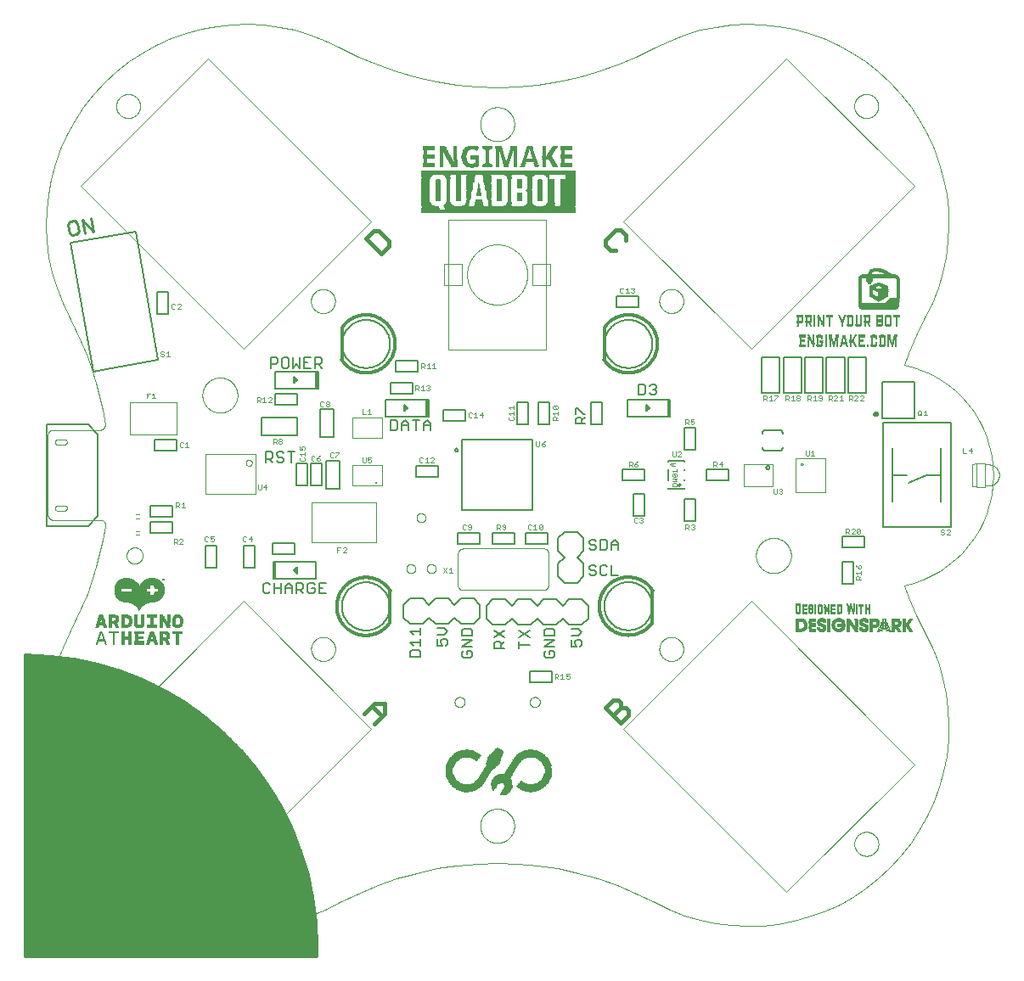
<source format=gto>
G75*
%MOIN*%
%OFA0B0*%
%FSLAX25Y25*%
%IPPOS*%
%LPD*%
%AMOC8*
5,1,8,0,0,1.08239X$1,22.5*
%
%ADD10C,0.00000*%
%ADD11C,0.00394*%
%ADD12R,0.00984X0.00098*%
%ADD13R,0.01673X0.00098*%
%ADD14R,0.02165X0.00098*%
%ADD15R,0.02362X0.00098*%
%ADD16R,0.02461X0.00098*%
%ADD17R,0.02657X0.00098*%
%ADD18R,0.02756X0.00098*%
%ADD19R,0.02854X0.00098*%
%ADD20R,0.02953X0.00098*%
%ADD21R,0.03051X0.00098*%
%ADD22R,0.01969X0.00098*%
%ADD23R,0.03150X0.00098*%
%ADD24R,0.01378X0.00098*%
%ADD25R,0.03248X0.00098*%
%ADD26R,0.04035X0.00098*%
%ADD27R,0.03740X0.00098*%
%ADD28R,0.04823X0.00098*%
%ADD29R,0.04528X0.00098*%
%ADD30R,0.05413X0.00098*%
%ADD31R,0.00098X0.00098*%
%ADD32R,0.05118X0.00098*%
%ADD33R,0.06004X0.00098*%
%ADD34R,0.00295X0.00098*%
%ADD35R,0.05709X0.00098*%
%ADD36R,0.06398X0.00098*%
%ADD37R,0.00492X0.00098*%
%ADD38R,0.06299X0.00098*%
%ADD39R,0.06791X0.00098*%
%ADD40R,0.00591X0.00098*%
%ADD41R,0.06693X0.00098*%
%ADD42R,0.07283X0.00098*%
%ADD43R,0.00689X0.00098*%
%ADD44R,0.07087X0.00098*%
%ADD45R,0.07677X0.00098*%
%ADD46R,0.00886X0.00098*%
%ADD47R,0.07480X0.00098*%
%ADD48R,0.07972X0.00098*%
%ADD49R,0.07874X0.00098*%
%ADD50R,0.08366X0.00098*%
%ADD51R,0.01083X0.00098*%
%ADD52R,0.08268X0.00098*%
%ADD53R,0.08760X0.00098*%
%ADD54R,0.08661X0.00098*%
%ADD55R,0.08957X0.00098*%
%ADD56R,0.01280X0.00098*%
%ADD57R,0.08858X0.00098*%
%ADD58R,0.09350X0.00098*%
%ADD59R,0.09252X0.00098*%
%ADD60R,0.09547X0.00098*%
%ADD61R,0.09449X0.00098*%
%ADD62R,0.09941X0.00098*%
%ADD63R,0.01575X0.00098*%
%ADD64R,0.09843X0.00098*%
%ADD65R,0.10138X0.00098*%
%ADD66R,0.10039X0.00098*%
%ADD67R,0.10335X0.00098*%
%ADD68R,0.10236X0.00098*%
%ADD69R,0.10531X0.00098*%
%ADD70R,0.01772X0.00098*%
%ADD71R,0.10433X0.00098*%
%ADD72R,0.10827X0.00098*%
%ADD73R,0.01870X0.00098*%
%ADD74R,0.10630X0.00098*%
%ADD75R,0.11122X0.00098*%
%ADD76R,0.11024X0.00098*%
%ADD77R,0.11319X0.00098*%
%ADD78R,0.02067X0.00098*%
%ADD79R,0.11220X0.00098*%
%ADD80R,0.11516X0.00098*%
%ADD81R,0.11417X0.00098*%
%ADD82R,0.11713X0.00098*%
%ADD83R,0.03346X0.00098*%
%ADD84R,0.11909X0.00098*%
%ADD85R,0.02264X0.00098*%
%ADD86R,0.12106X0.00098*%
%ADD87R,0.12303X0.00098*%
%ADD88R,0.12402X0.00098*%
%ADD89R,0.03445X0.00098*%
%ADD90R,0.05807X0.00098*%
%ADD91R,0.02559X0.00098*%
%ADD92R,0.05217X0.00098*%
%ADD93R,0.04134X0.00098*%
%ADD94R,0.05315X0.00098*%
%ADD95R,0.04921X0.00098*%
%ADD96R,0.03642X0.00098*%
%ADD97R,0.05020X0.00098*%
%ADD98R,0.04724X0.00098*%
%ADD99R,0.03543X0.00098*%
%ADD100R,0.04626X0.00098*%
%ADD101R,0.04331X0.00098*%
%ADD102R,0.04429X0.00098*%
%ADD103R,0.04232X0.00098*%
%ADD104R,0.08169X0.00098*%
%ADD105R,0.03937X0.00098*%
%ADD106R,0.08071X0.00098*%
%ADD107R,0.01181X0.00098*%
%ADD108R,0.03839X0.00098*%
%ADD109R,0.00394X0.00098*%
%ADD110R,0.07776X0.00098*%
%ADD111R,0.00197X0.00098*%
%ADD112R,0.06988X0.00098*%
%ADD113R,0.06890X0.00098*%
%ADD114R,0.06594X0.00098*%
%ADD115R,0.06496X0.00098*%
%ADD116R,0.06201X0.00098*%
%ADD117R,0.06102X0.00098*%
%ADD118R,0.05906X0.00098*%
%ADD119R,0.05512X0.00098*%
%ADD120R,0.00787X0.00098*%
%ADD121R,0.01476X0.00098*%
%ADD122R,0.12205X0.00098*%
%ADD123R,0.12008X0.00098*%
%ADD124R,0.11811X0.00098*%
%ADD125R,0.11614X0.00098*%
%ADD126R,0.10925X0.00098*%
%ADD127R,0.10728X0.00098*%
%ADD128R,0.09744X0.00098*%
%ADD129R,0.09646X0.00098*%
%ADD130R,0.09055X0.00098*%
%ADD131R,0.08563X0.00098*%
%ADD132R,0.01614X0.00161*%
%ADD133R,0.04681X0.00161*%
%ADD134R,0.01453X0.00161*%
%ADD135R,0.02260X0.00161*%
%ADD136R,0.03551X0.00161*%
%ADD137R,0.03874X0.00161*%
%ADD138R,0.01776X0.00161*%
%ADD139R,0.01937X0.00161*%
%ADD140R,0.02421X0.00161*%
%ADD141R,0.04520X0.00161*%
%ADD142R,0.05165X0.00161*%
%ADD143R,0.02583X0.00161*%
%ADD144R,0.05327X0.00161*%
%ADD145R,0.05488X0.00161*%
%ADD146R,0.02744X0.00161*%
%ADD147R,0.05650X0.00161*%
%ADD148R,0.02098X0.00161*%
%ADD149R,0.05811X0.00161*%
%ADD150R,0.02906X0.00161*%
%ADD151R,0.05972X0.00161*%
%ADD152R,0.03067X0.00161*%
%ADD153R,0.03228X0.00161*%
%ADD154R,0.01291X0.00161*%
%ADD155R,0.06295X0.00161*%
%ADD156R,0.04197X0.00161*%
%ADD157R,0.04035X0.00161*%
%ADD158R,0.03713X0.00161*%
%ADD159R,0.00161X0.00161*%
%ADD160R,0.00484X0.00161*%
%ADD161R,0.04843X0.00161*%
%ADD162R,0.13339X0.00110*%
%ADD163R,0.14000X0.00110*%
%ADD164R,0.02646X0.00110*%
%ADD165R,0.00772X0.00110*%
%ADD166R,0.00661X0.00110*%
%ADD167R,0.01323X0.00110*%
%ADD168R,0.00882X0.00110*%
%ADD169R,0.00992X0.00110*%
%ADD170R,0.14441X0.00110*%
%ADD171R,0.01984X0.00110*%
%ADD172R,0.14661X0.00110*%
%ADD173R,0.02205X0.00110*%
%ADD174R,0.15102X0.00110*%
%ADD175R,0.02425X0.00110*%
%ADD176R,0.15323X0.00110*%
%ADD177R,0.15543X0.00110*%
%ADD178R,0.15764X0.00110*%
%ADD179R,0.01102X0.00110*%
%ADD180R,0.02866X0.00110*%
%ADD181R,0.15984X0.00110*%
%ADD182R,0.01213X0.00110*%
%ADD183R,0.02756X0.00110*%
%ADD184R,0.16205X0.00110*%
%ADD185R,0.01433X0.00110*%
%ADD186R,0.02535X0.00110*%
%ADD187R,0.02094X0.00110*%
%ADD188R,0.01543X0.00110*%
%ADD189R,0.01654X0.00110*%
%ADD190R,0.01874X0.00110*%
%ADD191R,0.01764X0.00110*%
%ADD192R,0.05622X0.00110*%
%ADD193R,0.05402X0.00110*%
%ADD194R,0.05291X0.00110*%
%ADD195R,0.05181X0.00110*%
%ADD196R,0.05071X0.00110*%
%ADD197R,0.00110X0.00110*%
%ADD198R,0.04961X0.00110*%
%ADD199R,0.04850X0.00110*%
%ADD200R,0.04740X0.00110*%
%ADD201R,0.04630X0.00110*%
%ADD202R,0.04520X0.00110*%
%ADD203R,0.02315X0.00110*%
%ADD204R,0.04409X0.00110*%
%ADD205R,0.04299X0.00110*%
%ADD206R,0.02976X0.00110*%
%ADD207R,0.04189X0.00110*%
%ADD208R,0.03417X0.00110*%
%ADD209R,0.04079X0.00110*%
%ADD210R,0.03858X0.00110*%
%ADD211R,0.03969X0.00110*%
%ADD212R,0.03748X0.00110*%
%ADD213R,0.03307X0.00110*%
%ADD214R,0.06063X0.00110*%
%ADD215R,0.05732X0.00110*%
%ADD216R,0.05953X0.00110*%
%ADD217R,0.07386X0.00110*%
%ADD218R,0.03528X0.00110*%
%ADD219R,0.03197X0.00110*%
%ADD220R,0.03087X0.00110*%
%ADD221R,0.06614X0.00110*%
%ADD222R,0.05512X0.00110*%
%ADD223R,0.00551X0.00110*%
%ADD224R,0.14882X0.00110*%
%ADD225R,0.14220X0.00110*%
%ADD226R,0.13559X0.00110*%
%ADD227R,0.06724X0.00110*%
%ADD228R,0.06504X0.00110*%
%ADD229R,0.06173X0.00110*%
%ADD230R,0.05843X0.00110*%
%ADD231C,0.01181*%
%ADD232C,0.01500*%
%ADD233R,0.00154X0.00051*%
%ADD234R,0.00256X0.00051*%
%ADD235R,0.00307X0.00051*%
%ADD236R,0.00921X0.00051*%
%ADD237R,0.01024X0.00051*%
%ADD238R,0.00768X0.00051*%
%ADD239R,0.00461X0.00051*%
%ADD240R,0.01382X0.00051*%
%ADD241R,0.01535X0.00051*%
%ADD242R,0.01280X0.00051*%
%ADD243R,0.00614X0.00051*%
%ADD244R,0.02406X0.00051*%
%ADD245R,0.02866X0.00051*%
%ADD246R,0.01689X0.00051*%
%ADD247R,0.01331X0.00051*%
%ADD248R,0.01843X0.00051*%
%ADD249R,0.01177X0.00051*%
%ADD250R,0.01587X0.00051*%
%ADD251R,0.00717X0.00051*%
%ADD252R,0.01228X0.00051*%
%ADD253R,0.01484X0.00051*%
%ADD254R,0.02661X0.00051*%
%ADD255R,0.01945X0.00051*%
%ADD256R,0.02150X0.00051*%
%ADD257R,0.01894X0.00051*%
%ADD258R,0.00870X0.00051*%
%ADD259R,0.02354X0.00051*%
%ADD260R,0.02098X0.00051*%
%ADD261R,0.01075X0.00051*%
%ADD262R,0.03020X0.00051*%
%ADD263R,0.02559X0.00051*%
%ADD264R,0.02303X0.00051*%
%ADD265R,0.03122X0.00051*%
%ADD266R,0.02457X0.00051*%
%ADD267R,0.02764X0.00051*%
%ADD268R,0.01433X0.00051*%
%ADD269R,0.03276X0.00051*%
%ADD270R,0.02610X0.00051*%
%ADD271R,0.02969X0.00051*%
%ADD272R,0.03327X0.00051*%
%ADD273R,0.03071X0.00051*%
%ADD274R,0.02713X0.00051*%
%ADD275R,0.01638X0.00051*%
%ADD276R,0.03429X0.00051*%
%ADD277R,0.02815X0.00051*%
%ADD278R,0.01740X0.00051*%
%ADD279R,0.01791X0.00051*%
%ADD280R,0.03531X0.00051*%
%ADD281R,0.02917X0.00051*%
%ADD282R,0.03378X0.00051*%
%ADD283R,0.03583X0.00051*%
%ADD284R,0.03634X0.00051*%
%ADD285R,0.03685X0.00051*%
%ADD286R,0.03736X0.00051*%
%ADD287R,0.03173X0.00051*%
%ADD288R,0.03787X0.00051*%
%ADD289R,0.03224X0.00051*%
%ADD290R,0.03890X0.00051*%
%ADD291R,0.03839X0.00051*%
%ADD292R,0.03992X0.00051*%
%ADD293R,0.04094X0.00051*%
%ADD294R,0.04197X0.00051*%
%ADD295R,0.00972X0.00051*%
%ADD296R,0.03941X0.00051*%
%ADD297R,0.04299X0.00051*%
%ADD298R,0.00051X0.00051*%
%ADD299R,0.03480X0.00051*%
%ADD300R,0.04043X0.00051*%
%ADD301R,0.04402X0.00051*%
%ADD302R,0.00665X0.00051*%
%ADD303R,0.00205X0.00051*%
%ADD304R,0.04504X0.00051*%
%ADD305R,0.00512X0.00051*%
%ADD306R,0.00563X0.00051*%
%ADD307R,0.00358X0.00051*%
%ADD308R,0.00409X0.00051*%
%ADD309R,0.04146X0.00051*%
%ADD310R,0.00102X0.00051*%
%ADD311R,0.01996X0.00051*%
%ADD312R,0.00819X0.00051*%
%ADD313R,0.02047X0.00051*%
%ADD314R,0.02201X0.00051*%
%ADD315R,0.02252X0.00051*%
%ADD316R,0.01126X0.00051*%
%ADD317R,0.02508X0.00051*%
%ADD318R,0.04606X0.00051*%
%ADD319R,0.04350X0.00051*%
%ADD320R,0.04248X0.00051*%
%ADD321R,0.60453X0.00146*%
%ADD322R,0.07283X0.00146*%
%ADD323R,0.51130X0.00146*%
%ADD324R,0.07138X0.00146*%
%ADD325R,0.51276X0.00146*%
%ADD326R,0.06992X0.00146*%
%ADD327R,0.51421X0.00146*%
%ADD328R,0.06846X0.00146*%
%ADD329R,0.51567X0.00146*%
%ADD330R,0.05244X0.00146*%
%ADD331R,0.04224X0.00146*%
%ADD332R,0.02622X0.00146*%
%ADD333R,0.03787X0.00146*%
%ADD334R,0.01165X0.00146*%
%ADD335R,0.03350X0.00146*%
%ADD336R,0.04953X0.00146*%
%ADD337R,0.04516X0.00146*%
%ADD338R,0.06118X0.00146*%
%ADD339R,0.04661X0.00146*%
%ADD340R,0.02185X0.00146*%
%ADD341R,0.03496X0.00146*%
%ADD342R,0.01020X0.00146*%
%ADD343R,0.02768X0.00146*%
%ADD344R,0.04079X0.00146*%
%ADD345R,0.03933X0.00146*%
%ADD346R,0.05972X0.00146*%
%ADD347R,0.04370X0.00146*%
%ADD348R,0.01894X0.00146*%
%ADD349R,0.02476X0.00146*%
%ADD350R,0.03642X0.00146*%
%ADD351R,0.03059X0.00146*%
%ADD352R,0.02331X0.00146*%
%ADD353R,0.01748X0.00146*%
%ADD354R,0.01602X0.00146*%
%ADD355R,0.02039X0.00146*%
%ADD356R,0.03205X0.00146*%
%ADD357R,0.01457X0.00146*%
%ADD358R,0.01311X0.00146*%
%ADD359R,0.02913X0.00146*%
%ADD360R,0.00874X0.00146*%
%ADD361R,0.00583X0.00146*%
%ADD362R,0.00291X0.00146*%
%ADD363R,0.00728X0.00146*%
%ADD364R,0.05098X0.00146*%
%ADD365R,0.10197X0.00146*%
%ADD366C,0.00400*%
%ADD367C,0.00700*%
%ADD368R,0.00709X0.00079*%
%ADD369R,0.00630X0.00079*%
%ADD370R,0.01260X0.00079*%
%ADD371R,0.03701X0.00079*%
%ADD372R,0.01339X0.00079*%
%ADD373R,0.01496X0.00079*%
%ADD374R,0.01417X0.00079*%
%ADD375R,0.03937X0.00079*%
%ADD376R,0.03858X0.00079*%
%ADD377R,0.03780X0.00079*%
%ADD378R,0.03228X0.00079*%
%ADD379R,0.03150X0.00079*%
%ADD380R,0.03622X0.00079*%
%ADD381R,0.03071X0.00079*%
%ADD382R,0.03543X0.00079*%
%ADD383R,0.03307X0.00079*%
%ADD384R,0.02992X0.00079*%
%ADD385R,0.02913X0.00079*%
%ADD386R,0.03465X0.00079*%
%ADD387R,0.03386X0.00079*%
%ADD388R,0.04016X0.00079*%
%ADD389R,0.01181X0.00079*%
%ADD390R,0.00551X0.00079*%
%ADD391R,0.01102X0.00079*%
%ADD392R,0.01732X0.00079*%
%ADD393R,0.01024X0.00079*%
%ADD394R,0.02283X0.00079*%
%ADD395R,0.02205X0.00079*%
%ADD396R,0.02126X0.00079*%
%ADD397R,0.01575X0.00079*%
%ADD398R,0.02047X0.00079*%
%ADD399R,0.04252X0.00079*%
%ADD400R,0.01969X0.00079*%
%ADD401R,0.01890X0.00079*%
%ADD402R,0.01811X0.00079*%
%ADD403R,0.04094X0.00079*%
%ADD404R,0.01654X0.00079*%
%ADD405R,0.00945X0.00079*%
%ADD406R,0.00866X0.00079*%
%ADD407R,0.00787X0.00079*%
%ADD408R,0.02598X0.00079*%
%ADD409R,0.02835X0.00079*%
%ADD410R,0.02441X0.00079*%
%ADD411R,0.02677X0.00079*%
%ADD412R,0.02756X0.00079*%
%ADD413R,0.02362X0.00079*%
%ADD414R,0.00079X0.00079*%
%ADD415R,0.00236X0.00079*%
%ADD416R,0.00394X0.00079*%
%ADD417R,0.04173X0.00079*%
%ADD418R,0.04331X0.00079*%
%ADD419R,0.04646X0.00079*%
%ADD420R,0.04803X0.00079*%
%ADD421R,0.05118X0.00079*%
%ADD422R,0.05433X0.00079*%
%ADD423R,0.05748X0.00079*%
%ADD424R,0.06063X0.00079*%
%ADD425R,0.06535X0.00079*%
%ADD426R,0.06850X0.00079*%
%ADD427R,0.07323X0.00079*%
%ADD428R,0.08110X0.00079*%
%ADD429R,0.09134X0.00079*%
%ADD430R,0.11575X0.00079*%
%ADD431R,0.12362X0.00079*%
%ADD432R,0.12992X0.00079*%
%ADD433R,0.13465X0.00079*%
%ADD434R,0.13937X0.00079*%
%ADD435R,0.14252X0.00079*%
%ADD436R,0.14567X0.00079*%
%ADD437R,0.14882X0.00079*%
%ADD438R,0.15197X0.00079*%
%ADD439R,0.15512X0.00079*%
%ADD440R,0.15669X0.00079*%
%ADD441R,0.15984X0.00079*%
%ADD442R,0.16142X0.00079*%
%ADD443R,0.16299X0.00079*%
%ADD444R,0.16614X0.00079*%
%ADD445R,0.16772X0.00079*%
%ADD446R,0.16929X0.00079*%
%ADD447R,0.17087X0.00079*%
%ADD448R,0.17244X0.00079*%
%ADD449R,0.17402X0.00079*%
%ADD450R,0.17559X0.00079*%
%ADD451R,0.17717X0.00079*%
%ADD452R,0.17874X0.00079*%
%ADD453R,0.18031X0.00079*%
%ADD454R,0.18189X0.00079*%
%ADD455R,0.18346X0.00079*%
%ADD456R,0.18504X0.00079*%
%ADD457R,0.18661X0.00079*%
%ADD458R,0.18819X0.00079*%
%ADD459R,0.18976X0.00079*%
%ADD460R,0.13858X0.00079*%
%ADD461R,0.14016X0.00079*%
%ADD462R,0.14094X0.00079*%
%ADD463R,0.14173X0.00079*%
%ADD464R,0.06142X0.00079*%
%ADD465R,0.06220X0.00079*%
%ADD466R,0.14331X0.00079*%
%ADD467R,0.09528X0.00079*%
%ADD468R,0.09449X0.00079*%
%ADD469R,0.09291X0.00079*%
%ADD470R,0.09213X0.00079*%
%ADD471R,0.09055X0.00079*%
%ADD472R,0.08898X0.00079*%
%ADD473R,0.08819X0.00079*%
%ADD474R,0.08740X0.00079*%
%ADD475R,0.08583X0.00079*%
%ADD476R,0.08504X0.00079*%
%ADD477R,0.08346X0.00079*%
%ADD478R,0.08189X0.00079*%
%ADD479R,0.08031X0.00079*%
%ADD480R,0.07953X0.00079*%
%ADD481R,0.07795X0.00079*%
%ADD482R,0.07638X0.00079*%
%ADD483R,0.07480X0.00079*%
%ADD484R,0.07165X0.00079*%
%ADD485R,0.06929X0.00079*%
%ADD486R,0.06772X0.00079*%
%ADD487R,0.06614X0.00079*%
%ADD488R,0.06457X0.00079*%
%ADD489R,0.05984X0.00079*%
%ADD490R,0.05669X0.00079*%
%ADD491R,0.05512X0.00079*%
%ADD492R,0.00157X0.00079*%
%ADD493R,0.05197X0.00079*%
%ADD494R,0.04961X0.00079*%
%ADD495R,0.00472X0.00079*%
%ADD496R,0.02520X0.00079*%
%ADD497C,0.00600*%
%ADD498C,0.00500*%
%ADD499C,0.00200*%
%ADD500C,0.00800*%
%ADD501C,0.00098*%
%ADD502C,0.00197*%
%ADD503C,0.00900*%
%ADD504C,0.00039*%
%ADD505C,0.00787*%
D10*
X0088126Y0065370D02*
X0088128Y0065507D01*
X0088134Y0065645D01*
X0088144Y0065782D01*
X0088158Y0065918D01*
X0088176Y0066055D01*
X0088198Y0066190D01*
X0088224Y0066325D01*
X0088253Y0066459D01*
X0088287Y0066593D01*
X0088324Y0066725D01*
X0088366Y0066856D01*
X0088411Y0066986D01*
X0088460Y0067114D01*
X0088512Y0067241D01*
X0088569Y0067366D01*
X0088628Y0067490D01*
X0088692Y0067612D01*
X0088759Y0067732D01*
X0088829Y0067850D01*
X0088903Y0067966D01*
X0088980Y0068080D01*
X0089061Y0068191D01*
X0089144Y0068300D01*
X0089231Y0068407D01*
X0089321Y0068510D01*
X0089414Y0068612D01*
X0089510Y0068710D01*
X0089608Y0068806D01*
X0089710Y0068899D01*
X0089813Y0068989D01*
X0089920Y0069076D01*
X0090029Y0069159D01*
X0090140Y0069240D01*
X0090254Y0069317D01*
X0090370Y0069391D01*
X0090488Y0069461D01*
X0090608Y0069528D01*
X0090730Y0069592D01*
X0090854Y0069651D01*
X0090979Y0069708D01*
X0091106Y0069760D01*
X0091234Y0069809D01*
X0091364Y0069854D01*
X0091495Y0069896D01*
X0091627Y0069933D01*
X0091761Y0069967D01*
X0091895Y0069996D01*
X0092030Y0070022D01*
X0092165Y0070044D01*
X0092302Y0070062D01*
X0092438Y0070076D01*
X0092575Y0070086D01*
X0092713Y0070092D01*
X0092850Y0070094D01*
X0092987Y0070092D01*
X0093125Y0070086D01*
X0093262Y0070076D01*
X0093398Y0070062D01*
X0093535Y0070044D01*
X0093670Y0070022D01*
X0093805Y0069996D01*
X0093939Y0069967D01*
X0094073Y0069933D01*
X0094205Y0069896D01*
X0094336Y0069854D01*
X0094466Y0069809D01*
X0094594Y0069760D01*
X0094721Y0069708D01*
X0094846Y0069651D01*
X0094970Y0069592D01*
X0095092Y0069528D01*
X0095212Y0069461D01*
X0095330Y0069391D01*
X0095446Y0069317D01*
X0095560Y0069240D01*
X0095671Y0069159D01*
X0095780Y0069076D01*
X0095887Y0068989D01*
X0095990Y0068899D01*
X0096092Y0068806D01*
X0096190Y0068710D01*
X0096286Y0068612D01*
X0096379Y0068510D01*
X0096469Y0068407D01*
X0096556Y0068300D01*
X0096639Y0068191D01*
X0096720Y0068080D01*
X0096797Y0067966D01*
X0096871Y0067850D01*
X0096941Y0067732D01*
X0097008Y0067612D01*
X0097072Y0067490D01*
X0097131Y0067366D01*
X0097188Y0067241D01*
X0097240Y0067114D01*
X0097289Y0066986D01*
X0097334Y0066856D01*
X0097376Y0066725D01*
X0097413Y0066593D01*
X0097447Y0066459D01*
X0097476Y0066325D01*
X0097502Y0066190D01*
X0097524Y0066055D01*
X0097542Y0065918D01*
X0097556Y0065782D01*
X0097566Y0065645D01*
X0097572Y0065507D01*
X0097574Y0065370D01*
X0097572Y0065233D01*
X0097566Y0065095D01*
X0097556Y0064958D01*
X0097542Y0064822D01*
X0097524Y0064685D01*
X0097502Y0064550D01*
X0097476Y0064415D01*
X0097447Y0064281D01*
X0097413Y0064147D01*
X0097376Y0064015D01*
X0097334Y0063884D01*
X0097289Y0063754D01*
X0097240Y0063626D01*
X0097188Y0063499D01*
X0097131Y0063374D01*
X0097072Y0063250D01*
X0097008Y0063128D01*
X0096941Y0063008D01*
X0096871Y0062890D01*
X0096797Y0062774D01*
X0096720Y0062660D01*
X0096639Y0062549D01*
X0096556Y0062440D01*
X0096469Y0062333D01*
X0096379Y0062230D01*
X0096286Y0062128D01*
X0096190Y0062030D01*
X0096092Y0061934D01*
X0095990Y0061841D01*
X0095887Y0061751D01*
X0095780Y0061664D01*
X0095671Y0061581D01*
X0095560Y0061500D01*
X0095446Y0061423D01*
X0095330Y0061349D01*
X0095212Y0061279D01*
X0095092Y0061212D01*
X0094970Y0061148D01*
X0094846Y0061089D01*
X0094721Y0061032D01*
X0094594Y0060980D01*
X0094466Y0060931D01*
X0094336Y0060886D01*
X0094205Y0060844D01*
X0094073Y0060807D01*
X0093939Y0060773D01*
X0093805Y0060744D01*
X0093670Y0060718D01*
X0093535Y0060696D01*
X0093398Y0060678D01*
X0093262Y0060664D01*
X0093125Y0060654D01*
X0092987Y0060648D01*
X0092850Y0060646D01*
X0092713Y0060648D01*
X0092575Y0060654D01*
X0092438Y0060664D01*
X0092302Y0060678D01*
X0092165Y0060696D01*
X0092030Y0060718D01*
X0091895Y0060744D01*
X0091761Y0060773D01*
X0091627Y0060807D01*
X0091495Y0060844D01*
X0091364Y0060886D01*
X0091234Y0060931D01*
X0091106Y0060980D01*
X0090979Y0061032D01*
X0090854Y0061089D01*
X0090730Y0061148D01*
X0090608Y0061212D01*
X0090488Y0061279D01*
X0090370Y0061349D01*
X0090254Y0061423D01*
X0090140Y0061500D01*
X0090029Y0061581D01*
X0089920Y0061664D01*
X0089813Y0061751D01*
X0089710Y0061841D01*
X0089608Y0061934D01*
X0089510Y0062030D01*
X0089414Y0062128D01*
X0089321Y0062230D01*
X0089231Y0062333D01*
X0089144Y0062440D01*
X0089061Y0062549D01*
X0088980Y0062660D01*
X0088903Y0062774D01*
X0088829Y0062890D01*
X0088759Y0063008D01*
X0088692Y0063128D01*
X0088628Y0063250D01*
X0088569Y0063374D01*
X0088512Y0063499D01*
X0088460Y0063626D01*
X0088411Y0063754D01*
X0088366Y0063884D01*
X0088324Y0064015D01*
X0088287Y0064147D01*
X0088253Y0064281D01*
X0088224Y0064415D01*
X0088198Y0064550D01*
X0088176Y0064685D01*
X0088158Y0064822D01*
X0088144Y0064958D01*
X0088134Y0065095D01*
X0088128Y0065233D01*
X0088126Y0065370D01*
X0164741Y0141906D02*
X0164743Y0142043D01*
X0164749Y0142181D01*
X0164759Y0142318D01*
X0164773Y0142454D01*
X0164791Y0142591D01*
X0164813Y0142726D01*
X0164839Y0142861D01*
X0164868Y0142995D01*
X0164902Y0143129D01*
X0164939Y0143261D01*
X0164981Y0143392D01*
X0165026Y0143522D01*
X0165075Y0143650D01*
X0165127Y0143777D01*
X0165184Y0143902D01*
X0165243Y0144026D01*
X0165307Y0144148D01*
X0165374Y0144268D01*
X0165444Y0144386D01*
X0165518Y0144502D01*
X0165595Y0144616D01*
X0165676Y0144727D01*
X0165759Y0144836D01*
X0165846Y0144943D01*
X0165936Y0145046D01*
X0166029Y0145148D01*
X0166125Y0145246D01*
X0166223Y0145342D01*
X0166325Y0145435D01*
X0166428Y0145525D01*
X0166535Y0145612D01*
X0166644Y0145695D01*
X0166755Y0145776D01*
X0166869Y0145853D01*
X0166985Y0145927D01*
X0167103Y0145997D01*
X0167223Y0146064D01*
X0167345Y0146128D01*
X0167469Y0146187D01*
X0167594Y0146244D01*
X0167721Y0146296D01*
X0167849Y0146345D01*
X0167979Y0146390D01*
X0168110Y0146432D01*
X0168242Y0146469D01*
X0168376Y0146503D01*
X0168510Y0146532D01*
X0168645Y0146558D01*
X0168780Y0146580D01*
X0168917Y0146598D01*
X0169053Y0146612D01*
X0169190Y0146622D01*
X0169328Y0146628D01*
X0169465Y0146630D01*
X0169602Y0146628D01*
X0169740Y0146622D01*
X0169877Y0146612D01*
X0170013Y0146598D01*
X0170150Y0146580D01*
X0170285Y0146558D01*
X0170420Y0146532D01*
X0170554Y0146503D01*
X0170688Y0146469D01*
X0170820Y0146432D01*
X0170951Y0146390D01*
X0171081Y0146345D01*
X0171209Y0146296D01*
X0171336Y0146244D01*
X0171461Y0146187D01*
X0171585Y0146128D01*
X0171707Y0146064D01*
X0171827Y0145997D01*
X0171945Y0145927D01*
X0172061Y0145853D01*
X0172175Y0145776D01*
X0172286Y0145695D01*
X0172395Y0145612D01*
X0172502Y0145525D01*
X0172605Y0145435D01*
X0172707Y0145342D01*
X0172805Y0145246D01*
X0172901Y0145148D01*
X0172994Y0145046D01*
X0173084Y0144943D01*
X0173171Y0144836D01*
X0173254Y0144727D01*
X0173335Y0144616D01*
X0173412Y0144502D01*
X0173486Y0144386D01*
X0173556Y0144268D01*
X0173623Y0144148D01*
X0173687Y0144026D01*
X0173746Y0143902D01*
X0173803Y0143777D01*
X0173855Y0143650D01*
X0173904Y0143522D01*
X0173949Y0143392D01*
X0173991Y0143261D01*
X0174028Y0143129D01*
X0174062Y0142995D01*
X0174091Y0142861D01*
X0174117Y0142726D01*
X0174139Y0142591D01*
X0174157Y0142454D01*
X0174171Y0142318D01*
X0174181Y0142181D01*
X0174187Y0142043D01*
X0174189Y0141906D01*
X0174187Y0141769D01*
X0174181Y0141631D01*
X0174171Y0141494D01*
X0174157Y0141358D01*
X0174139Y0141221D01*
X0174117Y0141086D01*
X0174091Y0140951D01*
X0174062Y0140817D01*
X0174028Y0140683D01*
X0173991Y0140551D01*
X0173949Y0140420D01*
X0173904Y0140290D01*
X0173855Y0140162D01*
X0173803Y0140035D01*
X0173746Y0139910D01*
X0173687Y0139786D01*
X0173623Y0139664D01*
X0173556Y0139544D01*
X0173486Y0139426D01*
X0173412Y0139310D01*
X0173335Y0139196D01*
X0173254Y0139085D01*
X0173171Y0138976D01*
X0173084Y0138869D01*
X0172994Y0138766D01*
X0172901Y0138664D01*
X0172805Y0138566D01*
X0172707Y0138470D01*
X0172605Y0138377D01*
X0172502Y0138287D01*
X0172395Y0138200D01*
X0172286Y0138117D01*
X0172175Y0138036D01*
X0172061Y0137959D01*
X0171945Y0137885D01*
X0171827Y0137815D01*
X0171707Y0137748D01*
X0171585Y0137684D01*
X0171461Y0137625D01*
X0171336Y0137568D01*
X0171209Y0137516D01*
X0171081Y0137467D01*
X0170951Y0137422D01*
X0170820Y0137380D01*
X0170688Y0137343D01*
X0170554Y0137309D01*
X0170420Y0137280D01*
X0170285Y0137254D01*
X0170150Y0137232D01*
X0170013Y0137214D01*
X0169877Y0137200D01*
X0169740Y0137190D01*
X0169602Y0137184D01*
X0169465Y0137182D01*
X0169328Y0137184D01*
X0169190Y0137190D01*
X0169053Y0137200D01*
X0168917Y0137214D01*
X0168780Y0137232D01*
X0168645Y0137254D01*
X0168510Y0137280D01*
X0168376Y0137309D01*
X0168242Y0137343D01*
X0168110Y0137380D01*
X0167979Y0137422D01*
X0167849Y0137467D01*
X0167721Y0137516D01*
X0167594Y0137568D01*
X0167469Y0137625D01*
X0167345Y0137684D01*
X0167223Y0137748D01*
X0167103Y0137815D01*
X0166985Y0137885D01*
X0166869Y0137959D01*
X0166755Y0138036D01*
X0166644Y0138117D01*
X0166535Y0138200D01*
X0166428Y0138287D01*
X0166325Y0138377D01*
X0166223Y0138470D01*
X0166125Y0138566D01*
X0166029Y0138664D01*
X0165936Y0138766D01*
X0165846Y0138869D01*
X0165759Y0138976D01*
X0165676Y0139085D01*
X0165595Y0139196D01*
X0165518Y0139310D01*
X0165444Y0139426D01*
X0165374Y0139544D01*
X0165307Y0139664D01*
X0165243Y0139786D01*
X0165184Y0139910D01*
X0165127Y0140035D01*
X0165075Y0140162D01*
X0165026Y0140290D01*
X0164981Y0140420D01*
X0164939Y0140551D01*
X0164902Y0140683D01*
X0164868Y0140817D01*
X0164839Y0140951D01*
X0164813Y0141086D01*
X0164791Y0141221D01*
X0164773Y0141358D01*
X0164759Y0141494D01*
X0164749Y0141631D01*
X0164743Y0141769D01*
X0164741Y0141906D01*
X0202140Y0173471D02*
X0202142Y0173554D01*
X0202148Y0173637D01*
X0202158Y0173720D01*
X0202172Y0173802D01*
X0202189Y0173884D01*
X0202211Y0173964D01*
X0202236Y0174043D01*
X0202265Y0174121D01*
X0202298Y0174198D01*
X0202335Y0174273D01*
X0202374Y0174346D01*
X0202418Y0174417D01*
X0202464Y0174486D01*
X0202514Y0174553D01*
X0202567Y0174617D01*
X0202623Y0174679D01*
X0202682Y0174738D01*
X0202744Y0174794D01*
X0202808Y0174847D01*
X0202875Y0174897D01*
X0202944Y0174943D01*
X0203015Y0174987D01*
X0203088Y0175026D01*
X0203163Y0175063D01*
X0203240Y0175096D01*
X0203318Y0175125D01*
X0203397Y0175150D01*
X0203477Y0175172D01*
X0203559Y0175189D01*
X0203641Y0175203D01*
X0203724Y0175213D01*
X0203807Y0175219D01*
X0203890Y0175221D01*
X0203973Y0175219D01*
X0204056Y0175213D01*
X0204139Y0175203D01*
X0204221Y0175189D01*
X0204303Y0175172D01*
X0204383Y0175150D01*
X0204462Y0175125D01*
X0204540Y0175096D01*
X0204617Y0175063D01*
X0204692Y0175026D01*
X0204765Y0174987D01*
X0204836Y0174943D01*
X0204905Y0174897D01*
X0204972Y0174847D01*
X0205036Y0174794D01*
X0205098Y0174738D01*
X0205157Y0174679D01*
X0205213Y0174617D01*
X0205266Y0174553D01*
X0205316Y0174486D01*
X0205362Y0174417D01*
X0205406Y0174346D01*
X0205445Y0174273D01*
X0205482Y0174198D01*
X0205515Y0174121D01*
X0205544Y0174043D01*
X0205569Y0173964D01*
X0205591Y0173884D01*
X0205608Y0173802D01*
X0205622Y0173720D01*
X0205632Y0173637D01*
X0205638Y0173554D01*
X0205640Y0173471D01*
X0205638Y0173388D01*
X0205632Y0173305D01*
X0205622Y0173222D01*
X0205608Y0173140D01*
X0205591Y0173058D01*
X0205569Y0172978D01*
X0205544Y0172899D01*
X0205515Y0172821D01*
X0205482Y0172744D01*
X0205445Y0172669D01*
X0205406Y0172596D01*
X0205362Y0172525D01*
X0205316Y0172456D01*
X0205266Y0172389D01*
X0205213Y0172325D01*
X0205157Y0172263D01*
X0205098Y0172204D01*
X0205036Y0172148D01*
X0204972Y0172095D01*
X0204905Y0172045D01*
X0204836Y0171999D01*
X0204765Y0171955D01*
X0204692Y0171916D01*
X0204617Y0171879D01*
X0204540Y0171846D01*
X0204462Y0171817D01*
X0204383Y0171792D01*
X0204303Y0171770D01*
X0204221Y0171753D01*
X0204139Y0171739D01*
X0204056Y0171729D01*
X0203973Y0171723D01*
X0203890Y0171721D01*
X0203807Y0171723D01*
X0203724Y0171729D01*
X0203641Y0171739D01*
X0203559Y0171753D01*
X0203477Y0171770D01*
X0203397Y0171792D01*
X0203318Y0171817D01*
X0203240Y0171846D01*
X0203163Y0171879D01*
X0203088Y0171916D01*
X0203015Y0171955D01*
X0202944Y0171999D01*
X0202875Y0172045D01*
X0202808Y0172095D01*
X0202744Y0172148D01*
X0202682Y0172204D01*
X0202623Y0172263D01*
X0202567Y0172325D01*
X0202514Y0172389D01*
X0202464Y0172456D01*
X0202418Y0172525D01*
X0202374Y0172596D01*
X0202335Y0172669D01*
X0202298Y0172744D01*
X0202265Y0172821D01*
X0202236Y0172899D01*
X0202211Y0172978D01*
X0202189Y0173058D01*
X0202172Y0173140D01*
X0202158Y0173222D01*
X0202148Y0173305D01*
X0202142Y0173388D01*
X0202140Y0173471D01*
X0210140Y0173471D02*
X0210142Y0173554D01*
X0210148Y0173637D01*
X0210158Y0173720D01*
X0210172Y0173802D01*
X0210189Y0173884D01*
X0210211Y0173964D01*
X0210236Y0174043D01*
X0210265Y0174121D01*
X0210298Y0174198D01*
X0210335Y0174273D01*
X0210374Y0174346D01*
X0210418Y0174417D01*
X0210464Y0174486D01*
X0210514Y0174553D01*
X0210567Y0174617D01*
X0210623Y0174679D01*
X0210682Y0174738D01*
X0210744Y0174794D01*
X0210808Y0174847D01*
X0210875Y0174897D01*
X0210944Y0174943D01*
X0211015Y0174987D01*
X0211088Y0175026D01*
X0211163Y0175063D01*
X0211240Y0175096D01*
X0211318Y0175125D01*
X0211397Y0175150D01*
X0211477Y0175172D01*
X0211559Y0175189D01*
X0211641Y0175203D01*
X0211724Y0175213D01*
X0211807Y0175219D01*
X0211890Y0175221D01*
X0211973Y0175219D01*
X0212056Y0175213D01*
X0212139Y0175203D01*
X0212221Y0175189D01*
X0212303Y0175172D01*
X0212383Y0175150D01*
X0212462Y0175125D01*
X0212540Y0175096D01*
X0212617Y0175063D01*
X0212692Y0175026D01*
X0212765Y0174987D01*
X0212836Y0174943D01*
X0212905Y0174897D01*
X0212972Y0174847D01*
X0213036Y0174794D01*
X0213098Y0174738D01*
X0213157Y0174679D01*
X0213213Y0174617D01*
X0213266Y0174553D01*
X0213316Y0174486D01*
X0213362Y0174417D01*
X0213406Y0174346D01*
X0213445Y0174273D01*
X0213482Y0174198D01*
X0213515Y0174121D01*
X0213544Y0174043D01*
X0213569Y0173964D01*
X0213591Y0173884D01*
X0213608Y0173802D01*
X0213622Y0173720D01*
X0213632Y0173637D01*
X0213638Y0173554D01*
X0213640Y0173471D01*
X0213638Y0173388D01*
X0213632Y0173305D01*
X0213622Y0173222D01*
X0213608Y0173140D01*
X0213591Y0173058D01*
X0213569Y0172978D01*
X0213544Y0172899D01*
X0213515Y0172821D01*
X0213482Y0172744D01*
X0213445Y0172669D01*
X0213406Y0172596D01*
X0213362Y0172525D01*
X0213316Y0172456D01*
X0213266Y0172389D01*
X0213213Y0172325D01*
X0213157Y0172263D01*
X0213098Y0172204D01*
X0213036Y0172148D01*
X0212972Y0172095D01*
X0212905Y0172045D01*
X0212836Y0171999D01*
X0212765Y0171955D01*
X0212692Y0171916D01*
X0212617Y0171879D01*
X0212540Y0171846D01*
X0212462Y0171817D01*
X0212383Y0171792D01*
X0212303Y0171770D01*
X0212221Y0171753D01*
X0212139Y0171739D01*
X0212056Y0171729D01*
X0211973Y0171723D01*
X0211890Y0171721D01*
X0211807Y0171723D01*
X0211724Y0171729D01*
X0211641Y0171739D01*
X0211559Y0171753D01*
X0211477Y0171770D01*
X0211397Y0171792D01*
X0211318Y0171817D01*
X0211240Y0171846D01*
X0211163Y0171879D01*
X0211088Y0171916D01*
X0211015Y0171955D01*
X0210944Y0171999D01*
X0210875Y0172045D01*
X0210808Y0172095D01*
X0210744Y0172148D01*
X0210682Y0172204D01*
X0210623Y0172263D01*
X0210567Y0172325D01*
X0210514Y0172389D01*
X0210464Y0172456D01*
X0210418Y0172525D01*
X0210374Y0172596D01*
X0210335Y0172669D01*
X0210298Y0172744D01*
X0210265Y0172821D01*
X0210236Y0172899D01*
X0210211Y0172978D01*
X0210189Y0173058D01*
X0210172Y0173140D01*
X0210158Y0173222D01*
X0210148Y0173305D01*
X0210142Y0173388D01*
X0210140Y0173471D01*
X0206140Y0193471D02*
X0206142Y0193554D01*
X0206148Y0193637D01*
X0206158Y0193720D01*
X0206172Y0193802D01*
X0206189Y0193884D01*
X0206211Y0193964D01*
X0206236Y0194043D01*
X0206265Y0194121D01*
X0206298Y0194198D01*
X0206335Y0194273D01*
X0206374Y0194346D01*
X0206418Y0194417D01*
X0206464Y0194486D01*
X0206514Y0194553D01*
X0206567Y0194617D01*
X0206623Y0194679D01*
X0206682Y0194738D01*
X0206744Y0194794D01*
X0206808Y0194847D01*
X0206875Y0194897D01*
X0206944Y0194943D01*
X0207015Y0194987D01*
X0207088Y0195026D01*
X0207163Y0195063D01*
X0207240Y0195096D01*
X0207318Y0195125D01*
X0207397Y0195150D01*
X0207477Y0195172D01*
X0207559Y0195189D01*
X0207641Y0195203D01*
X0207724Y0195213D01*
X0207807Y0195219D01*
X0207890Y0195221D01*
X0207973Y0195219D01*
X0208056Y0195213D01*
X0208139Y0195203D01*
X0208221Y0195189D01*
X0208303Y0195172D01*
X0208383Y0195150D01*
X0208462Y0195125D01*
X0208540Y0195096D01*
X0208617Y0195063D01*
X0208692Y0195026D01*
X0208765Y0194987D01*
X0208836Y0194943D01*
X0208905Y0194897D01*
X0208972Y0194847D01*
X0209036Y0194794D01*
X0209098Y0194738D01*
X0209157Y0194679D01*
X0209213Y0194617D01*
X0209266Y0194553D01*
X0209316Y0194486D01*
X0209362Y0194417D01*
X0209406Y0194346D01*
X0209445Y0194273D01*
X0209482Y0194198D01*
X0209515Y0194121D01*
X0209544Y0194043D01*
X0209569Y0193964D01*
X0209591Y0193884D01*
X0209608Y0193802D01*
X0209622Y0193720D01*
X0209632Y0193637D01*
X0209638Y0193554D01*
X0209640Y0193471D01*
X0209638Y0193388D01*
X0209632Y0193305D01*
X0209622Y0193222D01*
X0209608Y0193140D01*
X0209591Y0193058D01*
X0209569Y0192978D01*
X0209544Y0192899D01*
X0209515Y0192821D01*
X0209482Y0192744D01*
X0209445Y0192669D01*
X0209406Y0192596D01*
X0209362Y0192525D01*
X0209316Y0192456D01*
X0209266Y0192389D01*
X0209213Y0192325D01*
X0209157Y0192263D01*
X0209098Y0192204D01*
X0209036Y0192148D01*
X0208972Y0192095D01*
X0208905Y0192045D01*
X0208836Y0191999D01*
X0208765Y0191955D01*
X0208692Y0191916D01*
X0208617Y0191879D01*
X0208540Y0191846D01*
X0208462Y0191817D01*
X0208383Y0191792D01*
X0208303Y0191770D01*
X0208221Y0191753D01*
X0208139Y0191739D01*
X0208056Y0191729D01*
X0207973Y0191723D01*
X0207890Y0191721D01*
X0207807Y0191723D01*
X0207724Y0191729D01*
X0207641Y0191739D01*
X0207559Y0191753D01*
X0207477Y0191770D01*
X0207397Y0191792D01*
X0207318Y0191817D01*
X0207240Y0191846D01*
X0207163Y0191879D01*
X0207088Y0191916D01*
X0207015Y0191955D01*
X0206944Y0191999D01*
X0206875Y0192045D01*
X0206808Y0192095D01*
X0206744Y0192148D01*
X0206682Y0192204D01*
X0206623Y0192263D01*
X0206567Y0192325D01*
X0206514Y0192389D01*
X0206464Y0192456D01*
X0206418Y0192525D01*
X0206374Y0192596D01*
X0206335Y0192669D01*
X0206298Y0192744D01*
X0206265Y0192821D01*
X0206236Y0192899D01*
X0206211Y0192978D01*
X0206189Y0193058D01*
X0206172Y0193140D01*
X0206158Y0193222D01*
X0206148Y0193305D01*
X0206142Y0193388D01*
X0206140Y0193471D01*
X0190252Y0199425D02*
X0190252Y0183677D01*
X0165094Y0183677D01*
X0165094Y0199425D01*
X0190252Y0199425D01*
X0122063Y0241630D02*
X0122065Y0241799D01*
X0122071Y0241968D01*
X0122082Y0242137D01*
X0122096Y0242305D01*
X0122115Y0242473D01*
X0122138Y0242641D01*
X0122164Y0242808D01*
X0122195Y0242974D01*
X0122230Y0243140D01*
X0122269Y0243304D01*
X0122313Y0243468D01*
X0122360Y0243630D01*
X0122411Y0243791D01*
X0122466Y0243951D01*
X0122525Y0244110D01*
X0122587Y0244267D01*
X0122654Y0244422D01*
X0122725Y0244576D01*
X0122799Y0244728D01*
X0122877Y0244878D01*
X0122958Y0245026D01*
X0123043Y0245172D01*
X0123132Y0245316D01*
X0123224Y0245458D01*
X0123320Y0245597D01*
X0123419Y0245734D01*
X0123521Y0245869D01*
X0123627Y0246001D01*
X0123736Y0246130D01*
X0123848Y0246257D01*
X0123963Y0246381D01*
X0124081Y0246502D01*
X0124202Y0246620D01*
X0124326Y0246735D01*
X0124453Y0246847D01*
X0124582Y0246956D01*
X0124714Y0247062D01*
X0124849Y0247164D01*
X0124986Y0247263D01*
X0125125Y0247359D01*
X0125267Y0247451D01*
X0125411Y0247540D01*
X0125557Y0247625D01*
X0125705Y0247706D01*
X0125855Y0247784D01*
X0126007Y0247858D01*
X0126161Y0247929D01*
X0126316Y0247996D01*
X0126473Y0248058D01*
X0126632Y0248117D01*
X0126792Y0248172D01*
X0126953Y0248223D01*
X0127115Y0248270D01*
X0127279Y0248314D01*
X0127443Y0248353D01*
X0127609Y0248388D01*
X0127775Y0248419D01*
X0127942Y0248445D01*
X0128110Y0248468D01*
X0128278Y0248487D01*
X0128446Y0248501D01*
X0128615Y0248512D01*
X0128784Y0248518D01*
X0128953Y0248520D01*
X0129122Y0248518D01*
X0129291Y0248512D01*
X0129460Y0248501D01*
X0129628Y0248487D01*
X0129796Y0248468D01*
X0129964Y0248445D01*
X0130131Y0248419D01*
X0130297Y0248388D01*
X0130463Y0248353D01*
X0130627Y0248314D01*
X0130791Y0248270D01*
X0130953Y0248223D01*
X0131114Y0248172D01*
X0131274Y0248117D01*
X0131433Y0248058D01*
X0131590Y0247996D01*
X0131745Y0247929D01*
X0131899Y0247858D01*
X0132051Y0247784D01*
X0132201Y0247706D01*
X0132349Y0247625D01*
X0132495Y0247540D01*
X0132639Y0247451D01*
X0132781Y0247359D01*
X0132920Y0247263D01*
X0133057Y0247164D01*
X0133192Y0247062D01*
X0133324Y0246956D01*
X0133453Y0246847D01*
X0133580Y0246735D01*
X0133704Y0246620D01*
X0133825Y0246502D01*
X0133943Y0246381D01*
X0134058Y0246257D01*
X0134170Y0246130D01*
X0134279Y0246001D01*
X0134385Y0245869D01*
X0134487Y0245734D01*
X0134586Y0245597D01*
X0134682Y0245458D01*
X0134774Y0245316D01*
X0134863Y0245172D01*
X0134948Y0245026D01*
X0135029Y0244878D01*
X0135107Y0244728D01*
X0135181Y0244576D01*
X0135252Y0244422D01*
X0135319Y0244267D01*
X0135381Y0244110D01*
X0135440Y0243951D01*
X0135495Y0243791D01*
X0135546Y0243630D01*
X0135593Y0243468D01*
X0135637Y0243304D01*
X0135676Y0243140D01*
X0135711Y0242974D01*
X0135742Y0242808D01*
X0135768Y0242641D01*
X0135791Y0242473D01*
X0135810Y0242305D01*
X0135824Y0242137D01*
X0135835Y0241968D01*
X0135841Y0241799D01*
X0135843Y0241630D01*
X0135841Y0241461D01*
X0135835Y0241292D01*
X0135824Y0241123D01*
X0135810Y0240955D01*
X0135791Y0240787D01*
X0135768Y0240619D01*
X0135742Y0240452D01*
X0135711Y0240286D01*
X0135676Y0240120D01*
X0135637Y0239956D01*
X0135593Y0239792D01*
X0135546Y0239630D01*
X0135495Y0239469D01*
X0135440Y0239309D01*
X0135381Y0239150D01*
X0135319Y0238993D01*
X0135252Y0238838D01*
X0135181Y0238684D01*
X0135107Y0238532D01*
X0135029Y0238382D01*
X0134948Y0238234D01*
X0134863Y0238088D01*
X0134774Y0237944D01*
X0134682Y0237802D01*
X0134586Y0237663D01*
X0134487Y0237526D01*
X0134385Y0237391D01*
X0134279Y0237259D01*
X0134170Y0237130D01*
X0134058Y0237003D01*
X0133943Y0236879D01*
X0133825Y0236758D01*
X0133704Y0236640D01*
X0133580Y0236525D01*
X0133453Y0236413D01*
X0133324Y0236304D01*
X0133192Y0236198D01*
X0133057Y0236096D01*
X0132920Y0235997D01*
X0132781Y0235901D01*
X0132639Y0235809D01*
X0132495Y0235720D01*
X0132349Y0235635D01*
X0132201Y0235554D01*
X0132051Y0235476D01*
X0131899Y0235402D01*
X0131745Y0235331D01*
X0131590Y0235264D01*
X0131433Y0235202D01*
X0131274Y0235143D01*
X0131114Y0235088D01*
X0130953Y0235037D01*
X0130791Y0234990D01*
X0130627Y0234946D01*
X0130463Y0234907D01*
X0130297Y0234872D01*
X0130131Y0234841D01*
X0129964Y0234815D01*
X0129796Y0234792D01*
X0129628Y0234773D01*
X0129460Y0234759D01*
X0129291Y0234748D01*
X0129122Y0234742D01*
X0128953Y0234740D01*
X0128784Y0234742D01*
X0128615Y0234748D01*
X0128446Y0234759D01*
X0128278Y0234773D01*
X0128110Y0234792D01*
X0127942Y0234815D01*
X0127775Y0234841D01*
X0127609Y0234872D01*
X0127443Y0234907D01*
X0127279Y0234946D01*
X0127115Y0234990D01*
X0126953Y0235037D01*
X0126792Y0235088D01*
X0126632Y0235143D01*
X0126473Y0235202D01*
X0126316Y0235264D01*
X0126161Y0235331D01*
X0126007Y0235402D01*
X0125855Y0235476D01*
X0125705Y0235554D01*
X0125557Y0235635D01*
X0125411Y0235720D01*
X0125267Y0235809D01*
X0125125Y0235901D01*
X0124986Y0235997D01*
X0124849Y0236096D01*
X0124714Y0236198D01*
X0124582Y0236304D01*
X0124453Y0236413D01*
X0124326Y0236525D01*
X0124202Y0236640D01*
X0124081Y0236758D01*
X0123963Y0236879D01*
X0123848Y0237003D01*
X0123736Y0237130D01*
X0123627Y0237259D01*
X0123521Y0237391D01*
X0123419Y0237526D01*
X0123320Y0237663D01*
X0123224Y0237802D01*
X0123132Y0237944D01*
X0123043Y0238088D01*
X0122958Y0238234D01*
X0122877Y0238382D01*
X0122799Y0238532D01*
X0122725Y0238684D01*
X0122654Y0238838D01*
X0122587Y0238993D01*
X0122525Y0239150D01*
X0122466Y0239309D01*
X0122411Y0239469D01*
X0122360Y0239630D01*
X0122313Y0239792D01*
X0122269Y0239956D01*
X0122230Y0240120D01*
X0122195Y0240286D01*
X0122164Y0240452D01*
X0122138Y0240619D01*
X0122115Y0240787D01*
X0122096Y0240955D01*
X0122082Y0241123D01*
X0122071Y0241292D01*
X0122065Y0241461D01*
X0122063Y0241630D01*
X0164701Y0278559D02*
X0164703Y0278696D01*
X0164709Y0278834D01*
X0164719Y0278971D01*
X0164733Y0279107D01*
X0164751Y0279244D01*
X0164773Y0279379D01*
X0164799Y0279514D01*
X0164828Y0279648D01*
X0164862Y0279782D01*
X0164899Y0279914D01*
X0164941Y0280045D01*
X0164986Y0280175D01*
X0165035Y0280303D01*
X0165087Y0280430D01*
X0165144Y0280555D01*
X0165203Y0280679D01*
X0165267Y0280801D01*
X0165334Y0280921D01*
X0165404Y0281039D01*
X0165478Y0281155D01*
X0165555Y0281269D01*
X0165636Y0281380D01*
X0165719Y0281489D01*
X0165806Y0281596D01*
X0165896Y0281699D01*
X0165989Y0281801D01*
X0166085Y0281899D01*
X0166183Y0281995D01*
X0166285Y0282088D01*
X0166388Y0282178D01*
X0166495Y0282265D01*
X0166604Y0282348D01*
X0166715Y0282429D01*
X0166829Y0282506D01*
X0166945Y0282580D01*
X0167063Y0282650D01*
X0167183Y0282717D01*
X0167305Y0282781D01*
X0167429Y0282840D01*
X0167554Y0282897D01*
X0167681Y0282949D01*
X0167809Y0282998D01*
X0167939Y0283043D01*
X0168070Y0283085D01*
X0168202Y0283122D01*
X0168336Y0283156D01*
X0168470Y0283185D01*
X0168605Y0283211D01*
X0168740Y0283233D01*
X0168877Y0283251D01*
X0169013Y0283265D01*
X0169150Y0283275D01*
X0169288Y0283281D01*
X0169425Y0283283D01*
X0169562Y0283281D01*
X0169700Y0283275D01*
X0169837Y0283265D01*
X0169973Y0283251D01*
X0170110Y0283233D01*
X0170245Y0283211D01*
X0170380Y0283185D01*
X0170514Y0283156D01*
X0170648Y0283122D01*
X0170780Y0283085D01*
X0170911Y0283043D01*
X0171041Y0282998D01*
X0171169Y0282949D01*
X0171296Y0282897D01*
X0171421Y0282840D01*
X0171545Y0282781D01*
X0171667Y0282717D01*
X0171787Y0282650D01*
X0171905Y0282580D01*
X0172021Y0282506D01*
X0172135Y0282429D01*
X0172246Y0282348D01*
X0172355Y0282265D01*
X0172462Y0282178D01*
X0172565Y0282088D01*
X0172667Y0281995D01*
X0172765Y0281899D01*
X0172861Y0281801D01*
X0172954Y0281699D01*
X0173044Y0281596D01*
X0173131Y0281489D01*
X0173214Y0281380D01*
X0173295Y0281269D01*
X0173372Y0281155D01*
X0173446Y0281039D01*
X0173516Y0280921D01*
X0173583Y0280801D01*
X0173647Y0280679D01*
X0173706Y0280555D01*
X0173763Y0280430D01*
X0173815Y0280303D01*
X0173864Y0280175D01*
X0173909Y0280045D01*
X0173951Y0279914D01*
X0173988Y0279782D01*
X0174022Y0279648D01*
X0174051Y0279514D01*
X0174077Y0279379D01*
X0174099Y0279244D01*
X0174117Y0279107D01*
X0174131Y0278971D01*
X0174141Y0278834D01*
X0174147Y0278696D01*
X0174149Y0278559D01*
X0174147Y0278422D01*
X0174141Y0278284D01*
X0174131Y0278147D01*
X0174117Y0278011D01*
X0174099Y0277874D01*
X0174077Y0277739D01*
X0174051Y0277604D01*
X0174022Y0277470D01*
X0173988Y0277336D01*
X0173951Y0277204D01*
X0173909Y0277073D01*
X0173864Y0276943D01*
X0173815Y0276815D01*
X0173763Y0276688D01*
X0173706Y0276563D01*
X0173647Y0276439D01*
X0173583Y0276317D01*
X0173516Y0276197D01*
X0173446Y0276079D01*
X0173372Y0275963D01*
X0173295Y0275849D01*
X0173214Y0275738D01*
X0173131Y0275629D01*
X0173044Y0275522D01*
X0172954Y0275419D01*
X0172861Y0275317D01*
X0172765Y0275219D01*
X0172667Y0275123D01*
X0172565Y0275030D01*
X0172462Y0274940D01*
X0172355Y0274853D01*
X0172246Y0274770D01*
X0172135Y0274689D01*
X0172021Y0274612D01*
X0171905Y0274538D01*
X0171787Y0274468D01*
X0171667Y0274401D01*
X0171545Y0274337D01*
X0171421Y0274278D01*
X0171296Y0274221D01*
X0171169Y0274169D01*
X0171041Y0274120D01*
X0170911Y0274075D01*
X0170780Y0274033D01*
X0170648Y0273996D01*
X0170514Y0273962D01*
X0170380Y0273933D01*
X0170245Y0273907D01*
X0170110Y0273885D01*
X0169973Y0273867D01*
X0169837Y0273853D01*
X0169700Y0273843D01*
X0169562Y0273837D01*
X0169425Y0273835D01*
X0169288Y0273837D01*
X0169150Y0273843D01*
X0169013Y0273853D01*
X0168877Y0273867D01*
X0168740Y0273885D01*
X0168605Y0273907D01*
X0168470Y0273933D01*
X0168336Y0273962D01*
X0168202Y0273996D01*
X0168070Y0274033D01*
X0167939Y0274075D01*
X0167809Y0274120D01*
X0167681Y0274169D01*
X0167554Y0274221D01*
X0167429Y0274278D01*
X0167305Y0274337D01*
X0167183Y0274401D01*
X0167063Y0274468D01*
X0166945Y0274538D01*
X0166829Y0274612D01*
X0166715Y0274689D01*
X0166604Y0274770D01*
X0166495Y0274853D01*
X0166388Y0274940D01*
X0166285Y0275030D01*
X0166183Y0275123D01*
X0166085Y0275219D01*
X0165989Y0275317D01*
X0165896Y0275419D01*
X0165806Y0275522D01*
X0165719Y0275629D01*
X0165636Y0275738D01*
X0165555Y0275849D01*
X0165478Y0275963D01*
X0165404Y0276079D01*
X0165334Y0276197D01*
X0165267Y0276317D01*
X0165203Y0276439D01*
X0165144Y0276563D01*
X0165087Y0276688D01*
X0165035Y0276815D01*
X0164986Y0276943D01*
X0164941Y0277073D01*
X0164899Y0277204D01*
X0164862Y0277336D01*
X0164828Y0277470D01*
X0164799Y0277604D01*
X0164773Y0277739D01*
X0164751Y0277874D01*
X0164733Y0278011D01*
X0164719Y0278147D01*
X0164709Y0278284D01*
X0164703Y0278422D01*
X0164701Y0278559D01*
X0231118Y0348047D02*
X0231120Y0348211D01*
X0231126Y0348375D01*
X0231136Y0348539D01*
X0231150Y0348703D01*
X0231168Y0348866D01*
X0231190Y0349029D01*
X0231217Y0349191D01*
X0231247Y0349353D01*
X0231281Y0349513D01*
X0231319Y0349673D01*
X0231360Y0349832D01*
X0231406Y0349990D01*
X0231456Y0350146D01*
X0231509Y0350302D01*
X0231566Y0350456D01*
X0231627Y0350608D01*
X0231692Y0350759D01*
X0231761Y0350909D01*
X0231833Y0351056D01*
X0231908Y0351202D01*
X0231988Y0351346D01*
X0232070Y0351488D01*
X0232156Y0351628D01*
X0232246Y0351765D01*
X0232339Y0351901D01*
X0232435Y0352034D01*
X0232535Y0352165D01*
X0232637Y0352293D01*
X0232743Y0352419D01*
X0232852Y0352542D01*
X0232964Y0352662D01*
X0233078Y0352780D01*
X0233196Y0352894D01*
X0233316Y0353006D01*
X0233439Y0353115D01*
X0233565Y0353221D01*
X0233693Y0353323D01*
X0233824Y0353423D01*
X0233957Y0353519D01*
X0234093Y0353612D01*
X0234230Y0353702D01*
X0234370Y0353788D01*
X0234512Y0353870D01*
X0234656Y0353950D01*
X0234802Y0354025D01*
X0234949Y0354097D01*
X0235099Y0354166D01*
X0235250Y0354231D01*
X0235402Y0354292D01*
X0235556Y0354349D01*
X0235712Y0354402D01*
X0235868Y0354452D01*
X0236026Y0354498D01*
X0236185Y0354539D01*
X0236345Y0354577D01*
X0236505Y0354611D01*
X0236667Y0354641D01*
X0236829Y0354668D01*
X0236992Y0354690D01*
X0237155Y0354708D01*
X0237319Y0354722D01*
X0237483Y0354732D01*
X0237647Y0354738D01*
X0237811Y0354740D01*
X0237975Y0354738D01*
X0238139Y0354732D01*
X0238303Y0354722D01*
X0238467Y0354708D01*
X0238630Y0354690D01*
X0238793Y0354668D01*
X0238955Y0354641D01*
X0239117Y0354611D01*
X0239277Y0354577D01*
X0239437Y0354539D01*
X0239596Y0354498D01*
X0239754Y0354452D01*
X0239910Y0354402D01*
X0240066Y0354349D01*
X0240220Y0354292D01*
X0240372Y0354231D01*
X0240523Y0354166D01*
X0240673Y0354097D01*
X0240820Y0354025D01*
X0240966Y0353950D01*
X0241110Y0353870D01*
X0241252Y0353788D01*
X0241392Y0353702D01*
X0241529Y0353612D01*
X0241665Y0353519D01*
X0241798Y0353423D01*
X0241929Y0353323D01*
X0242057Y0353221D01*
X0242183Y0353115D01*
X0242306Y0353006D01*
X0242426Y0352894D01*
X0242544Y0352780D01*
X0242658Y0352662D01*
X0242770Y0352542D01*
X0242879Y0352419D01*
X0242985Y0352293D01*
X0243087Y0352165D01*
X0243187Y0352034D01*
X0243283Y0351901D01*
X0243376Y0351765D01*
X0243466Y0351628D01*
X0243552Y0351488D01*
X0243634Y0351346D01*
X0243714Y0351202D01*
X0243789Y0351056D01*
X0243861Y0350909D01*
X0243930Y0350759D01*
X0243995Y0350608D01*
X0244056Y0350456D01*
X0244113Y0350302D01*
X0244166Y0350146D01*
X0244216Y0349990D01*
X0244262Y0349832D01*
X0244303Y0349673D01*
X0244341Y0349513D01*
X0244375Y0349353D01*
X0244405Y0349191D01*
X0244432Y0349029D01*
X0244454Y0348866D01*
X0244472Y0348703D01*
X0244486Y0348539D01*
X0244496Y0348375D01*
X0244502Y0348211D01*
X0244504Y0348047D01*
X0244502Y0347883D01*
X0244496Y0347719D01*
X0244486Y0347555D01*
X0244472Y0347391D01*
X0244454Y0347228D01*
X0244432Y0347065D01*
X0244405Y0346903D01*
X0244375Y0346741D01*
X0244341Y0346581D01*
X0244303Y0346421D01*
X0244262Y0346262D01*
X0244216Y0346104D01*
X0244166Y0345948D01*
X0244113Y0345792D01*
X0244056Y0345638D01*
X0243995Y0345486D01*
X0243930Y0345335D01*
X0243861Y0345185D01*
X0243789Y0345038D01*
X0243714Y0344892D01*
X0243634Y0344748D01*
X0243552Y0344606D01*
X0243466Y0344466D01*
X0243376Y0344329D01*
X0243283Y0344193D01*
X0243187Y0344060D01*
X0243087Y0343929D01*
X0242985Y0343801D01*
X0242879Y0343675D01*
X0242770Y0343552D01*
X0242658Y0343432D01*
X0242544Y0343314D01*
X0242426Y0343200D01*
X0242306Y0343088D01*
X0242183Y0342979D01*
X0242057Y0342873D01*
X0241929Y0342771D01*
X0241798Y0342671D01*
X0241665Y0342575D01*
X0241529Y0342482D01*
X0241392Y0342392D01*
X0241252Y0342306D01*
X0241110Y0342224D01*
X0240966Y0342144D01*
X0240820Y0342069D01*
X0240673Y0341997D01*
X0240523Y0341928D01*
X0240372Y0341863D01*
X0240220Y0341802D01*
X0240066Y0341745D01*
X0239910Y0341692D01*
X0239754Y0341642D01*
X0239596Y0341596D01*
X0239437Y0341555D01*
X0239277Y0341517D01*
X0239117Y0341483D01*
X0238955Y0341453D01*
X0238793Y0341426D01*
X0238630Y0341404D01*
X0238467Y0341386D01*
X0238303Y0341372D01*
X0238139Y0341362D01*
X0237975Y0341356D01*
X0237811Y0341354D01*
X0237647Y0341356D01*
X0237483Y0341362D01*
X0237319Y0341372D01*
X0237155Y0341386D01*
X0236992Y0341404D01*
X0236829Y0341426D01*
X0236667Y0341453D01*
X0236505Y0341483D01*
X0236345Y0341517D01*
X0236185Y0341555D01*
X0236026Y0341596D01*
X0235868Y0341642D01*
X0235712Y0341692D01*
X0235556Y0341745D01*
X0235402Y0341802D01*
X0235250Y0341863D01*
X0235099Y0341928D01*
X0234949Y0341997D01*
X0234802Y0342069D01*
X0234656Y0342144D01*
X0234512Y0342224D01*
X0234370Y0342306D01*
X0234230Y0342392D01*
X0234093Y0342482D01*
X0233957Y0342575D01*
X0233824Y0342671D01*
X0233693Y0342771D01*
X0233565Y0342873D01*
X0233439Y0342979D01*
X0233316Y0343088D01*
X0233196Y0343200D01*
X0233078Y0343314D01*
X0232964Y0343432D01*
X0232852Y0343552D01*
X0232743Y0343675D01*
X0232637Y0343801D01*
X0232535Y0343929D01*
X0232435Y0344060D01*
X0232339Y0344193D01*
X0232246Y0344329D01*
X0232156Y0344466D01*
X0232070Y0344606D01*
X0231988Y0344748D01*
X0231908Y0344892D01*
X0231833Y0345038D01*
X0231761Y0345185D01*
X0231692Y0345335D01*
X0231627Y0345486D01*
X0231566Y0345638D01*
X0231509Y0345792D01*
X0231456Y0345948D01*
X0231406Y0346104D01*
X0231360Y0346262D01*
X0231319Y0346421D01*
X0231281Y0346581D01*
X0231247Y0346741D01*
X0231217Y0346903D01*
X0231190Y0347065D01*
X0231168Y0347228D01*
X0231150Y0347391D01*
X0231136Y0347555D01*
X0231126Y0347719D01*
X0231120Y0347883D01*
X0231118Y0348047D01*
X0301433Y0278598D02*
X0301435Y0278735D01*
X0301441Y0278873D01*
X0301451Y0279010D01*
X0301465Y0279146D01*
X0301483Y0279283D01*
X0301505Y0279418D01*
X0301531Y0279553D01*
X0301560Y0279687D01*
X0301594Y0279821D01*
X0301631Y0279953D01*
X0301673Y0280084D01*
X0301718Y0280214D01*
X0301767Y0280342D01*
X0301819Y0280469D01*
X0301876Y0280594D01*
X0301935Y0280718D01*
X0301999Y0280840D01*
X0302066Y0280960D01*
X0302136Y0281078D01*
X0302210Y0281194D01*
X0302287Y0281308D01*
X0302368Y0281419D01*
X0302451Y0281528D01*
X0302538Y0281635D01*
X0302628Y0281738D01*
X0302721Y0281840D01*
X0302817Y0281938D01*
X0302915Y0282034D01*
X0303017Y0282127D01*
X0303120Y0282217D01*
X0303227Y0282304D01*
X0303336Y0282387D01*
X0303447Y0282468D01*
X0303561Y0282545D01*
X0303677Y0282619D01*
X0303795Y0282689D01*
X0303915Y0282756D01*
X0304037Y0282820D01*
X0304161Y0282879D01*
X0304286Y0282936D01*
X0304413Y0282988D01*
X0304541Y0283037D01*
X0304671Y0283082D01*
X0304802Y0283124D01*
X0304934Y0283161D01*
X0305068Y0283195D01*
X0305202Y0283224D01*
X0305337Y0283250D01*
X0305472Y0283272D01*
X0305609Y0283290D01*
X0305745Y0283304D01*
X0305882Y0283314D01*
X0306020Y0283320D01*
X0306157Y0283322D01*
X0306294Y0283320D01*
X0306432Y0283314D01*
X0306569Y0283304D01*
X0306705Y0283290D01*
X0306842Y0283272D01*
X0306977Y0283250D01*
X0307112Y0283224D01*
X0307246Y0283195D01*
X0307380Y0283161D01*
X0307512Y0283124D01*
X0307643Y0283082D01*
X0307773Y0283037D01*
X0307901Y0282988D01*
X0308028Y0282936D01*
X0308153Y0282879D01*
X0308277Y0282820D01*
X0308399Y0282756D01*
X0308519Y0282689D01*
X0308637Y0282619D01*
X0308753Y0282545D01*
X0308867Y0282468D01*
X0308978Y0282387D01*
X0309087Y0282304D01*
X0309194Y0282217D01*
X0309297Y0282127D01*
X0309399Y0282034D01*
X0309497Y0281938D01*
X0309593Y0281840D01*
X0309686Y0281738D01*
X0309776Y0281635D01*
X0309863Y0281528D01*
X0309946Y0281419D01*
X0310027Y0281308D01*
X0310104Y0281194D01*
X0310178Y0281078D01*
X0310248Y0280960D01*
X0310315Y0280840D01*
X0310379Y0280718D01*
X0310438Y0280594D01*
X0310495Y0280469D01*
X0310547Y0280342D01*
X0310596Y0280214D01*
X0310641Y0280084D01*
X0310683Y0279953D01*
X0310720Y0279821D01*
X0310754Y0279687D01*
X0310783Y0279553D01*
X0310809Y0279418D01*
X0310831Y0279283D01*
X0310849Y0279146D01*
X0310863Y0279010D01*
X0310873Y0278873D01*
X0310879Y0278735D01*
X0310881Y0278598D01*
X0310879Y0278461D01*
X0310873Y0278323D01*
X0310863Y0278186D01*
X0310849Y0278050D01*
X0310831Y0277913D01*
X0310809Y0277778D01*
X0310783Y0277643D01*
X0310754Y0277509D01*
X0310720Y0277375D01*
X0310683Y0277243D01*
X0310641Y0277112D01*
X0310596Y0276982D01*
X0310547Y0276854D01*
X0310495Y0276727D01*
X0310438Y0276602D01*
X0310379Y0276478D01*
X0310315Y0276356D01*
X0310248Y0276236D01*
X0310178Y0276118D01*
X0310104Y0276002D01*
X0310027Y0275888D01*
X0309946Y0275777D01*
X0309863Y0275668D01*
X0309776Y0275561D01*
X0309686Y0275458D01*
X0309593Y0275356D01*
X0309497Y0275258D01*
X0309399Y0275162D01*
X0309297Y0275069D01*
X0309194Y0274979D01*
X0309087Y0274892D01*
X0308978Y0274809D01*
X0308867Y0274728D01*
X0308753Y0274651D01*
X0308637Y0274577D01*
X0308519Y0274507D01*
X0308399Y0274440D01*
X0308277Y0274376D01*
X0308153Y0274317D01*
X0308028Y0274260D01*
X0307901Y0274208D01*
X0307773Y0274159D01*
X0307643Y0274114D01*
X0307512Y0274072D01*
X0307380Y0274035D01*
X0307246Y0274001D01*
X0307112Y0273972D01*
X0306977Y0273946D01*
X0306842Y0273924D01*
X0306705Y0273906D01*
X0306569Y0273892D01*
X0306432Y0273882D01*
X0306294Y0273876D01*
X0306157Y0273874D01*
X0306020Y0273876D01*
X0305882Y0273882D01*
X0305745Y0273892D01*
X0305609Y0273906D01*
X0305472Y0273924D01*
X0305337Y0273946D01*
X0305202Y0273972D01*
X0305068Y0274001D01*
X0304934Y0274035D01*
X0304802Y0274072D01*
X0304671Y0274114D01*
X0304541Y0274159D01*
X0304413Y0274208D01*
X0304286Y0274260D01*
X0304161Y0274317D01*
X0304037Y0274376D01*
X0303915Y0274440D01*
X0303795Y0274507D01*
X0303677Y0274577D01*
X0303561Y0274651D01*
X0303447Y0274728D01*
X0303336Y0274809D01*
X0303227Y0274892D01*
X0303120Y0274979D01*
X0303017Y0275069D01*
X0302915Y0275162D01*
X0302817Y0275258D01*
X0302721Y0275356D01*
X0302628Y0275458D01*
X0302538Y0275561D01*
X0302451Y0275668D01*
X0302368Y0275777D01*
X0302287Y0275888D01*
X0302210Y0276002D01*
X0302136Y0276118D01*
X0302066Y0276236D01*
X0301999Y0276356D01*
X0301935Y0276478D01*
X0301876Y0276602D01*
X0301819Y0276727D01*
X0301767Y0276854D01*
X0301718Y0276982D01*
X0301673Y0277112D01*
X0301631Y0277243D01*
X0301594Y0277375D01*
X0301560Y0277509D01*
X0301531Y0277643D01*
X0301505Y0277778D01*
X0301483Y0277913D01*
X0301465Y0278050D01*
X0301451Y0278186D01*
X0301441Y0278323D01*
X0301435Y0278461D01*
X0301433Y0278598D01*
X0377969Y0355173D02*
X0377971Y0355310D01*
X0377977Y0355448D01*
X0377987Y0355585D01*
X0378001Y0355721D01*
X0378019Y0355858D01*
X0378041Y0355993D01*
X0378067Y0356128D01*
X0378096Y0356262D01*
X0378130Y0356396D01*
X0378167Y0356528D01*
X0378209Y0356659D01*
X0378254Y0356789D01*
X0378303Y0356917D01*
X0378355Y0357044D01*
X0378412Y0357169D01*
X0378471Y0357293D01*
X0378535Y0357415D01*
X0378602Y0357535D01*
X0378672Y0357653D01*
X0378746Y0357769D01*
X0378823Y0357883D01*
X0378904Y0357994D01*
X0378987Y0358103D01*
X0379074Y0358210D01*
X0379164Y0358313D01*
X0379257Y0358415D01*
X0379353Y0358513D01*
X0379451Y0358609D01*
X0379553Y0358702D01*
X0379656Y0358792D01*
X0379763Y0358879D01*
X0379872Y0358962D01*
X0379983Y0359043D01*
X0380097Y0359120D01*
X0380213Y0359194D01*
X0380331Y0359264D01*
X0380451Y0359331D01*
X0380573Y0359395D01*
X0380697Y0359454D01*
X0380822Y0359511D01*
X0380949Y0359563D01*
X0381077Y0359612D01*
X0381207Y0359657D01*
X0381338Y0359699D01*
X0381470Y0359736D01*
X0381604Y0359770D01*
X0381738Y0359799D01*
X0381873Y0359825D01*
X0382008Y0359847D01*
X0382145Y0359865D01*
X0382281Y0359879D01*
X0382418Y0359889D01*
X0382556Y0359895D01*
X0382693Y0359897D01*
X0382830Y0359895D01*
X0382968Y0359889D01*
X0383105Y0359879D01*
X0383241Y0359865D01*
X0383378Y0359847D01*
X0383513Y0359825D01*
X0383648Y0359799D01*
X0383782Y0359770D01*
X0383916Y0359736D01*
X0384048Y0359699D01*
X0384179Y0359657D01*
X0384309Y0359612D01*
X0384437Y0359563D01*
X0384564Y0359511D01*
X0384689Y0359454D01*
X0384813Y0359395D01*
X0384935Y0359331D01*
X0385055Y0359264D01*
X0385173Y0359194D01*
X0385289Y0359120D01*
X0385403Y0359043D01*
X0385514Y0358962D01*
X0385623Y0358879D01*
X0385730Y0358792D01*
X0385833Y0358702D01*
X0385935Y0358609D01*
X0386033Y0358513D01*
X0386129Y0358415D01*
X0386222Y0358313D01*
X0386312Y0358210D01*
X0386399Y0358103D01*
X0386482Y0357994D01*
X0386563Y0357883D01*
X0386640Y0357769D01*
X0386714Y0357653D01*
X0386784Y0357535D01*
X0386851Y0357415D01*
X0386915Y0357293D01*
X0386974Y0357169D01*
X0387031Y0357044D01*
X0387083Y0356917D01*
X0387132Y0356789D01*
X0387177Y0356659D01*
X0387219Y0356528D01*
X0387256Y0356396D01*
X0387290Y0356262D01*
X0387319Y0356128D01*
X0387345Y0355993D01*
X0387367Y0355858D01*
X0387385Y0355721D01*
X0387399Y0355585D01*
X0387409Y0355448D01*
X0387415Y0355310D01*
X0387417Y0355173D01*
X0387415Y0355036D01*
X0387409Y0354898D01*
X0387399Y0354761D01*
X0387385Y0354625D01*
X0387367Y0354488D01*
X0387345Y0354353D01*
X0387319Y0354218D01*
X0387290Y0354084D01*
X0387256Y0353950D01*
X0387219Y0353818D01*
X0387177Y0353687D01*
X0387132Y0353557D01*
X0387083Y0353429D01*
X0387031Y0353302D01*
X0386974Y0353177D01*
X0386915Y0353053D01*
X0386851Y0352931D01*
X0386784Y0352811D01*
X0386714Y0352693D01*
X0386640Y0352577D01*
X0386563Y0352463D01*
X0386482Y0352352D01*
X0386399Y0352243D01*
X0386312Y0352136D01*
X0386222Y0352033D01*
X0386129Y0351931D01*
X0386033Y0351833D01*
X0385935Y0351737D01*
X0385833Y0351644D01*
X0385730Y0351554D01*
X0385623Y0351467D01*
X0385514Y0351384D01*
X0385403Y0351303D01*
X0385289Y0351226D01*
X0385173Y0351152D01*
X0385055Y0351082D01*
X0384935Y0351015D01*
X0384813Y0350951D01*
X0384689Y0350892D01*
X0384564Y0350835D01*
X0384437Y0350783D01*
X0384309Y0350734D01*
X0384179Y0350689D01*
X0384048Y0350647D01*
X0383916Y0350610D01*
X0383782Y0350576D01*
X0383648Y0350547D01*
X0383513Y0350521D01*
X0383378Y0350499D01*
X0383241Y0350481D01*
X0383105Y0350467D01*
X0382968Y0350457D01*
X0382830Y0350451D01*
X0382693Y0350449D01*
X0382556Y0350451D01*
X0382418Y0350457D01*
X0382281Y0350467D01*
X0382145Y0350481D01*
X0382008Y0350499D01*
X0381873Y0350521D01*
X0381738Y0350547D01*
X0381604Y0350576D01*
X0381470Y0350610D01*
X0381338Y0350647D01*
X0381207Y0350689D01*
X0381077Y0350734D01*
X0380949Y0350783D01*
X0380822Y0350835D01*
X0380697Y0350892D01*
X0380573Y0350951D01*
X0380451Y0351015D01*
X0380331Y0351082D01*
X0380213Y0351152D01*
X0380097Y0351226D01*
X0379983Y0351303D01*
X0379872Y0351384D01*
X0379763Y0351467D01*
X0379656Y0351554D01*
X0379553Y0351644D01*
X0379451Y0351737D01*
X0379353Y0351833D01*
X0379257Y0351931D01*
X0379164Y0352033D01*
X0379074Y0352136D01*
X0378987Y0352243D01*
X0378904Y0352352D01*
X0378823Y0352463D01*
X0378746Y0352577D01*
X0378672Y0352693D01*
X0378602Y0352811D01*
X0378535Y0352931D01*
X0378471Y0353053D01*
X0378412Y0353177D01*
X0378355Y0353302D01*
X0378303Y0353429D01*
X0378254Y0353557D01*
X0378209Y0353687D01*
X0378167Y0353818D01*
X0378130Y0353950D01*
X0378096Y0354084D01*
X0378067Y0354218D01*
X0378041Y0354353D01*
X0378019Y0354488D01*
X0378001Y0354625D01*
X0377987Y0354761D01*
X0377977Y0354898D01*
X0377971Y0355036D01*
X0377969Y0355173D01*
X0339386Y0178638D02*
X0339388Y0178807D01*
X0339394Y0178976D01*
X0339405Y0179145D01*
X0339419Y0179313D01*
X0339438Y0179481D01*
X0339461Y0179649D01*
X0339487Y0179816D01*
X0339518Y0179982D01*
X0339553Y0180148D01*
X0339592Y0180312D01*
X0339636Y0180476D01*
X0339683Y0180638D01*
X0339734Y0180799D01*
X0339789Y0180959D01*
X0339848Y0181118D01*
X0339910Y0181275D01*
X0339977Y0181430D01*
X0340048Y0181584D01*
X0340122Y0181736D01*
X0340200Y0181886D01*
X0340281Y0182034D01*
X0340366Y0182180D01*
X0340455Y0182324D01*
X0340547Y0182466D01*
X0340643Y0182605D01*
X0340742Y0182742D01*
X0340844Y0182877D01*
X0340950Y0183009D01*
X0341059Y0183138D01*
X0341171Y0183265D01*
X0341286Y0183389D01*
X0341404Y0183510D01*
X0341525Y0183628D01*
X0341649Y0183743D01*
X0341776Y0183855D01*
X0341905Y0183964D01*
X0342037Y0184070D01*
X0342172Y0184172D01*
X0342309Y0184271D01*
X0342448Y0184367D01*
X0342590Y0184459D01*
X0342734Y0184548D01*
X0342880Y0184633D01*
X0343028Y0184714D01*
X0343178Y0184792D01*
X0343330Y0184866D01*
X0343484Y0184937D01*
X0343639Y0185004D01*
X0343796Y0185066D01*
X0343955Y0185125D01*
X0344115Y0185180D01*
X0344276Y0185231D01*
X0344438Y0185278D01*
X0344602Y0185322D01*
X0344766Y0185361D01*
X0344932Y0185396D01*
X0345098Y0185427D01*
X0345265Y0185453D01*
X0345433Y0185476D01*
X0345601Y0185495D01*
X0345769Y0185509D01*
X0345938Y0185520D01*
X0346107Y0185526D01*
X0346276Y0185528D01*
X0346445Y0185526D01*
X0346614Y0185520D01*
X0346783Y0185509D01*
X0346951Y0185495D01*
X0347119Y0185476D01*
X0347287Y0185453D01*
X0347454Y0185427D01*
X0347620Y0185396D01*
X0347786Y0185361D01*
X0347950Y0185322D01*
X0348114Y0185278D01*
X0348276Y0185231D01*
X0348437Y0185180D01*
X0348597Y0185125D01*
X0348756Y0185066D01*
X0348913Y0185004D01*
X0349068Y0184937D01*
X0349222Y0184866D01*
X0349374Y0184792D01*
X0349524Y0184714D01*
X0349672Y0184633D01*
X0349818Y0184548D01*
X0349962Y0184459D01*
X0350104Y0184367D01*
X0350243Y0184271D01*
X0350380Y0184172D01*
X0350515Y0184070D01*
X0350647Y0183964D01*
X0350776Y0183855D01*
X0350903Y0183743D01*
X0351027Y0183628D01*
X0351148Y0183510D01*
X0351266Y0183389D01*
X0351381Y0183265D01*
X0351493Y0183138D01*
X0351602Y0183009D01*
X0351708Y0182877D01*
X0351810Y0182742D01*
X0351909Y0182605D01*
X0352005Y0182466D01*
X0352097Y0182324D01*
X0352186Y0182180D01*
X0352271Y0182034D01*
X0352352Y0181886D01*
X0352430Y0181736D01*
X0352504Y0181584D01*
X0352575Y0181430D01*
X0352642Y0181275D01*
X0352704Y0181118D01*
X0352763Y0180959D01*
X0352818Y0180799D01*
X0352869Y0180638D01*
X0352916Y0180476D01*
X0352960Y0180312D01*
X0352999Y0180148D01*
X0353034Y0179982D01*
X0353065Y0179816D01*
X0353091Y0179649D01*
X0353114Y0179481D01*
X0353133Y0179313D01*
X0353147Y0179145D01*
X0353158Y0178976D01*
X0353164Y0178807D01*
X0353166Y0178638D01*
X0353164Y0178469D01*
X0353158Y0178300D01*
X0353147Y0178131D01*
X0353133Y0177963D01*
X0353114Y0177795D01*
X0353091Y0177627D01*
X0353065Y0177460D01*
X0353034Y0177294D01*
X0352999Y0177128D01*
X0352960Y0176964D01*
X0352916Y0176800D01*
X0352869Y0176638D01*
X0352818Y0176477D01*
X0352763Y0176317D01*
X0352704Y0176158D01*
X0352642Y0176001D01*
X0352575Y0175846D01*
X0352504Y0175692D01*
X0352430Y0175540D01*
X0352352Y0175390D01*
X0352271Y0175242D01*
X0352186Y0175096D01*
X0352097Y0174952D01*
X0352005Y0174810D01*
X0351909Y0174671D01*
X0351810Y0174534D01*
X0351708Y0174399D01*
X0351602Y0174267D01*
X0351493Y0174138D01*
X0351381Y0174011D01*
X0351266Y0173887D01*
X0351148Y0173766D01*
X0351027Y0173648D01*
X0350903Y0173533D01*
X0350776Y0173421D01*
X0350647Y0173312D01*
X0350515Y0173206D01*
X0350380Y0173104D01*
X0350243Y0173005D01*
X0350104Y0172909D01*
X0349962Y0172817D01*
X0349818Y0172728D01*
X0349672Y0172643D01*
X0349524Y0172562D01*
X0349374Y0172484D01*
X0349222Y0172410D01*
X0349068Y0172339D01*
X0348913Y0172272D01*
X0348756Y0172210D01*
X0348597Y0172151D01*
X0348437Y0172096D01*
X0348276Y0172045D01*
X0348114Y0171998D01*
X0347950Y0171954D01*
X0347786Y0171915D01*
X0347620Y0171880D01*
X0347454Y0171849D01*
X0347287Y0171823D01*
X0347119Y0171800D01*
X0346951Y0171781D01*
X0346783Y0171767D01*
X0346614Y0171756D01*
X0346445Y0171750D01*
X0346276Y0171748D01*
X0346107Y0171750D01*
X0345938Y0171756D01*
X0345769Y0171767D01*
X0345601Y0171781D01*
X0345433Y0171800D01*
X0345265Y0171823D01*
X0345098Y0171849D01*
X0344932Y0171880D01*
X0344766Y0171915D01*
X0344602Y0171954D01*
X0344438Y0171998D01*
X0344276Y0172045D01*
X0344115Y0172096D01*
X0343955Y0172151D01*
X0343796Y0172210D01*
X0343639Y0172272D01*
X0343484Y0172339D01*
X0343330Y0172410D01*
X0343178Y0172484D01*
X0343028Y0172562D01*
X0342880Y0172643D01*
X0342734Y0172728D01*
X0342590Y0172817D01*
X0342448Y0172909D01*
X0342309Y0173005D01*
X0342172Y0173104D01*
X0342037Y0173206D01*
X0341905Y0173312D01*
X0341776Y0173421D01*
X0341649Y0173533D01*
X0341525Y0173648D01*
X0341404Y0173766D01*
X0341286Y0173887D01*
X0341171Y0174011D01*
X0341059Y0174138D01*
X0340950Y0174267D01*
X0340844Y0174399D01*
X0340742Y0174534D01*
X0340643Y0174671D01*
X0340547Y0174810D01*
X0340455Y0174952D01*
X0340366Y0175096D01*
X0340281Y0175242D01*
X0340200Y0175390D01*
X0340122Y0175540D01*
X0340048Y0175692D01*
X0339977Y0175846D01*
X0339910Y0176001D01*
X0339848Y0176158D01*
X0339789Y0176317D01*
X0339734Y0176477D01*
X0339683Y0176638D01*
X0339636Y0176800D01*
X0339592Y0176964D01*
X0339553Y0177128D01*
X0339518Y0177294D01*
X0339487Y0177460D01*
X0339461Y0177627D01*
X0339438Y0177795D01*
X0339419Y0177963D01*
X0339405Y0178131D01*
X0339394Y0178300D01*
X0339388Y0178469D01*
X0339386Y0178638D01*
X0301433Y0141906D02*
X0301435Y0142043D01*
X0301441Y0142181D01*
X0301451Y0142318D01*
X0301465Y0142454D01*
X0301483Y0142591D01*
X0301505Y0142726D01*
X0301531Y0142861D01*
X0301560Y0142995D01*
X0301594Y0143129D01*
X0301631Y0143261D01*
X0301673Y0143392D01*
X0301718Y0143522D01*
X0301767Y0143650D01*
X0301819Y0143777D01*
X0301876Y0143902D01*
X0301935Y0144026D01*
X0301999Y0144148D01*
X0302066Y0144268D01*
X0302136Y0144386D01*
X0302210Y0144502D01*
X0302287Y0144616D01*
X0302368Y0144727D01*
X0302451Y0144836D01*
X0302538Y0144943D01*
X0302628Y0145046D01*
X0302721Y0145148D01*
X0302817Y0145246D01*
X0302915Y0145342D01*
X0303017Y0145435D01*
X0303120Y0145525D01*
X0303227Y0145612D01*
X0303336Y0145695D01*
X0303447Y0145776D01*
X0303561Y0145853D01*
X0303677Y0145927D01*
X0303795Y0145997D01*
X0303915Y0146064D01*
X0304037Y0146128D01*
X0304161Y0146187D01*
X0304286Y0146244D01*
X0304413Y0146296D01*
X0304541Y0146345D01*
X0304671Y0146390D01*
X0304802Y0146432D01*
X0304934Y0146469D01*
X0305068Y0146503D01*
X0305202Y0146532D01*
X0305337Y0146558D01*
X0305472Y0146580D01*
X0305609Y0146598D01*
X0305745Y0146612D01*
X0305882Y0146622D01*
X0306020Y0146628D01*
X0306157Y0146630D01*
X0306294Y0146628D01*
X0306432Y0146622D01*
X0306569Y0146612D01*
X0306705Y0146598D01*
X0306842Y0146580D01*
X0306977Y0146558D01*
X0307112Y0146532D01*
X0307246Y0146503D01*
X0307380Y0146469D01*
X0307512Y0146432D01*
X0307643Y0146390D01*
X0307773Y0146345D01*
X0307901Y0146296D01*
X0308028Y0146244D01*
X0308153Y0146187D01*
X0308277Y0146128D01*
X0308399Y0146064D01*
X0308519Y0145997D01*
X0308637Y0145927D01*
X0308753Y0145853D01*
X0308867Y0145776D01*
X0308978Y0145695D01*
X0309087Y0145612D01*
X0309194Y0145525D01*
X0309297Y0145435D01*
X0309399Y0145342D01*
X0309497Y0145246D01*
X0309593Y0145148D01*
X0309686Y0145046D01*
X0309776Y0144943D01*
X0309863Y0144836D01*
X0309946Y0144727D01*
X0310027Y0144616D01*
X0310104Y0144502D01*
X0310178Y0144386D01*
X0310248Y0144268D01*
X0310315Y0144148D01*
X0310379Y0144026D01*
X0310438Y0143902D01*
X0310495Y0143777D01*
X0310547Y0143650D01*
X0310596Y0143522D01*
X0310641Y0143392D01*
X0310683Y0143261D01*
X0310720Y0143129D01*
X0310754Y0142995D01*
X0310783Y0142861D01*
X0310809Y0142726D01*
X0310831Y0142591D01*
X0310849Y0142454D01*
X0310863Y0142318D01*
X0310873Y0142181D01*
X0310879Y0142043D01*
X0310881Y0141906D01*
X0310879Y0141769D01*
X0310873Y0141631D01*
X0310863Y0141494D01*
X0310849Y0141358D01*
X0310831Y0141221D01*
X0310809Y0141086D01*
X0310783Y0140951D01*
X0310754Y0140817D01*
X0310720Y0140683D01*
X0310683Y0140551D01*
X0310641Y0140420D01*
X0310596Y0140290D01*
X0310547Y0140162D01*
X0310495Y0140035D01*
X0310438Y0139910D01*
X0310379Y0139786D01*
X0310315Y0139664D01*
X0310248Y0139544D01*
X0310178Y0139426D01*
X0310104Y0139310D01*
X0310027Y0139196D01*
X0309946Y0139085D01*
X0309863Y0138976D01*
X0309776Y0138869D01*
X0309686Y0138766D01*
X0309593Y0138664D01*
X0309497Y0138566D01*
X0309399Y0138470D01*
X0309297Y0138377D01*
X0309194Y0138287D01*
X0309087Y0138200D01*
X0308978Y0138117D01*
X0308867Y0138036D01*
X0308753Y0137959D01*
X0308637Y0137885D01*
X0308519Y0137815D01*
X0308399Y0137748D01*
X0308277Y0137684D01*
X0308153Y0137625D01*
X0308028Y0137568D01*
X0307901Y0137516D01*
X0307773Y0137467D01*
X0307643Y0137422D01*
X0307512Y0137380D01*
X0307380Y0137343D01*
X0307246Y0137309D01*
X0307112Y0137280D01*
X0306977Y0137254D01*
X0306842Y0137232D01*
X0306705Y0137214D01*
X0306569Y0137200D01*
X0306432Y0137190D01*
X0306294Y0137184D01*
X0306157Y0137182D01*
X0306020Y0137184D01*
X0305882Y0137190D01*
X0305745Y0137200D01*
X0305609Y0137214D01*
X0305472Y0137232D01*
X0305337Y0137254D01*
X0305202Y0137280D01*
X0305068Y0137309D01*
X0304934Y0137343D01*
X0304802Y0137380D01*
X0304671Y0137422D01*
X0304541Y0137467D01*
X0304413Y0137516D01*
X0304286Y0137568D01*
X0304161Y0137625D01*
X0304037Y0137684D01*
X0303915Y0137748D01*
X0303795Y0137815D01*
X0303677Y0137885D01*
X0303561Y0137959D01*
X0303447Y0138036D01*
X0303336Y0138117D01*
X0303227Y0138200D01*
X0303120Y0138287D01*
X0303017Y0138377D01*
X0302915Y0138470D01*
X0302817Y0138566D01*
X0302721Y0138664D01*
X0302628Y0138766D01*
X0302538Y0138869D01*
X0302451Y0138976D01*
X0302368Y0139085D01*
X0302287Y0139196D01*
X0302210Y0139310D01*
X0302136Y0139426D01*
X0302066Y0139544D01*
X0301999Y0139664D01*
X0301935Y0139786D01*
X0301876Y0139910D01*
X0301819Y0140035D01*
X0301767Y0140162D01*
X0301718Y0140290D01*
X0301673Y0140420D01*
X0301631Y0140551D01*
X0301594Y0140683D01*
X0301560Y0140817D01*
X0301531Y0140951D01*
X0301505Y0141086D01*
X0301483Y0141221D01*
X0301465Y0141358D01*
X0301451Y0141494D01*
X0301441Y0141631D01*
X0301435Y0141769D01*
X0301433Y0141906D01*
X0250606Y0121079D02*
X0250608Y0121167D01*
X0250614Y0121255D01*
X0250624Y0121343D01*
X0250638Y0121431D01*
X0250655Y0121517D01*
X0250677Y0121603D01*
X0250702Y0121687D01*
X0250732Y0121771D01*
X0250764Y0121853D01*
X0250801Y0121933D01*
X0250841Y0122012D01*
X0250885Y0122089D01*
X0250932Y0122164D01*
X0250982Y0122236D01*
X0251036Y0122307D01*
X0251092Y0122374D01*
X0251152Y0122440D01*
X0251214Y0122502D01*
X0251280Y0122562D01*
X0251347Y0122618D01*
X0251418Y0122672D01*
X0251490Y0122722D01*
X0251565Y0122769D01*
X0251642Y0122813D01*
X0251721Y0122853D01*
X0251801Y0122890D01*
X0251883Y0122922D01*
X0251967Y0122952D01*
X0252051Y0122977D01*
X0252137Y0122999D01*
X0252223Y0123016D01*
X0252311Y0123030D01*
X0252399Y0123040D01*
X0252487Y0123046D01*
X0252575Y0123048D01*
X0252663Y0123046D01*
X0252751Y0123040D01*
X0252839Y0123030D01*
X0252927Y0123016D01*
X0253013Y0122999D01*
X0253099Y0122977D01*
X0253183Y0122952D01*
X0253267Y0122922D01*
X0253349Y0122890D01*
X0253429Y0122853D01*
X0253508Y0122813D01*
X0253585Y0122769D01*
X0253660Y0122722D01*
X0253732Y0122672D01*
X0253803Y0122618D01*
X0253870Y0122562D01*
X0253936Y0122502D01*
X0253998Y0122440D01*
X0254058Y0122374D01*
X0254114Y0122307D01*
X0254168Y0122236D01*
X0254218Y0122164D01*
X0254265Y0122089D01*
X0254309Y0122012D01*
X0254349Y0121933D01*
X0254386Y0121853D01*
X0254418Y0121771D01*
X0254448Y0121687D01*
X0254473Y0121603D01*
X0254495Y0121517D01*
X0254512Y0121431D01*
X0254526Y0121343D01*
X0254536Y0121255D01*
X0254542Y0121167D01*
X0254544Y0121079D01*
X0254542Y0120991D01*
X0254536Y0120903D01*
X0254526Y0120815D01*
X0254512Y0120727D01*
X0254495Y0120641D01*
X0254473Y0120555D01*
X0254448Y0120471D01*
X0254418Y0120387D01*
X0254386Y0120305D01*
X0254349Y0120225D01*
X0254309Y0120146D01*
X0254265Y0120069D01*
X0254218Y0119994D01*
X0254168Y0119922D01*
X0254114Y0119851D01*
X0254058Y0119784D01*
X0253998Y0119718D01*
X0253936Y0119656D01*
X0253870Y0119596D01*
X0253803Y0119540D01*
X0253732Y0119486D01*
X0253660Y0119436D01*
X0253585Y0119389D01*
X0253508Y0119345D01*
X0253429Y0119305D01*
X0253349Y0119268D01*
X0253267Y0119236D01*
X0253183Y0119206D01*
X0253099Y0119181D01*
X0253013Y0119159D01*
X0252927Y0119142D01*
X0252839Y0119128D01*
X0252751Y0119118D01*
X0252663Y0119112D01*
X0252575Y0119110D01*
X0252487Y0119112D01*
X0252399Y0119118D01*
X0252311Y0119128D01*
X0252223Y0119142D01*
X0252137Y0119159D01*
X0252051Y0119181D01*
X0251967Y0119206D01*
X0251883Y0119236D01*
X0251801Y0119268D01*
X0251721Y0119305D01*
X0251642Y0119345D01*
X0251565Y0119389D01*
X0251490Y0119436D01*
X0251418Y0119486D01*
X0251347Y0119540D01*
X0251280Y0119596D01*
X0251214Y0119656D01*
X0251152Y0119718D01*
X0251092Y0119784D01*
X0251036Y0119851D01*
X0250982Y0119922D01*
X0250932Y0119994D01*
X0250885Y0120069D01*
X0250841Y0120146D01*
X0250801Y0120225D01*
X0250764Y0120305D01*
X0250732Y0120387D01*
X0250702Y0120471D01*
X0250677Y0120555D01*
X0250655Y0120641D01*
X0250638Y0120727D01*
X0250624Y0120815D01*
X0250614Y0120903D01*
X0250608Y0120991D01*
X0250606Y0121079D01*
X0221078Y0121079D02*
X0221080Y0121167D01*
X0221086Y0121255D01*
X0221096Y0121343D01*
X0221110Y0121431D01*
X0221127Y0121517D01*
X0221149Y0121603D01*
X0221174Y0121687D01*
X0221204Y0121771D01*
X0221236Y0121853D01*
X0221273Y0121933D01*
X0221313Y0122012D01*
X0221357Y0122089D01*
X0221404Y0122164D01*
X0221454Y0122236D01*
X0221508Y0122307D01*
X0221564Y0122374D01*
X0221624Y0122440D01*
X0221686Y0122502D01*
X0221752Y0122562D01*
X0221819Y0122618D01*
X0221890Y0122672D01*
X0221962Y0122722D01*
X0222037Y0122769D01*
X0222114Y0122813D01*
X0222193Y0122853D01*
X0222273Y0122890D01*
X0222355Y0122922D01*
X0222439Y0122952D01*
X0222523Y0122977D01*
X0222609Y0122999D01*
X0222695Y0123016D01*
X0222783Y0123030D01*
X0222871Y0123040D01*
X0222959Y0123046D01*
X0223047Y0123048D01*
X0223135Y0123046D01*
X0223223Y0123040D01*
X0223311Y0123030D01*
X0223399Y0123016D01*
X0223485Y0122999D01*
X0223571Y0122977D01*
X0223655Y0122952D01*
X0223739Y0122922D01*
X0223821Y0122890D01*
X0223901Y0122853D01*
X0223980Y0122813D01*
X0224057Y0122769D01*
X0224132Y0122722D01*
X0224204Y0122672D01*
X0224275Y0122618D01*
X0224342Y0122562D01*
X0224408Y0122502D01*
X0224470Y0122440D01*
X0224530Y0122374D01*
X0224586Y0122307D01*
X0224640Y0122236D01*
X0224690Y0122164D01*
X0224737Y0122089D01*
X0224781Y0122012D01*
X0224821Y0121933D01*
X0224858Y0121853D01*
X0224890Y0121771D01*
X0224920Y0121687D01*
X0224945Y0121603D01*
X0224967Y0121517D01*
X0224984Y0121431D01*
X0224998Y0121343D01*
X0225008Y0121255D01*
X0225014Y0121167D01*
X0225016Y0121079D01*
X0225014Y0120991D01*
X0225008Y0120903D01*
X0224998Y0120815D01*
X0224984Y0120727D01*
X0224967Y0120641D01*
X0224945Y0120555D01*
X0224920Y0120471D01*
X0224890Y0120387D01*
X0224858Y0120305D01*
X0224821Y0120225D01*
X0224781Y0120146D01*
X0224737Y0120069D01*
X0224690Y0119994D01*
X0224640Y0119922D01*
X0224586Y0119851D01*
X0224530Y0119784D01*
X0224470Y0119718D01*
X0224408Y0119656D01*
X0224342Y0119596D01*
X0224275Y0119540D01*
X0224204Y0119486D01*
X0224132Y0119436D01*
X0224057Y0119389D01*
X0223980Y0119345D01*
X0223901Y0119305D01*
X0223821Y0119268D01*
X0223739Y0119236D01*
X0223655Y0119206D01*
X0223571Y0119181D01*
X0223485Y0119159D01*
X0223399Y0119142D01*
X0223311Y0119128D01*
X0223223Y0119118D01*
X0223135Y0119112D01*
X0223047Y0119110D01*
X0222959Y0119112D01*
X0222871Y0119118D01*
X0222783Y0119128D01*
X0222695Y0119142D01*
X0222609Y0119159D01*
X0222523Y0119181D01*
X0222439Y0119206D01*
X0222355Y0119236D01*
X0222273Y0119268D01*
X0222193Y0119305D01*
X0222114Y0119345D01*
X0222037Y0119389D01*
X0221962Y0119436D01*
X0221890Y0119486D01*
X0221819Y0119540D01*
X0221752Y0119596D01*
X0221686Y0119656D01*
X0221624Y0119718D01*
X0221564Y0119784D01*
X0221508Y0119851D01*
X0221454Y0119922D01*
X0221404Y0119994D01*
X0221357Y0120069D01*
X0221313Y0120146D01*
X0221273Y0120225D01*
X0221236Y0120305D01*
X0221204Y0120387D01*
X0221174Y0120471D01*
X0221149Y0120555D01*
X0221127Y0120641D01*
X0221110Y0120727D01*
X0221096Y0120815D01*
X0221086Y0120903D01*
X0221080Y0120991D01*
X0221078Y0121079D01*
X0231118Y0072457D02*
X0231120Y0072621D01*
X0231126Y0072785D01*
X0231136Y0072949D01*
X0231150Y0073113D01*
X0231168Y0073276D01*
X0231190Y0073439D01*
X0231217Y0073601D01*
X0231247Y0073763D01*
X0231281Y0073923D01*
X0231319Y0074083D01*
X0231360Y0074242D01*
X0231406Y0074400D01*
X0231456Y0074556D01*
X0231509Y0074712D01*
X0231566Y0074866D01*
X0231627Y0075018D01*
X0231692Y0075169D01*
X0231761Y0075319D01*
X0231833Y0075466D01*
X0231908Y0075612D01*
X0231988Y0075756D01*
X0232070Y0075898D01*
X0232156Y0076038D01*
X0232246Y0076175D01*
X0232339Y0076311D01*
X0232435Y0076444D01*
X0232535Y0076575D01*
X0232637Y0076703D01*
X0232743Y0076829D01*
X0232852Y0076952D01*
X0232964Y0077072D01*
X0233078Y0077190D01*
X0233196Y0077304D01*
X0233316Y0077416D01*
X0233439Y0077525D01*
X0233565Y0077631D01*
X0233693Y0077733D01*
X0233824Y0077833D01*
X0233957Y0077929D01*
X0234093Y0078022D01*
X0234230Y0078112D01*
X0234370Y0078198D01*
X0234512Y0078280D01*
X0234656Y0078360D01*
X0234802Y0078435D01*
X0234949Y0078507D01*
X0235099Y0078576D01*
X0235250Y0078641D01*
X0235402Y0078702D01*
X0235556Y0078759D01*
X0235712Y0078812D01*
X0235868Y0078862D01*
X0236026Y0078908D01*
X0236185Y0078949D01*
X0236345Y0078987D01*
X0236505Y0079021D01*
X0236667Y0079051D01*
X0236829Y0079078D01*
X0236992Y0079100D01*
X0237155Y0079118D01*
X0237319Y0079132D01*
X0237483Y0079142D01*
X0237647Y0079148D01*
X0237811Y0079150D01*
X0237975Y0079148D01*
X0238139Y0079142D01*
X0238303Y0079132D01*
X0238467Y0079118D01*
X0238630Y0079100D01*
X0238793Y0079078D01*
X0238955Y0079051D01*
X0239117Y0079021D01*
X0239277Y0078987D01*
X0239437Y0078949D01*
X0239596Y0078908D01*
X0239754Y0078862D01*
X0239910Y0078812D01*
X0240066Y0078759D01*
X0240220Y0078702D01*
X0240372Y0078641D01*
X0240523Y0078576D01*
X0240673Y0078507D01*
X0240820Y0078435D01*
X0240966Y0078360D01*
X0241110Y0078280D01*
X0241252Y0078198D01*
X0241392Y0078112D01*
X0241529Y0078022D01*
X0241665Y0077929D01*
X0241798Y0077833D01*
X0241929Y0077733D01*
X0242057Y0077631D01*
X0242183Y0077525D01*
X0242306Y0077416D01*
X0242426Y0077304D01*
X0242544Y0077190D01*
X0242658Y0077072D01*
X0242770Y0076952D01*
X0242879Y0076829D01*
X0242985Y0076703D01*
X0243087Y0076575D01*
X0243187Y0076444D01*
X0243283Y0076311D01*
X0243376Y0076175D01*
X0243466Y0076038D01*
X0243552Y0075898D01*
X0243634Y0075756D01*
X0243714Y0075612D01*
X0243789Y0075466D01*
X0243861Y0075319D01*
X0243930Y0075169D01*
X0243995Y0075018D01*
X0244056Y0074866D01*
X0244113Y0074712D01*
X0244166Y0074556D01*
X0244216Y0074400D01*
X0244262Y0074242D01*
X0244303Y0074083D01*
X0244341Y0073923D01*
X0244375Y0073763D01*
X0244405Y0073601D01*
X0244432Y0073439D01*
X0244454Y0073276D01*
X0244472Y0073113D01*
X0244486Y0072949D01*
X0244496Y0072785D01*
X0244502Y0072621D01*
X0244504Y0072457D01*
X0244502Y0072293D01*
X0244496Y0072129D01*
X0244486Y0071965D01*
X0244472Y0071801D01*
X0244454Y0071638D01*
X0244432Y0071475D01*
X0244405Y0071313D01*
X0244375Y0071151D01*
X0244341Y0070991D01*
X0244303Y0070831D01*
X0244262Y0070672D01*
X0244216Y0070514D01*
X0244166Y0070358D01*
X0244113Y0070202D01*
X0244056Y0070048D01*
X0243995Y0069896D01*
X0243930Y0069745D01*
X0243861Y0069595D01*
X0243789Y0069448D01*
X0243714Y0069302D01*
X0243634Y0069158D01*
X0243552Y0069016D01*
X0243466Y0068876D01*
X0243376Y0068739D01*
X0243283Y0068603D01*
X0243187Y0068470D01*
X0243087Y0068339D01*
X0242985Y0068211D01*
X0242879Y0068085D01*
X0242770Y0067962D01*
X0242658Y0067842D01*
X0242544Y0067724D01*
X0242426Y0067610D01*
X0242306Y0067498D01*
X0242183Y0067389D01*
X0242057Y0067283D01*
X0241929Y0067181D01*
X0241798Y0067081D01*
X0241665Y0066985D01*
X0241529Y0066892D01*
X0241392Y0066802D01*
X0241252Y0066716D01*
X0241110Y0066634D01*
X0240966Y0066554D01*
X0240820Y0066479D01*
X0240673Y0066407D01*
X0240523Y0066338D01*
X0240372Y0066273D01*
X0240220Y0066212D01*
X0240066Y0066155D01*
X0239910Y0066102D01*
X0239754Y0066052D01*
X0239596Y0066006D01*
X0239437Y0065965D01*
X0239277Y0065927D01*
X0239117Y0065893D01*
X0238955Y0065863D01*
X0238793Y0065836D01*
X0238630Y0065814D01*
X0238467Y0065796D01*
X0238303Y0065782D01*
X0238139Y0065772D01*
X0237975Y0065766D01*
X0237811Y0065764D01*
X0237647Y0065766D01*
X0237483Y0065772D01*
X0237319Y0065782D01*
X0237155Y0065796D01*
X0236992Y0065814D01*
X0236829Y0065836D01*
X0236667Y0065863D01*
X0236505Y0065893D01*
X0236345Y0065927D01*
X0236185Y0065965D01*
X0236026Y0066006D01*
X0235868Y0066052D01*
X0235712Y0066102D01*
X0235556Y0066155D01*
X0235402Y0066212D01*
X0235250Y0066273D01*
X0235099Y0066338D01*
X0234949Y0066407D01*
X0234802Y0066479D01*
X0234656Y0066554D01*
X0234512Y0066634D01*
X0234370Y0066716D01*
X0234230Y0066802D01*
X0234093Y0066892D01*
X0233957Y0066985D01*
X0233824Y0067081D01*
X0233693Y0067181D01*
X0233565Y0067283D01*
X0233439Y0067389D01*
X0233316Y0067498D01*
X0233196Y0067610D01*
X0233078Y0067724D01*
X0232964Y0067842D01*
X0232852Y0067962D01*
X0232743Y0068085D01*
X0232637Y0068211D01*
X0232535Y0068339D01*
X0232435Y0068470D01*
X0232339Y0068603D01*
X0232246Y0068739D01*
X0232156Y0068876D01*
X0232070Y0069016D01*
X0231988Y0069158D01*
X0231908Y0069302D01*
X0231833Y0069448D01*
X0231761Y0069595D01*
X0231692Y0069745D01*
X0231627Y0069896D01*
X0231566Y0070048D01*
X0231509Y0070202D01*
X0231456Y0070358D01*
X0231406Y0070514D01*
X0231360Y0070672D01*
X0231319Y0070831D01*
X0231281Y0070991D01*
X0231247Y0071151D01*
X0231217Y0071313D01*
X0231190Y0071475D01*
X0231168Y0071638D01*
X0231150Y0071801D01*
X0231136Y0071965D01*
X0231126Y0072129D01*
X0231120Y0072293D01*
X0231118Y0072457D01*
X0092299Y0178638D02*
X0092301Y0178750D01*
X0092307Y0178861D01*
X0092317Y0178973D01*
X0092331Y0179084D01*
X0092348Y0179194D01*
X0092370Y0179304D01*
X0092396Y0179413D01*
X0092425Y0179521D01*
X0092458Y0179627D01*
X0092495Y0179733D01*
X0092536Y0179837D01*
X0092581Y0179940D01*
X0092629Y0180041D01*
X0092680Y0180140D01*
X0092735Y0180237D01*
X0092794Y0180332D01*
X0092855Y0180426D01*
X0092920Y0180517D01*
X0092989Y0180605D01*
X0093060Y0180691D01*
X0093134Y0180775D01*
X0093212Y0180855D01*
X0093292Y0180933D01*
X0093375Y0181009D01*
X0093460Y0181081D01*
X0093548Y0181150D01*
X0093638Y0181216D01*
X0093731Y0181278D01*
X0093826Y0181338D01*
X0093923Y0181394D01*
X0094021Y0181446D01*
X0094122Y0181495D01*
X0094224Y0181540D01*
X0094328Y0181582D01*
X0094433Y0181620D01*
X0094540Y0181654D01*
X0094647Y0181684D01*
X0094756Y0181711D01*
X0094865Y0181733D01*
X0094976Y0181752D01*
X0095086Y0181767D01*
X0095198Y0181778D01*
X0095309Y0181785D01*
X0095421Y0181788D01*
X0095533Y0181787D01*
X0095645Y0181782D01*
X0095756Y0181773D01*
X0095867Y0181760D01*
X0095978Y0181743D01*
X0096088Y0181723D01*
X0096197Y0181698D01*
X0096305Y0181670D01*
X0096412Y0181637D01*
X0096518Y0181601D01*
X0096622Y0181561D01*
X0096725Y0181518D01*
X0096827Y0181471D01*
X0096926Y0181420D01*
X0097024Y0181366D01*
X0097120Y0181308D01*
X0097214Y0181247D01*
X0097305Y0181183D01*
X0097394Y0181116D01*
X0097481Y0181045D01*
X0097565Y0180971D01*
X0097647Y0180895D01*
X0097725Y0180815D01*
X0097801Y0180733D01*
X0097874Y0180648D01*
X0097944Y0180561D01*
X0098010Y0180471D01*
X0098074Y0180379D01*
X0098134Y0180285D01*
X0098191Y0180189D01*
X0098244Y0180090D01*
X0098294Y0179990D01*
X0098340Y0179889D01*
X0098383Y0179785D01*
X0098422Y0179680D01*
X0098457Y0179574D01*
X0098488Y0179467D01*
X0098516Y0179358D01*
X0098539Y0179249D01*
X0098559Y0179139D01*
X0098575Y0179028D01*
X0098587Y0178917D01*
X0098595Y0178806D01*
X0098599Y0178694D01*
X0098599Y0178582D01*
X0098595Y0178470D01*
X0098587Y0178359D01*
X0098575Y0178248D01*
X0098559Y0178137D01*
X0098539Y0178027D01*
X0098516Y0177918D01*
X0098488Y0177809D01*
X0098457Y0177702D01*
X0098422Y0177596D01*
X0098383Y0177491D01*
X0098340Y0177387D01*
X0098294Y0177286D01*
X0098244Y0177186D01*
X0098191Y0177087D01*
X0098134Y0176991D01*
X0098074Y0176897D01*
X0098010Y0176805D01*
X0097944Y0176715D01*
X0097874Y0176628D01*
X0097801Y0176543D01*
X0097725Y0176461D01*
X0097647Y0176381D01*
X0097565Y0176305D01*
X0097481Y0176231D01*
X0097394Y0176160D01*
X0097305Y0176093D01*
X0097214Y0176029D01*
X0097120Y0175968D01*
X0097024Y0175910D01*
X0096926Y0175856D01*
X0096827Y0175805D01*
X0096725Y0175758D01*
X0096622Y0175715D01*
X0096518Y0175675D01*
X0096412Y0175639D01*
X0096305Y0175606D01*
X0096197Y0175578D01*
X0096088Y0175553D01*
X0095978Y0175533D01*
X0095867Y0175516D01*
X0095756Y0175503D01*
X0095645Y0175494D01*
X0095533Y0175489D01*
X0095421Y0175488D01*
X0095309Y0175491D01*
X0095198Y0175498D01*
X0095086Y0175509D01*
X0094976Y0175524D01*
X0094865Y0175543D01*
X0094756Y0175565D01*
X0094647Y0175592D01*
X0094540Y0175622D01*
X0094433Y0175656D01*
X0094328Y0175694D01*
X0094224Y0175736D01*
X0094122Y0175781D01*
X0094021Y0175830D01*
X0093923Y0175882D01*
X0093826Y0175938D01*
X0093731Y0175998D01*
X0093638Y0176060D01*
X0093548Y0176126D01*
X0093460Y0176195D01*
X0093375Y0176267D01*
X0093292Y0176343D01*
X0093212Y0176421D01*
X0093134Y0176501D01*
X0093060Y0176585D01*
X0092989Y0176671D01*
X0092920Y0176759D01*
X0092855Y0176850D01*
X0092794Y0176944D01*
X0092735Y0177039D01*
X0092680Y0177136D01*
X0092629Y0177235D01*
X0092581Y0177336D01*
X0092536Y0177439D01*
X0092495Y0177543D01*
X0092458Y0177649D01*
X0092425Y0177755D01*
X0092396Y0177863D01*
X0092370Y0177972D01*
X0092348Y0178082D01*
X0092331Y0178192D01*
X0092317Y0178303D01*
X0092307Y0178415D01*
X0092301Y0178526D01*
X0092299Y0178638D01*
X0088205Y0355173D02*
X0088207Y0355310D01*
X0088213Y0355448D01*
X0088223Y0355585D01*
X0088237Y0355721D01*
X0088255Y0355858D01*
X0088277Y0355993D01*
X0088303Y0356128D01*
X0088332Y0356262D01*
X0088366Y0356396D01*
X0088403Y0356528D01*
X0088445Y0356659D01*
X0088490Y0356789D01*
X0088539Y0356917D01*
X0088591Y0357044D01*
X0088648Y0357169D01*
X0088707Y0357293D01*
X0088771Y0357415D01*
X0088838Y0357535D01*
X0088908Y0357653D01*
X0088982Y0357769D01*
X0089059Y0357883D01*
X0089140Y0357994D01*
X0089223Y0358103D01*
X0089310Y0358210D01*
X0089400Y0358313D01*
X0089493Y0358415D01*
X0089589Y0358513D01*
X0089687Y0358609D01*
X0089789Y0358702D01*
X0089892Y0358792D01*
X0089999Y0358879D01*
X0090108Y0358962D01*
X0090219Y0359043D01*
X0090333Y0359120D01*
X0090449Y0359194D01*
X0090567Y0359264D01*
X0090687Y0359331D01*
X0090809Y0359395D01*
X0090933Y0359454D01*
X0091058Y0359511D01*
X0091185Y0359563D01*
X0091313Y0359612D01*
X0091443Y0359657D01*
X0091574Y0359699D01*
X0091706Y0359736D01*
X0091840Y0359770D01*
X0091974Y0359799D01*
X0092109Y0359825D01*
X0092244Y0359847D01*
X0092381Y0359865D01*
X0092517Y0359879D01*
X0092654Y0359889D01*
X0092792Y0359895D01*
X0092929Y0359897D01*
X0093066Y0359895D01*
X0093204Y0359889D01*
X0093341Y0359879D01*
X0093477Y0359865D01*
X0093614Y0359847D01*
X0093749Y0359825D01*
X0093884Y0359799D01*
X0094018Y0359770D01*
X0094152Y0359736D01*
X0094284Y0359699D01*
X0094415Y0359657D01*
X0094545Y0359612D01*
X0094673Y0359563D01*
X0094800Y0359511D01*
X0094925Y0359454D01*
X0095049Y0359395D01*
X0095171Y0359331D01*
X0095291Y0359264D01*
X0095409Y0359194D01*
X0095525Y0359120D01*
X0095639Y0359043D01*
X0095750Y0358962D01*
X0095859Y0358879D01*
X0095966Y0358792D01*
X0096069Y0358702D01*
X0096171Y0358609D01*
X0096269Y0358513D01*
X0096365Y0358415D01*
X0096458Y0358313D01*
X0096548Y0358210D01*
X0096635Y0358103D01*
X0096718Y0357994D01*
X0096799Y0357883D01*
X0096876Y0357769D01*
X0096950Y0357653D01*
X0097020Y0357535D01*
X0097087Y0357415D01*
X0097151Y0357293D01*
X0097210Y0357169D01*
X0097267Y0357044D01*
X0097319Y0356917D01*
X0097368Y0356789D01*
X0097413Y0356659D01*
X0097455Y0356528D01*
X0097492Y0356396D01*
X0097526Y0356262D01*
X0097555Y0356128D01*
X0097581Y0355993D01*
X0097603Y0355858D01*
X0097621Y0355721D01*
X0097635Y0355585D01*
X0097645Y0355448D01*
X0097651Y0355310D01*
X0097653Y0355173D01*
X0097651Y0355036D01*
X0097645Y0354898D01*
X0097635Y0354761D01*
X0097621Y0354625D01*
X0097603Y0354488D01*
X0097581Y0354353D01*
X0097555Y0354218D01*
X0097526Y0354084D01*
X0097492Y0353950D01*
X0097455Y0353818D01*
X0097413Y0353687D01*
X0097368Y0353557D01*
X0097319Y0353429D01*
X0097267Y0353302D01*
X0097210Y0353177D01*
X0097151Y0353053D01*
X0097087Y0352931D01*
X0097020Y0352811D01*
X0096950Y0352693D01*
X0096876Y0352577D01*
X0096799Y0352463D01*
X0096718Y0352352D01*
X0096635Y0352243D01*
X0096548Y0352136D01*
X0096458Y0352033D01*
X0096365Y0351931D01*
X0096269Y0351833D01*
X0096171Y0351737D01*
X0096069Y0351644D01*
X0095966Y0351554D01*
X0095859Y0351467D01*
X0095750Y0351384D01*
X0095639Y0351303D01*
X0095525Y0351226D01*
X0095409Y0351152D01*
X0095291Y0351082D01*
X0095171Y0351015D01*
X0095049Y0350951D01*
X0094925Y0350892D01*
X0094800Y0350835D01*
X0094673Y0350783D01*
X0094545Y0350734D01*
X0094415Y0350689D01*
X0094284Y0350647D01*
X0094152Y0350610D01*
X0094018Y0350576D01*
X0093884Y0350547D01*
X0093749Y0350521D01*
X0093614Y0350499D01*
X0093477Y0350481D01*
X0093341Y0350467D01*
X0093204Y0350457D01*
X0093066Y0350451D01*
X0092929Y0350449D01*
X0092792Y0350451D01*
X0092654Y0350457D01*
X0092517Y0350467D01*
X0092381Y0350481D01*
X0092244Y0350499D01*
X0092109Y0350521D01*
X0091974Y0350547D01*
X0091840Y0350576D01*
X0091706Y0350610D01*
X0091574Y0350647D01*
X0091443Y0350689D01*
X0091313Y0350734D01*
X0091185Y0350783D01*
X0091058Y0350835D01*
X0090933Y0350892D01*
X0090809Y0350951D01*
X0090687Y0351015D01*
X0090567Y0351082D01*
X0090449Y0351152D01*
X0090333Y0351226D01*
X0090219Y0351303D01*
X0090108Y0351384D01*
X0089999Y0351467D01*
X0089892Y0351554D01*
X0089789Y0351644D01*
X0089687Y0351737D01*
X0089589Y0351833D01*
X0089493Y0351931D01*
X0089400Y0352033D01*
X0089310Y0352136D01*
X0089223Y0352243D01*
X0089140Y0352352D01*
X0089059Y0352463D01*
X0088982Y0352577D01*
X0088908Y0352693D01*
X0088838Y0352811D01*
X0088771Y0352931D01*
X0088707Y0353053D01*
X0088648Y0353177D01*
X0088591Y0353302D01*
X0088539Y0353429D01*
X0088490Y0353557D01*
X0088445Y0353687D01*
X0088403Y0353818D01*
X0088366Y0353950D01*
X0088332Y0354084D01*
X0088303Y0354218D01*
X0088277Y0354353D01*
X0088255Y0354488D01*
X0088237Y0354625D01*
X0088223Y0354761D01*
X0088213Y0354898D01*
X0088207Y0355036D01*
X0088205Y0355173D01*
X0378008Y0065370D02*
X0378010Y0065507D01*
X0378016Y0065645D01*
X0378026Y0065782D01*
X0378040Y0065918D01*
X0378058Y0066055D01*
X0378080Y0066190D01*
X0378106Y0066325D01*
X0378135Y0066459D01*
X0378169Y0066593D01*
X0378206Y0066725D01*
X0378248Y0066856D01*
X0378293Y0066986D01*
X0378342Y0067114D01*
X0378394Y0067241D01*
X0378451Y0067366D01*
X0378510Y0067490D01*
X0378574Y0067612D01*
X0378641Y0067732D01*
X0378711Y0067850D01*
X0378785Y0067966D01*
X0378862Y0068080D01*
X0378943Y0068191D01*
X0379026Y0068300D01*
X0379113Y0068407D01*
X0379203Y0068510D01*
X0379296Y0068612D01*
X0379392Y0068710D01*
X0379490Y0068806D01*
X0379592Y0068899D01*
X0379695Y0068989D01*
X0379802Y0069076D01*
X0379911Y0069159D01*
X0380022Y0069240D01*
X0380136Y0069317D01*
X0380252Y0069391D01*
X0380370Y0069461D01*
X0380490Y0069528D01*
X0380612Y0069592D01*
X0380736Y0069651D01*
X0380861Y0069708D01*
X0380988Y0069760D01*
X0381116Y0069809D01*
X0381246Y0069854D01*
X0381377Y0069896D01*
X0381509Y0069933D01*
X0381643Y0069967D01*
X0381777Y0069996D01*
X0381912Y0070022D01*
X0382047Y0070044D01*
X0382184Y0070062D01*
X0382320Y0070076D01*
X0382457Y0070086D01*
X0382595Y0070092D01*
X0382732Y0070094D01*
X0382869Y0070092D01*
X0383007Y0070086D01*
X0383144Y0070076D01*
X0383280Y0070062D01*
X0383417Y0070044D01*
X0383552Y0070022D01*
X0383687Y0069996D01*
X0383821Y0069967D01*
X0383955Y0069933D01*
X0384087Y0069896D01*
X0384218Y0069854D01*
X0384348Y0069809D01*
X0384476Y0069760D01*
X0384603Y0069708D01*
X0384728Y0069651D01*
X0384852Y0069592D01*
X0384974Y0069528D01*
X0385094Y0069461D01*
X0385212Y0069391D01*
X0385328Y0069317D01*
X0385442Y0069240D01*
X0385553Y0069159D01*
X0385662Y0069076D01*
X0385769Y0068989D01*
X0385872Y0068899D01*
X0385974Y0068806D01*
X0386072Y0068710D01*
X0386168Y0068612D01*
X0386261Y0068510D01*
X0386351Y0068407D01*
X0386438Y0068300D01*
X0386521Y0068191D01*
X0386602Y0068080D01*
X0386679Y0067966D01*
X0386753Y0067850D01*
X0386823Y0067732D01*
X0386890Y0067612D01*
X0386954Y0067490D01*
X0387013Y0067366D01*
X0387070Y0067241D01*
X0387122Y0067114D01*
X0387171Y0066986D01*
X0387216Y0066856D01*
X0387258Y0066725D01*
X0387295Y0066593D01*
X0387329Y0066459D01*
X0387358Y0066325D01*
X0387384Y0066190D01*
X0387406Y0066055D01*
X0387424Y0065918D01*
X0387438Y0065782D01*
X0387448Y0065645D01*
X0387454Y0065507D01*
X0387456Y0065370D01*
X0387454Y0065233D01*
X0387448Y0065095D01*
X0387438Y0064958D01*
X0387424Y0064822D01*
X0387406Y0064685D01*
X0387384Y0064550D01*
X0387358Y0064415D01*
X0387329Y0064281D01*
X0387295Y0064147D01*
X0387258Y0064015D01*
X0387216Y0063884D01*
X0387171Y0063754D01*
X0387122Y0063626D01*
X0387070Y0063499D01*
X0387013Y0063374D01*
X0386954Y0063250D01*
X0386890Y0063128D01*
X0386823Y0063008D01*
X0386753Y0062890D01*
X0386679Y0062774D01*
X0386602Y0062660D01*
X0386521Y0062549D01*
X0386438Y0062440D01*
X0386351Y0062333D01*
X0386261Y0062230D01*
X0386168Y0062128D01*
X0386072Y0062030D01*
X0385974Y0061934D01*
X0385872Y0061841D01*
X0385769Y0061751D01*
X0385662Y0061664D01*
X0385553Y0061581D01*
X0385442Y0061500D01*
X0385328Y0061423D01*
X0385212Y0061349D01*
X0385094Y0061279D01*
X0384974Y0061212D01*
X0384852Y0061148D01*
X0384728Y0061089D01*
X0384603Y0061032D01*
X0384476Y0060980D01*
X0384348Y0060931D01*
X0384218Y0060886D01*
X0384087Y0060844D01*
X0383955Y0060807D01*
X0383821Y0060773D01*
X0383687Y0060744D01*
X0383552Y0060718D01*
X0383417Y0060696D01*
X0383280Y0060678D01*
X0383144Y0060664D01*
X0383007Y0060654D01*
X0382869Y0060648D01*
X0382732Y0060646D01*
X0382595Y0060648D01*
X0382457Y0060654D01*
X0382320Y0060664D01*
X0382184Y0060678D01*
X0382047Y0060696D01*
X0381912Y0060718D01*
X0381777Y0060744D01*
X0381643Y0060773D01*
X0381509Y0060807D01*
X0381377Y0060844D01*
X0381246Y0060886D01*
X0381116Y0060931D01*
X0380988Y0060980D01*
X0380861Y0061032D01*
X0380736Y0061089D01*
X0380612Y0061148D01*
X0380490Y0061212D01*
X0380370Y0061279D01*
X0380252Y0061349D01*
X0380136Y0061423D01*
X0380022Y0061500D01*
X0379911Y0061581D01*
X0379802Y0061664D01*
X0379695Y0061751D01*
X0379592Y0061841D01*
X0379490Y0061934D01*
X0379392Y0062030D01*
X0379296Y0062128D01*
X0379203Y0062230D01*
X0379113Y0062333D01*
X0379026Y0062440D01*
X0378943Y0062549D01*
X0378862Y0062660D01*
X0378785Y0062774D01*
X0378711Y0062890D01*
X0378641Y0063008D01*
X0378574Y0063128D01*
X0378510Y0063250D01*
X0378451Y0063374D01*
X0378394Y0063499D01*
X0378342Y0063626D01*
X0378293Y0063754D01*
X0378248Y0063884D01*
X0378206Y0064015D01*
X0378169Y0064147D01*
X0378135Y0064281D01*
X0378106Y0064415D01*
X0378080Y0064550D01*
X0378058Y0064685D01*
X0378040Y0064822D01*
X0378026Y0064958D01*
X0378016Y0065095D01*
X0378010Y0065233D01*
X0378008Y0065370D01*
D11*
X0387303Y0051678D02*
X0392029Y0056034D01*
X0396385Y0060760D01*
X0400294Y0065763D01*
X0403753Y0071015D01*
X0406756Y0076485D01*
X0409300Y0082144D01*
X0411380Y0087962D01*
X0412992Y0093909D01*
X0414131Y0099957D01*
X0414794Y0106076D01*
X0414975Y0112236D01*
X0414670Y0118407D01*
X0413875Y0124560D01*
X0412585Y0130666D01*
X0410797Y0136694D01*
X0408505Y0142616D01*
X0405706Y0148401D01*
X0402298Y0155241D01*
X0399294Y0162268D01*
X0397557Y0166945D01*
X0401308Y0167930D01*
X0404910Y0169219D01*
X0408349Y0170795D01*
X0411613Y0172642D01*
X0414690Y0174746D01*
X0417565Y0177090D01*
X0420228Y0179657D01*
X0422664Y0182434D01*
X0424861Y0185403D01*
X0426807Y0188549D01*
X0428489Y0191856D01*
X0429893Y0195308D01*
X0431007Y0198889D01*
X0431819Y0202584D01*
X0432316Y0206377D01*
X0432484Y0210252D01*
X0432316Y0214127D01*
X0431819Y0217920D01*
X0431007Y0221615D01*
X0429893Y0225196D01*
X0428489Y0228648D01*
X0426807Y0231955D01*
X0424861Y0235101D01*
X0422664Y0238070D01*
X0420228Y0240846D01*
X0417565Y0243414D01*
X0414690Y0245758D01*
X0411613Y0247862D01*
X0408349Y0249709D01*
X0404910Y0251285D01*
X0401308Y0252574D01*
X0397557Y0253559D01*
X0399294Y0258235D01*
X0402298Y0265263D01*
X0405706Y0272103D01*
X0408505Y0277888D01*
X0410797Y0283810D01*
X0412585Y0289838D01*
X0413875Y0295944D01*
X0414670Y0302097D01*
X0414671Y0302083D02*
X0414976Y0308283D01*
X0414975Y0308268D02*
X0414794Y0314428D01*
X0414131Y0320546D01*
X0412992Y0326595D01*
X0411380Y0332542D01*
X0409300Y0338360D01*
X0406756Y0344019D01*
X0403753Y0349489D01*
X0400294Y0354741D01*
X0396385Y0359744D01*
X0392029Y0364470D01*
X0387303Y0368826D01*
X0382300Y0372735D01*
X0377048Y0376194D01*
X0371578Y0379197D01*
X0365919Y0381741D01*
X0360101Y0383821D01*
X0354154Y0385433D01*
X0348106Y0386572D01*
X0341987Y0387235D01*
X0335827Y0387415D01*
X0329656Y0387111D01*
X0323503Y0386316D01*
X0317397Y0385026D01*
X0311369Y0383238D01*
X0305447Y0380946D01*
X0299662Y0378147D01*
X0292329Y0374512D01*
X0284837Y0371361D01*
X0277208Y0368696D01*
X0269466Y0366515D01*
X0261632Y0364818D01*
X0253729Y0363606D01*
X0245782Y0362879D01*
X0237811Y0362637D01*
X0229840Y0362879D01*
X0221893Y0363606D01*
X0213990Y0364818D01*
X0206156Y0366515D01*
X0198414Y0368696D01*
X0190785Y0371361D01*
X0183293Y0374512D01*
X0175960Y0378147D01*
X0170175Y0380946D01*
X0164253Y0383238D01*
X0158225Y0385026D01*
X0152119Y0386316D01*
X0145966Y0387111D01*
X0139795Y0387415D01*
X0133635Y0387235D01*
X0127516Y0386572D01*
X0121468Y0385433D01*
X0115521Y0383821D01*
X0109703Y0381741D01*
X0104044Y0379197D01*
X0098574Y0376194D01*
X0093322Y0372735D01*
X0088319Y0368826D01*
X0083593Y0364470D01*
X0079237Y0359744D01*
X0075328Y0354741D01*
X0071869Y0349489D01*
X0068866Y0344019D01*
X0066322Y0338360D01*
X0064242Y0332542D01*
X0062630Y0326595D01*
X0061491Y0320546D01*
X0060828Y0314428D01*
X0060648Y0308268D01*
X0060952Y0302097D01*
X0061747Y0295944D01*
X0063037Y0289838D01*
X0064825Y0283810D01*
X0067117Y0277888D01*
X0069916Y0272103D01*
X0072431Y0267153D01*
X0074732Y0262109D01*
X0076815Y0256976D01*
X0078679Y0251762D01*
X0080322Y0246475D01*
X0081740Y0241120D01*
X0082931Y0235705D01*
X0083893Y0230237D01*
X0083841Y0229397D01*
X0083442Y0228656D01*
X0082770Y0228148D01*
X0081948Y0227969D01*
X0063357Y0227967D01*
X0062591Y0227812D01*
X0061965Y0227390D01*
X0061543Y0226765D01*
X0061389Y0225998D01*
X0061395Y0194556D01*
X0061551Y0193791D01*
X0061973Y0193166D01*
X0062598Y0192744D01*
X0063364Y0192590D01*
X0081956Y0192590D01*
X0082778Y0192410D01*
X0083450Y0191903D01*
X0083849Y0191162D01*
X0083902Y0190322D01*
X0082940Y0184847D01*
X0081749Y0179425D01*
X0080331Y0174063D01*
X0078688Y0168768D01*
X0076823Y0163547D01*
X0074738Y0158408D01*
X0072434Y0153357D01*
X0069916Y0148401D01*
X0067117Y0142616D01*
X0064825Y0136694D01*
X0063037Y0130666D01*
X0061747Y0124560D01*
X0060952Y0118407D01*
X0060648Y0112236D01*
X0060828Y0106076D01*
X0061491Y0099957D01*
X0062630Y0093909D01*
X0064242Y0087962D01*
X0066322Y0082144D01*
X0068866Y0076485D01*
X0071869Y0071015D01*
X0075328Y0065763D01*
X0079237Y0060760D01*
X0083593Y0056034D01*
X0088319Y0051678D01*
X0093322Y0047769D01*
X0098574Y0044310D01*
X0104044Y0041307D01*
X0109703Y0038763D01*
X0115521Y0036683D01*
X0121468Y0035071D01*
X0127516Y0033932D01*
X0133635Y0033269D01*
X0139795Y0033088D01*
X0145966Y0033393D01*
X0152119Y0034188D01*
X0158225Y0035478D01*
X0164253Y0037266D01*
X0170175Y0039558D01*
X0175960Y0042357D01*
X0183293Y0045992D01*
X0190785Y0049142D01*
X0198414Y0051808D01*
X0206156Y0053989D01*
X0213990Y0055686D01*
X0221893Y0056897D01*
X0229840Y0057624D01*
X0237811Y0057867D01*
X0245782Y0057624D01*
X0253729Y0056897D01*
X0261632Y0055686D01*
X0269466Y0053989D01*
X0277208Y0051808D01*
X0284837Y0049142D01*
X0292329Y0045992D01*
X0299662Y0042357D01*
X0305447Y0039558D01*
X0311369Y0037266D01*
X0317397Y0035478D01*
X0323503Y0034188D01*
X0329656Y0033393D01*
X0335827Y0033088D01*
X0341987Y0033269D01*
X0348106Y0033932D01*
X0354154Y0035071D01*
X0360101Y0036683D01*
X0365919Y0038763D01*
X0371578Y0041307D01*
X0377048Y0044310D01*
X0382300Y0047769D01*
X0387303Y0051678D01*
X0351394Y0046560D02*
X0401503Y0096669D01*
X0337474Y0160699D01*
X0287364Y0110589D01*
X0351394Y0046560D01*
X0414964Y0110053D02*
X0414964Y0112813D01*
X0345882Y0205921D02*
X0334504Y0205921D01*
X0334504Y0214583D01*
X0345882Y0214583D01*
X0345882Y0205921D01*
X0337474Y0259805D02*
X0287364Y0309915D01*
X0351394Y0373944D01*
X0401503Y0323834D01*
X0337474Y0259805D01*
X0257102Y0259465D02*
X0218520Y0259465D01*
X0218520Y0310646D01*
X0237811Y0310646D01*
X0257102Y0310646D01*
X0257102Y0259465D01*
X0226000Y0288992D02*
X0226004Y0289282D01*
X0226014Y0289572D01*
X0226032Y0289861D01*
X0226057Y0290150D01*
X0226089Y0290438D01*
X0226128Y0290725D01*
X0226174Y0291011D01*
X0226227Y0291296D01*
X0226287Y0291580D01*
X0226354Y0291862D01*
X0226428Y0292142D01*
X0226509Y0292421D01*
X0226596Y0292697D01*
X0226690Y0292971D01*
X0226791Y0293243D01*
X0226899Y0293512D01*
X0227013Y0293778D01*
X0227134Y0294042D01*
X0227261Y0294302D01*
X0227395Y0294560D01*
X0227534Y0294814D01*
X0227680Y0295064D01*
X0227832Y0295311D01*
X0227991Y0295554D01*
X0228155Y0295793D01*
X0228324Y0296028D01*
X0228500Y0296259D01*
X0228681Y0296485D01*
X0228868Y0296707D01*
X0229060Y0296924D01*
X0229257Y0297136D01*
X0229459Y0297344D01*
X0229667Y0297546D01*
X0229879Y0297743D01*
X0230096Y0297935D01*
X0230318Y0298122D01*
X0230544Y0298303D01*
X0230775Y0298479D01*
X0231010Y0298648D01*
X0231249Y0298812D01*
X0231492Y0298971D01*
X0231739Y0299123D01*
X0231989Y0299269D01*
X0232243Y0299408D01*
X0232501Y0299542D01*
X0232761Y0299669D01*
X0233025Y0299790D01*
X0233291Y0299904D01*
X0233560Y0300012D01*
X0233832Y0300113D01*
X0234106Y0300207D01*
X0234382Y0300294D01*
X0234661Y0300375D01*
X0234941Y0300449D01*
X0235223Y0300516D01*
X0235507Y0300576D01*
X0235792Y0300629D01*
X0236078Y0300675D01*
X0236365Y0300714D01*
X0236653Y0300746D01*
X0236942Y0300771D01*
X0237231Y0300789D01*
X0237521Y0300799D01*
X0237811Y0300803D01*
X0238101Y0300799D01*
X0238391Y0300789D01*
X0238680Y0300771D01*
X0238969Y0300746D01*
X0239257Y0300714D01*
X0239544Y0300675D01*
X0239830Y0300629D01*
X0240115Y0300576D01*
X0240399Y0300516D01*
X0240681Y0300449D01*
X0240961Y0300375D01*
X0241240Y0300294D01*
X0241516Y0300207D01*
X0241790Y0300113D01*
X0242062Y0300012D01*
X0242331Y0299904D01*
X0242597Y0299790D01*
X0242861Y0299669D01*
X0243121Y0299542D01*
X0243379Y0299408D01*
X0243633Y0299269D01*
X0243883Y0299123D01*
X0244130Y0298971D01*
X0244373Y0298812D01*
X0244612Y0298648D01*
X0244847Y0298479D01*
X0245078Y0298303D01*
X0245304Y0298122D01*
X0245526Y0297935D01*
X0245743Y0297743D01*
X0245955Y0297546D01*
X0246163Y0297344D01*
X0246365Y0297136D01*
X0246562Y0296924D01*
X0246754Y0296707D01*
X0246941Y0296485D01*
X0247122Y0296259D01*
X0247298Y0296028D01*
X0247467Y0295793D01*
X0247631Y0295554D01*
X0247790Y0295311D01*
X0247942Y0295064D01*
X0248088Y0294814D01*
X0248227Y0294560D01*
X0248361Y0294302D01*
X0248488Y0294042D01*
X0248609Y0293778D01*
X0248723Y0293512D01*
X0248831Y0293243D01*
X0248932Y0292971D01*
X0249026Y0292697D01*
X0249113Y0292421D01*
X0249194Y0292142D01*
X0249268Y0291862D01*
X0249335Y0291580D01*
X0249395Y0291296D01*
X0249448Y0291011D01*
X0249494Y0290725D01*
X0249533Y0290438D01*
X0249565Y0290150D01*
X0249590Y0289861D01*
X0249608Y0289572D01*
X0249618Y0289282D01*
X0249622Y0288992D01*
X0249618Y0288702D01*
X0249608Y0288412D01*
X0249590Y0288123D01*
X0249565Y0287834D01*
X0249533Y0287546D01*
X0249494Y0287259D01*
X0249448Y0286973D01*
X0249395Y0286688D01*
X0249335Y0286404D01*
X0249268Y0286122D01*
X0249194Y0285842D01*
X0249113Y0285563D01*
X0249026Y0285287D01*
X0248932Y0285013D01*
X0248831Y0284741D01*
X0248723Y0284472D01*
X0248609Y0284206D01*
X0248488Y0283942D01*
X0248361Y0283682D01*
X0248227Y0283424D01*
X0248088Y0283170D01*
X0247942Y0282920D01*
X0247790Y0282673D01*
X0247631Y0282430D01*
X0247467Y0282191D01*
X0247298Y0281956D01*
X0247122Y0281725D01*
X0246941Y0281499D01*
X0246754Y0281277D01*
X0246562Y0281060D01*
X0246365Y0280848D01*
X0246163Y0280640D01*
X0245955Y0280438D01*
X0245743Y0280241D01*
X0245526Y0280049D01*
X0245304Y0279862D01*
X0245078Y0279681D01*
X0244847Y0279505D01*
X0244612Y0279336D01*
X0244373Y0279172D01*
X0244130Y0279013D01*
X0243883Y0278861D01*
X0243633Y0278715D01*
X0243379Y0278576D01*
X0243121Y0278442D01*
X0242861Y0278315D01*
X0242597Y0278194D01*
X0242331Y0278080D01*
X0242062Y0277972D01*
X0241790Y0277871D01*
X0241516Y0277777D01*
X0241240Y0277690D01*
X0240961Y0277609D01*
X0240681Y0277535D01*
X0240399Y0277468D01*
X0240115Y0277408D01*
X0239830Y0277355D01*
X0239544Y0277309D01*
X0239257Y0277270D01*
X0238969Y0277238D01*
X0238680Y0277213D01*
X0238391Y0277195D01*
X0238101Y0277185D01*
X0237811Y0277181D01*
X0237521Y0277185D01*
X0237231Y0277195D01*
X0236942Y0277213D01*
X0236653Y0277238D01*
X0236365Y0277270D01*
X0236078Y0277309D01*
X0235792Y0277355D01*
X0235507Y0277408D01*
X0235223Y0277468D01*
X0234941Y0277535D01*
X0234661Y0277609D01*
X0234382Y0277690D01*
X0234106Y0277777D01*
X0233832Y0277871D01*
X0233560Y0277972D01*
X0233291Y0278080D01*
X0233025Y0278194D01*
X0232761Y0278315D01*
X0232501Y0278442D01*
X0232243Y0278576D01*
X0231989Y0278715D01*
X0231739Y0278861D01*
X0231492Y0279013D01*
X0231249Y0279172D01*
X0231010Y0279336D01*
X0230775Y0279505D01*
X0230544Y0279681D01*
X0230318Y0279862D01*
X0230096Y0280049D01*
X0229879Y0280241D01*
X0229667Y0280438D01*
X0229459Y0280640D01*
X0229257Y0280848D01*
X0229060Y0281060D01*
X0228868Y0281277D01*
X0228681Y0281499D01*
X0228500Y0281725D01*
X0228324Y0281956D01*
X0228155Y0282191D01*
X0227991Y0282430D01*
X0227832Y0282673D01*
X0227680Y0282920D01*
X0227534Y0283170D01*
X0227395Y0283424D01*
X0227261Y0283682D01*
X0227134Y0283942D01*
X0227013Y0284206D01*
X0226899Y0284472D01*
X0226791Y0284741D01*
X0226690Y0285013D01*
X0226596Y0285287D01*
X0226509Y0285563D01*
X0226428Y0285842D01*
X0226354Y0286122D01*
X0226287Y0286404D01*
X0226227Y0286688D01*
X0226174Y0286973D01*
X0226128Y0287259D01*
X0226089Y0287546D01*
X0226057Y0287834D01*
X0226032Y0288123D01*
X0226014Y0288412D01*
X0226004Y0288702D01*
X0226000Y0288992D01*
X0188258Y0309915D02*
X0138148Y0259805D01*
X0074119Y0323834D01*
X0124229Y0373944D01*
X0188258Y0309915D01*
X0111827Y0238756D02*
X0111827Y0226157D01*
X0093717Y0226157D01*
X0093717Y0238756D01*
X0111827Y0238756D01*
X0123205Y0218362D02*
X0123205Y0203008D01*
X0142890Y0203008D01*
X0142890Y0218362D01*
X0123205Y0218362D01*
X0139150Y0215055D02*
X0139152Y0215124D01*
X0139158Y0215192D01*
X0139168Y0215260D01*
X0139182Y0215327D01*
X0139200Y0215394D01*
X0139221Y0215459D01*
X0139247Y0215523D01*
X0139276Y0215585D01*
X0139308Y0215645D01*
X0139344Y0215704D01*
X0139384Y0215760D01*
X0139426Y0215814D01*
X0139472Y0215865D01*
X0139521Y0215914D01*
X0139572Y0215960D01*
X0139626Y0216002D01*
X0139682Y0216042D01*
X0139740Y0216078D01*
X0139801Y0216110D01*
X0139863Y0216139D01*
X0139927Y0216165D01*
X0139992Y0216186D01*
X0140059Y0216204D01*
X0140126Y0216218D01*
X0140194Y0216228D01*
X0140262Y0216234D01*
X0140331Y0216236D01*
X0140400Y0216234D01*
X0140468Y0216228D01*
X0140536Y0216218D01*
X0140603Y0216204D01*
X0140670Y0216186D01*
X0140735Y0216165D01*
X0140799Y0216139D01*
X0140861Y0216110D01*
X0140921Y0216078D01*
X0140980Y0216042D01*
X0141036Y0216002D01*
X0141090Y0215960D01*
X0141141Y0215914D01*
X0141190Y0215865D01*
X0141236Y0215814D01*
X0141278Y0215760D01*
X0141318Y0215704D01*
X0141354Y0215645D01*
X0141386Y0215585D01*
X0141415Y0215523D01*
X0141441Y0215459D01*
X0141462Y0215394D01*
X0141480Y0215327D01*
X0141494Y0215260D01*
X0141504Y0215192D01*
X0141510Y0215124D01*
X0141512Y0215055D01*
X0141510Y0214986D01*
X0141504Y0214918D01*
X0141494Y0214850D01*
X0141480Y0214783D01*
X0141462Y0214716D01*
X0141441Y0214651D01*
X0141415Y0214587D01*
X0141386Y0214525D01*
X0141354Y0214464D01*
X0141318Y0214406D01*
X0141278Y0214350D01*
X0141236Y0214296D01*
X0141190Y0214245D01*
X0141141Y0214196D01*
X0141090Y0214150D01*
X0141036Y0214108D01*
X0140980Y0214068D01*
X0140922Y0214032D01*
X0140861Y0214000D01*
X0140799Y0213971D01*
X0140735Y0213945D01*
X0140670Y0213924D01*
X0140603Y0213906D01*
X0140536Y0213892D01*
X0140468Y0213882D01*
X0140400Y0213876D01*
X0140331Y0213874D01*
X0140262Y0213876D01*
X0140194Y0213882D01*
X0140126Y0213892D01*
X0140059Y0213906D01*
X0139992Y0213924D01*
X0139927Y0213945D01*
X0139863Y0213971D01*
X0139801Y0214000D01*
X0139740Y0214032D01*
X0139682Y0214068D01*
X0139626Y0214108D01*
X0139572Y0214150D01*
X0139521Y0214196D01*
X0139472Y0214245D01*
X0139426Y0214296D01*
X0139384Y0214350D01*
X0139344Y0214406D01*
X0139308Y0214464D01*
X0139276Y0214525D01*
X0139247Y0214587D01*
X0139221Y0214651D01*
X0139200Y0214716D01*
X0139182Y0214783D01*
X0139168Y0214850D01*
X0139158Y0214918D01*
X0139152Y0214986D01*
X0139150Y0215055D01*
X0083762Y0229171D02*
X0083916Y0229937D01*
X0083762Y0229171D02*
X0083340Y0228545D01*
X0082714Y0228123D01*
X0081948Y0227969D01*
X0069657Y0227969D01*
X0069656Y0227969D02*
X0063357Y0227967D01*
X0138148Y0160699D02*
X0188258Y0110589D01*
X0124229Y0046560D01*
X0074119Y0096669D01*
X0138148Y0160699D01*
X0222378Y0166787D02*
X0222378Y0173283D01*
X0222378Y0174071D01*
X0222378Y0179189D01*
X0222380Y0179281D01*
X0222386Y0179373D01*
X0222396Y0179464D01*
X0222409Y0179555D01*
X0222427Y0179645D01*
X0222448Y0179735D01*
X0222473Y0179823D01*
X0222502Y0179910D01*
X0222534Y0179996D01*
X0222570Y0180081D01*
X0222610Y0180164D01*
X0222653Y0180245D01*
X0222699Y0180324D01*
X0222749Y0180401D01*
X0222802Y0180476D01*
X0222859Y0180549D01*
X0222918Y0180619D01*
X0222980Y0180687D01*
X0223045Y0180752D01*
X0223113Y0180814D01*
X0223183Y0180873D01*
X0223256Y0180930D01*
X0223331Y0180983D01*
X0223408Y0181033D01*
X0223487Y0181079D01*
X0223568Y0181122D01*
X0223651Y0181162D01*
X0223736Y0181198D01*
X0223822Y0181230D01*
X0223909Y0181259D01*
X0223997Y0181284D01*
X0224087Y0181305D01*
X0224177Y0181323D01*
X0224268Y0181336D01*
X0224359Y0181346D01*
X0224451Y0181352D01*
X0224543Y0181354D01*
X0256236Y0181354D01*
X0256236Y0181355D02*
X0256313Y0181353D01*
X0256390Y0181347D01*
X0256467Y0181338D01*
X0256543Y0181325D01*
X0256619Y0181308D01*
X0256693Y0181287D01*
X0256767Y0181263D01*
X0256839Y0181235D01*
X0256909Y0181204D01*
X0256978Y0181169D01*
X0257046Y0181131D01*
X0257111Y0181090D01*
X0257174Y0181045D01*
X0257235Y0180997D01*
X0257294Y0180947D01*
X0257350Y0180894D01*
X0257403Y0180838D01*
X0257453Y0180779D01*
X0257501Y0180718D01*
X0257546Y0180655D01*
X0257587Y0180590D01*
X0257625Y0180522D01*
X0257660Y0180453D01*
X0257691Y0180383D01*
X0257719Y0180311D01*
X0257743Y0180237D01*
X0257764Y0180163D01*
X0257781Y0180087D01*
X0257794Y0180011D01*
X0257803Y0179934D01*
X0257809Y0179857D01*
X0257811Y0179780D01*
X0257811Y0173283D01*
X0257811Y0166787D01*
X0257809Y0166710D01*
X0257803Y0166633D01*
X0257794Y0166556D01*
X0257781Y0166480D01*
X0257764Y0166404D01*
X0257743Y0166330D01*
X0257719Y0166256D01*
X0257691Y0166184D01*
X0257660Y0166114D01*
X0257625Y0166045D01*
X0257587Y0165977D01*
X0257546Y0165912D01*
X0257501Y0165849D01*
X0257453Y0165788D01*
X0257403Y0165729D01*
X0257350Y0165673D01*
X0257294Y0165620D01*
X0257235Y0165570D01*
X0257174Y0165522D01*
X0257111Y0165477D01*
X0257046Y0165436D01*
X0256978Y0165398D01*
X0256909Y0165363D01*
X0256839Y0165332D01*
X0256767Y0165304D01*
X0256693Y0165280D01*
X0256619Y0165259D01*
X0256543Y0165242D01*
X0256467Y0165229D01*
X0256390Y0165220D01*
X0256313Y0165214D01*
X0256236Y0165212D01*
X0256236Y0165213D02*
X0223953Y0165213D01*
X0223953Y0165212D02*
X0223876Y0165214D01*
X0223799Y0165220D01*
X0223722Y0165229D01*
X0223646Y0165242D01*
X0223570Y0165259D01*
X0223496Y0165280D01*
X0223422Y0165304D01*
X0223350Y0165332D01*
X0223280Y0165363D01*
X0223211Y0165398D01*
X0223143Y0165436D01*
X0223078Y0165477D01*
X0223015Y0165522D01*
X0222954Y0165570D01*
X0222895Y0165620D01*
X0222839Y0165673D01*
X0222786Y0165729D01*
X0222736Y0165788D01*
X0222688Y0165849D01*
X0222643Y0165912D01*
X0222602Y0165977D01*
X0222564Y0166045D01*
X0222529Y0166114D01*
X0222498Y0166184D01*
X0222470Y0166256D01*
X0222446Y0166330D01*
X0222425Y0166404D01*
X0222408Y0166480D01*
X0222395Y0166556D01*
X0222386Y0166633D01*
X0222380Y0166710D01*
X0222378Y0166787D01*
D12*
X0229514Y0098146D03*
X0239848Y0084366D03*
D13*
X0239996Y0084465D03*
X0236453Y0087319D03*
X0236453Y0087417D03*
X0247476Y0089287D03*
X0238028Y0102378D03*
D14*
X0238077Y0102181D03*
X0236600Y0088008D03*
X0240045Y0084563D03*
X0247526Y0089091D03*
D15*
X0240144Y0084661D03*
X0236600Y0088205D03*
D16*
X0236650Y0088303D03*
X0236650Y0088402D03*
X0240291Y0084760D03*
X0247575Y0088992D03*
X0238126Y0102083D03*
X0229268Y0098736D03*
D17*
X0236846Y0088795D03*
X0236748Y0088697D03*
X0236748Y0088598D03*
X0240390Y0084858D03*
D18*
X0240537Y0084957D03*
X0238175Y0101984D03*
D19*
X0229169Y0098835D03*
X0219031Y0094701D03*
X0219031Y0094602D03*
X0219031Y0094504D03*
X0219031Y0094406D03*
X0219031Y0094307D03*
X0219031Y0094209D03*
X0219031Y0093421D03*
X0219031Y0093323D03*
X0219031Y0093224D03*
X0219031Y0093126D03*
X0219031Y0093028D03*
X0236945Y0088894D03*
X0240587Y0085055D03*
X0247673Y0088894D03*
X0257811Y0092929D03*
X0257811Y0093028D03*
X0257811Y0093126D03*
X0257811Y0094602D03*
X0257811Y0094701D03*
X0257811Y0094799D03*
D20*
X0257762Y0094898D03*
X0257762Y0094996D03*
X0257762Y0095094D03*
X0257762Y0095193D03*
X0257762Y0095291D03*
X0257663Y0095390D03*
X0257663Y0095488D03*
X0257663Y0095587D03*
X0257860Y0094504D03*
X0257860Y0094406D03*
X0257860Y0094307D03*
X0257860Y0094209D03*
X0257860Y0094110D03*
X0257860Y0094012D03*
X0257860Y0093913D03*
X0257860Y0093815D03*
X0257860Y0093717D03*
X0257860Y0093618D03*
X0257860Y0093520D03*
X0257860Y0093421D03*
X0257860Y0093323D03*
X0257860Y0093224D03*
X0257762Y0092831D03*
X0257762Y0092732D03*
X0257762Y0092634D03*
X0257762Y0092535D03*
X0257663Y0092339D03*
X0257663Y0092240D03*
X0257663Y0092142D03*
X0257565Y0091945D03*
X0251069Y0085744D03*
X0240833Y0085252D03*
X0240734Y0085154D03*
X0225774Y0101984D03*
X0219278Y0095783D03*
X0219278Y0095685D03*
X0219179Y0095488D03*
X0219179Y0095390D03*
X0219179Y0095291D03*
X0219179Y0095193D03*
X0219081Y0095094D03*
X0219081Y0094996D03*
X0219081Y0094898D03*
X0219081Y0094799D03*
X0218982Y0094110D03*
X0218982Y0094012D03*
X0218982Y0093913D03*
X0218982Y0093815D03*
X0218982Y0093717D03*
X0218982Y0093618D03*
X0218982Y0093520D03*
X0219081Y0092929D03*
X0219081Y0092831D03*
X0219081Y0092732D03*
X0219081Y0092634D03*
X0219081Y0092535D03*
X0219179Y0092437D03*
X0219179Y0092339D03*
X0219179Y0092240D03*
X0219278Y0091945D03*
D21*
X0219327Y0091846D03*
X0219327Y0091748D03*
X0219425Y0091551D03*
X0219228Y0092043D03*
X0219228Y0092142D03*
X0219228Y0095587D03*
X0219327Y0095882D03*
X0219327Y0095980D03*
X0219425Y0096079D03*
X0219425Y0096177D03*
X0238224Y0101886D03*
X0242161Y0087516D03*
X0242161Y0087417D03*
X0242161Y0087319D03*
X0242063Y0087220D03*
X0241079Y0085547D03*
X0240980Y0085449D03*
X0240882Y0085350D03*
X0257417Y0091453D03*
X0257417Y0091551D03*
X0257516Y0091650D03*
X0257516Y0091748D03*
X0257516Y0091846D03*
X0257614Y0092043D03*
X0257713Y0092437D03*
X0257614Y0095685D03*
X0257614Y0095783D03*
X0257516Y0095882D03*
X0257516Y0095980D03*
X0257516Y0096079D03*
X0257417Y0096177D03*
X0257417Y0096276D03*
D22*
X0251069Y0102083D03*
X0238077Y0102280D03*
X0229415Y0098539D03*
X0236502Y0087713D03*
X0247526Y0089189D03*
X0225774Y0085646D03*
D23*
X0219671Y0090961D03*
X0219573Y0091157D03*
X0219573Y0091256D03*
X0219474Y0091354D03*
X0219474Y0091453D03*
X0219376Y0091650D03*
X0219474Y0096276D03*
X0219474Y0096374D03*
X0219573Y0096472D03*
X0219573Y0096571D03*
X0229120Y0098933D03*
X0242112Y0087614D03*
X0242014Y0087122D03*
X0242014Y0087024D03*
X0241915Y0086925D03*
X0241915Y0086827D03*
X0241817Y0086728D03*
X0241719Y0086531D03*
X0241620Y0086335D03*
X0241423Y0086039D03*
X0241226Y0085744D03*
X0241128Y0085646D03*
X0247722Y0088795D03*
X0257171Y0090961D03*
X0257270Y0091157D03*
X0257270Y0091256D03*
X0257368Y0091354D03*
X0257368Y0096374D03*
X0257368Y0096472D03*
X0257270Y0096571D03*
X0257171Y0096768D03*
D24*
X0247427Y0089386D03*
X0251069Y0085646D03*
X0236404Y0087024D03*
X0236404Y0087122D03*
X0237978Y0102476D03*
D25*
X0238224Y0101787D03*
X0251020Y0101984D03*
X0257024Y0097063D03*
X0257122Y0096866D03*
X0257220Y0096669D03*
X0257220Y0091059D03*
X0257122Y0090862D03*
X0257024Y0090665D03*
X0242161Y0087909D03*
X0242161Y0087811D03*
X0242161Y0087713D03*
X0241768Y0086630D03*
X0241669Y0086433D03*
X0241571Y0086236D03*
X0241472Y0086138D03*
X0241374Y0085941D03*
X0241276Y0085843D03*
X0225823Y0085744D03*
X0219819Y0090665D03*
X0219819Y0090764D03*
X0219720Y0090862D03*
X0219622Y0091059D03*
X0219622Y0096669D03*
X0219720Y0096768D03*
X0219720Y0096866D03*
X0219819Y0096965D03*
D26*
X0220902Y0098343D03*
X0221000Y0098441D03*
X0230646Y0089287D03*
X0225823Y0085843D03*
X0234976Y0095094D03*
X0238323Y0101492D03*
X0246197Y0098441D03*
X0255941Y0098441D03*
D27*
X0256285Y0098047D03*
X0256384Y0097949D03*
X0256384Y0089780D03*
X0256285Y0089681D03*
X0251069Y0085843D03*
X0245754Y0098047D03*
X0237388Y0089091D03*
X0231187Y0089780D03*
X0231089Y0089681D03*
X0230990Y0089583D03*
X0220656Y0089583D03*
X0220557Y0089681D03*
X0220459Y0089780D03*
X0220459Y0097949D03*
X0220557Y0098047D03*
D28*
X0221689Y0098933D03*
X0235961Y0096276D03*
X0237535Y0100311D03*
X0251020Y0101787D03*
X0225823Y0085941D03*
D29*
X0230203Y0088894D03*
X0221443Y0088894D03*
X0225774Y0101787D03*
X0237781Y0100705D03*
X0237880Y0100803D03*
X0246738Y0098835D03*
X0255400Y0098835D03*
X0251069Y0085941D03*
D30*
X0236453Y0097949D03*
X0236551Y0098244D03*
X0236551Y0098343D03*
X0236650Y0098539D03*
X0236650Y0098638D03*
X0236650Y0098736D03*
X0236748Y0098933D03*
X0236748Y0099031D03*
X0236846Y0099327D03*
X0236945Y0099425D03*
X0251020Y0101689D03*
X0225823Y0086039D03*
D31*
X0236354Y0086039D03*
X0236256Y0094602D03*
X0229563Y0097752D03*
D32*
X0236010Y0096472D03*
X0236108Y0096768D03*
X0237191Y0099819D03*
X0237289Y0099917D03*
X0251069Y0086039D03*
D33*
X0225823Y0086138D03*
D34*
X0236354Y0086138D03*
X0237831Y0102870D03*
D35*
X0240931Y0092339D03*
X0251069Y0086138D03*
X0225774Y0101591D03*
D36*
X0240094Y0091650D03*
X0240193Y0091748D03*
X0251020Y0101492D03*
X0225823Y0086236D03*
D37*
X0236354Y0086236D03*
X0247378Y0089780D03*
D38*
X0251069Y0086236D03*
X0240341Y0091846D03*
X0225774Y0101492D03*
D39*
X0225823Y0086335D03*
D40*
X0229514Y0097949D03*
X0237880Y0102772D03*
X0236305Y0086335D03*
D41*
X0239652Y0090961D03*
X0251069Y0086335D03*
X0225774Y0101394D03*
D42*
X0225774Y0086433D03*
X0239652Y0090469D03*
X0239652Y0090567D03*
X0251069Y0101295D03*
D43*
X0247378Y0089681D03*
X0236354Y0086433D03*
D44*
X0239652Y0090665D03*
X0251069Y0086433D03*
X0225774Y0101295D03*
D45*
X0225774Y0086531D03*
X0239652Y0090075D03*
X0239652Y0090173D03*
X0251069Y0101197D03*
D46*
X0247378Y0089583D03*
X0236354Y0086630D03*
X0236354Y0086531D03*
D47*
X0239652Y0090272D03*
X0239652Y0090370D03*
X0251069Y0086531D03*
X0225774Y0101197D03*
D48*
X0225823Y0086630D03*
X0239602Y0089681D03*
D49*
X0239652Y0089780D03*
X0239652Y0089878D03*
X0251069Y0086630D03*
X0225774Y0101098D03*
D50*
X0225823Y0086728D03*
X0251020Y0101000D03*
D51*
X0237929Y0102575D03*
X0236354Y0086827D03*
X0236354Y0086728D03*
D52*
X0251069Y0086728D03*
X0225774Y0101000D03*
D53*
X0225823Y0086827D03*
X0251020Y0100902D03*
D54*
X0251069Y0086827D03*
D55*
X0225823Y0086925D03*
D56*
X0229465Y0098244D03*
X0236354Y0086925D03*
D57*
X0251069Y0086925D03*
X0225774Y0100803D03*
D58*
X0225823Y0087024D03*
X0251020Y0100705D03*
D59*
X0251069Y0087024D03*
X0225774Y0100705D03*
D60*
X0225823Y0087122D03*
D61*
X0225774Y0100606D03*
X0251069Y0087122D03*
D62*
X0225823Y0087220D03*
D63*
X0236404Y0087220D03*
D64*
X0251069Y0087220D03*
X0251069Y0100508D03*
D65*
X0251020Y0100409D03*
X0225823Y0087319D03*
D66*
X0225774Y0100409D03*
X0251069Y0087319D03*
D67*
X0251020Y0100311D03*
X0225823Y0087417D03*
D68*
X0225774Y0100311D03*
X0251069Y0087417D03*
D69*
X0225823Y0087516D03*
X0225823Y0100213D03*
D70*
X0229415Y0098441D03*
X0236502Y0087516D03*
D71*
X0251069Y0087516D03*
D72*
X0251069Y0100114D03*
X0225774Y0087614D03*
D73*
X0236453Y0087614D03*
D74*
X0251069Y0087614D03*
X0251069Y0100213D03*
D75*
X0225823Y0099917D03*
X0225823Y0087713D03*
D76*
X0251069Y0087713D03*
X0251069Y0100016D03*
D77*
X0225823Y0087811D03*
D78*
X0236551Y0087811D03*
X0236551Y0087909D03*
D79*
X0251069Y0087811D03*
X0251069Y0099917D03*
D80*
X0251512Y0088402D03*
X0251413Y0088303D03*
X0251315Y0088205D03*
X0251217Y0088106D03*
X0251118Y0088008D03*
X0225823Y0087909D03*
X0225528Y0099524D03*
X0225626Y0099622D03*
X0225724Y0099720D03*
D81*
X0225774Y0099819D03*
X0225478Y0099425D03*
X0225380Y0099327D03*
X0225281Y0099228D03*
X0251069Y0099819D03*
X0251561Y0088500D03*
X0251069Y0087909D03*
D82*
X0225823Y0088008D03*
D83*
X0219967Y0090469D03*
X0219868Y0090567D03*
X0219868Y0097063D03*
X0219868Y0097161D03*
X0219967Y0097260D03*
X0232171Y0091157D03*
X0232368Y0091453D03*
X0232663Y0091945D03*
X0232860Y0092240D03*
X0233156Y0092732D03*
X0233352Y0093028D03*
X0233648Y0093520D03*
X0233844Y0093815D03*
X0234140Y0094307D03*
X0234337Y0094602D03*
X0237191Y0088992D03*
X0242112Y0088303D03*
X0242112Y0088205D03*
X0242112Y0088106D03*
X0242112Y0088008D03*
X0242407Y0092929D03*
X0242604Y0093224D03*
X0242900Y0093717D03*
X0243096Y0094012D03*
X0243392Y0094504D03*
X0243589Y0094799D03*
X0243884Y0095291D03*
X0244081Y0095587D03*
X0244376Y0096079D03*
X0244573Y0096374D03*
X0256778Y0097457D03*
X0256876Y0097260D03*
X0256974Y0097161D03*
X0257073Y0096965D03*
X0257073Y0090764D03*
X0256974Y0090567D03*
X0256876Y0090469D03*
D84*
X0225823Y0088106D03*
D85*
X0236650Y0088106D03*
X0229366Y0098638D03*
D86*
X0225823Y0088205D03*
D87*
X0225823Y0088303D03*
D88*
X0225774Y0088402D03*
X0251069Y0099327D03*
D89*
X0256630Y0097654D03*
X0256728Y0097555D03*
X0256827Y0097358D03*
X0256827Y0090370D03*
X0256728Y0090272D03*
X0245213Y0097358D03*
X0245114Y0097260D03*
X0245114Y0097161D03*
X0245016Y0097063D03*
X0244917Y0096965D03*
X0244917Y0096866D03*
X0244819Y0096768D03*
X0244720Y0096669D03*
X0244720Y0096571D03*
X0244622Y0096472D03*
X0244524Y0096276D03*
X0244425Y0096177D03*
X0244327Y0095980D03*
X0244228Y0095882D03*
X0244228Y0095783D03*
X0244130Y0095685D03*
X0244031Y0095488D03*
X0243933Y0095390D03*
X0243835Y0095193D03*
X0243736Y0095094D03*
X0243736Y0094996D03*
X0243638Y0094898D03*
X0243539Y0094701D03*
X0243441Y0094602D03*
X0243343Y0094406D03*
X0243244Y0094307D03*
X0243244Y0094209D03*
X0243146Y0094110D03*
X0243047Y0093913D03*
X0242949Y0093815D03*
X0242850Y0093618D03*
X0242752Y0093520D03*
X0242752Y0093421D03*
X0242654Y0093323D03*
X0242555Y0093126D03*
X0242457Y0093028D03*
X0242358Y0092831D03*
X0242260Y0092732D03*
X0242260Y0092634D03*
X0242063Y0088795D03*
X0242063Y0088697D03*
X0242063Y0088598D03*
X0242063Y0088500D03*
X0242063Y0088402D03*
X0233500Y0093224D03*
X0233500Y0093323D03*
X0233598Y0093421D03*
X0233697Y0093618D03*
X0233795Y0093717D03*
X0233894Y0093913D03*
X0233992Y0094012D03*
X0233992Y0094110D03*
X0234091Y0094209D03*
X0234189Y0094406D03*
X0234287Y0094504D03*
X0233402Y0093126D03*
X0233303Y0092929D03*
X0233205Y0092831D03*
X0233106Y0092634D03*
X0233008Y0092535D03*
X0233008Y0092437D03*
X0232909Y0092339D03*
X0232811Y0092142D03*
X0232713Y0092043D03*
X0232614Y0091846D03*
X0232516Y0091748D03*
X0232516Y0091650D03*
X0232417Y0091551D03*
X0232319Y0091354D03*
X0232220Y0091256D03*
X0232122Y0091059D03*
X0232024Y0090961D03*
X0232024Y0090862D03*
X0231925Y0090764D03*
X0231827Y0090665D03*
X0231827Y0090567D03*
X0231728Y0090469D03*
X0231630Y0090370D03*
X0220114Y0090272D03*
X0220016Y0090370D03*
X0220016Y0097358D03*
X0220114Y0097457D03*
D90*
X0222476Y0088500D03*
X0229169Y0088500D03*
X0247673Y0099228D03*
X0254465Y0099228D03*
D91*
X0236699Y0088500D03*
D92*
X0241276Y0092535D03*
X0236157Y0096866D03*
X0236157Y0096965D03*
X0236157Y0097063D03*
X0236256Y0097161D03*
X0236256Y0097260D03*
X0236256Y0097358D03*
X0236354Y0097654D03*
X0236059Y0096669D03*
X0236059Y0096571D03*
X0237142Y0099720D03*
X0247280Y0099130D03*
X0229563Y0088598D03*
X0222083Y0088598D03*
X0225823Y0101689D03*
D93*
X0228825Y0099130D03*
X0235026Y0095193D03*
X0235124Y0095291D03*
X0235222Y0095390D03*
X0238175Y0101295D03*
X0238274Y0101394D03*
X0237585Y0089189D03*
X0230596Y0089189D03*
X0221049Y0089189D03*
X0220951Y0089287D03*
X0248018Y0088598D03*
X0255892Y0089287D03*
X0255793Y0098539D03*
X0251069Y0101886D03*
D94*
X0254809Y0099130D03*
X0254711Y0088598D03*
X0236305Y0097457D03*
X0236305Y0097555D03*
X0236404Y0097752D03*
X0236404Y0097850D03*
X0236502Y0098047D03*
X0236502Y0098146D03*
X0236600Y0098441D03*
X0236994Y0099524D03*
X0237093Y0099622D03*
X0222132Y0099130D03*
D95*
X0221837Y0088697D03*
X0229809Y0088697D03*
X0237388Y0100114D03*
X0237486Y0100213D03*
X0247033Y0099031D03*
X0255006Y0099031D03*
D96*
X0245705Y0097949D03*
X0245606Y0097850D03*
X0245508Y0097752D03*
X0247870Y0088697D03*
X0256433Y0089878D03*
X0256531Y0089976D03*
X0231433Y0090075D03*
X0231335Y0089976D03*
X0231236Y0089878D03*
X0220409Y0089878D03*
X0220311Y0089976D03*
X0220311Y0097752D03*
X0220409Y0097850D03*
D97*
X0221886Y0099031D03*
X0235961Y0096374D03*
X0237339Y0100016D03*
X0254957Y0088697D03*
D98*
X0255203Y0088795D03*
X0255203Y0098933D03*
X0246837Y0098933D03*
X0237683Y0100508D03*
X0237585Y0100409D03*
X0230006Y0088795D03*
X0221640Y0088795D03*
D99*
X0220262Y0090075D03*
X0220163Y0090173D03*
X0220163Y0097555D03*
X0220262Y0097654D03*
X0229022Y0099031D03*
X0238274Y0101689D03*
X0245262Y0097457D03*
X0245360Y0097555D03*
X0245459Y0097654D03*
X0242014Y0089189D03*
X0242014Y0089091D03*
X0242014Y0088992D03*
X0242014Y0088894D03*
X0231581Y0090272D03*
X0231482Y0090173D03*
X0256581Y0090075D03*
X0256679Y0090173D03*
X0256581Y0097752D03*
X0256482Y0097850D03*
D100*
X0255350Y0088894D03*
X0237732Y0100606D03*
X0235961Y0096177D03*
X0235862Y0096079D03*
X0235764Y0095980D03*
X0221492Y0098835D03*
D101*
X0221246Y0098638D03*
X0221344Y0088992D03*
X0230301Y0088992D03*
X0235419Y0095587D03*
X0237978Y0101000D03*
X0238077Y0101098D03*
X0246541Y0098736D03*
D102*
X0237929Y0100902D03*
X0235665Y0095882D03*
X0235567Y0095783D03*
X0235469Y0095685D03*
X0221394Y0098736D03*
X0255547Y0098736D03*
X0255547Y0088992D03*
D103*
X0255646Y0089091D03*
X0255744Y0089189D03*
X0246295Y0098539D03*
X0246394Y0098638D03*
X0238126Y0101197D03*
X0235272Y0095488D03*
X0230449Y0089091D03*
X0221197Y0089091D03*
X0221098Y0098539D03*
X0255646Y0098638D03*
D104*
X0239602Y0089386D03*
X0239602Y0089287D03*
D105*
X0234730Y0094898D03*
X0234829Y0094996D03*
X0230892Y0089484D03*
X0230793Y0089386D03*
X0220852Y0089386D03*
X0220754Y0089484D03*
X0220754Y0098244D03*
X0245951Y0098244D03*
X0246049Y0098343D03*
X0255990Y0098343D03*
X0256089Y0089484D03*
X0255990Y0089386D03*
D106*
X0251069Y0101098D03*
X0239652Y0089583D03*
X0239652Y0089484D03*
D107*
X0247427Y0089484D03*
D108*
X0245902Y0098146D03*
X0238323Y0101591D03*
X0234681Y0094799D03*
X0234583Y0094701D03*
X0225823Y0101886D03*
X0220705Y0098146D03*
X0256138Y0098244D03*
X0256236Y0098146D03*
X0256236Y0089583D03*
D109*
X0247329Y0089878D03*
X0229514Y0097850D03*
D110*
X0239602Y0089976D03*
D111*
X0247329Y0089976D03*
D112*
X0239602Y0090764D03*
D113*
X0239652Y0090862D03*
X0251069Y0101394D03*
D114*
X0239799Y0091256D03*
X0239701Y0091157D03*
X0239701Y0091059D03*
D115*
X0239848Y0091354D03*
X0239947Y0091453D03*
X0240045Y0091551D03*
D116*
X0240390Y0091945D03*
D117*
X0240537Y0092043D03*
D118*
X0240636Y0092142D03*
X0240734Y0092240D03*
X0251069Y0101591D03*
D119*
X0241030Y0092437D03*
X0236699Y0098835D03*
X0236797Y0099130D03*
X0236797Y0099228D03*
D120*
X0237880Y0102673D03*
X0229514Y0098047D03*
X0239652Y0092634D03*
D121*
X0229465Y0098343D03*
X0225823Y0102083D03*
D122*
X0251069Y0099425D03*
D123*
X0251069Y0099524D03*
D124*
X0251069Y0099622D03*
D125*
X0251069Y0099720D03*
D126*
X0225823Y0100016D03*
D127*
X0225823Y0100114D03*
D128*
X0225823Y0100508D03*
D129*
X0251069Y0100606D03*
D130*
X0251069Y0100803D03*
D131*
X0225823Y0100902D03*
D132*
X0227856Y0330949D03*
X0229793Y0332563D03*
X0229793Y0332724D03*
X0229793Y0332886D03*
X0229793Y0333047D03*
X0229793Y0333209D03*
X0229793Y0333370D03*
X0229793Y0333531D03*
X0229793Y0333693D03*
X0229793Y0333854D03*
X0229793Y0334016D03*
X0229793Y0334177D03*
X0233829Y0334177D03*
X0233829Y0334016D03*
X0233829Y0333854D03*
X0233829Y0333693D03*
X0233829Y0333531D03*
X0233829Y0333370D03*
X0233829Y0333209D03*
X0233829Y0333047D03*
X0233829Y0332886D03*
X0233829Y0332724D03*
X0233829Y0332563D03*
X0233829Y0334339D03*
X0233829Y0334500D03*
X0233829Y0334661D03*
X0233829Y0334823D03*
X0233829Y0334984D03*
X0233829Y0335146D03*
X0233829Y0335307D03*
X0233829Y0335469D03*
X0233829Y0335630D03*
X0233829Y0335791D03*
X0233829Y0335953D03*
X0233829Y0336114D03*
X0233829Y0336276D03*
X0233829Y0336437D03*
X0233829Y0336598D03*
X0233829Y0336760D03*
X0233829Y0336921D03*
X0233829Y0337083D03*
X0233829Y0337244D03*
X0233829Y0337406D03*
X0233829Y0337567D03*
X0233829Y0337728D03*
X0228179Y0339343D03*
X0221400Y0339181D03*
X0221400Y0339020D03*
X0221400Y0338858D03*
X0221400Y0338697D03*
X0221400Y0338535D03*
X0221400Y0338374D03*
X0221400Y0338213D03*
X0221400Y0338051D03*
X0221400Y0337890D03*
X0221400Y0337728D03*
X0221400Y0337567D03*
X0221400Y0337406D03*
X0221400Y0337244D03*
X0221400Y0337083D03*
X0221400Y0336921D03*
X0221400Y0336760D03*
X0221400Y0336598D03*
X0221400Y0336437D03*
X0221400Y0336276D03*
X0221400Y0336114D03*
X0221400Y0335953D03*
X0221400Y0335791D03*
X0221400Y0335630D03*
X0221400Y0335469D03*
X0221400Y0335307D03*
X0221400Y0335146D03*
X0221400Y0334984D03*
X0221400Y0334823D03*
X0221400Y0334661D03*
X0221400Y0334500D03*
X0221400Y0334339D03*
X0221400Y0334177D03*
X0221400Y0334016D03*
X0221400Y0333854D03*
X0219624Y0333370D03*
X0218171Y0336114D03*
X0218010Y0336437D03*
X0209455Y0336437D03*
X0209455Y0336276D03*
X0209455Y0336114D03*
X0209455Y0336598D03*
X0209455Y0336760D03*
X0209455Y0336921D03*
X0209455Y0337083D03*
X0209455Y0337244D03*
X0209455Y0337406D03*
X0209455Y0337567D03*
X0209455Y0337728D03*
X0209455Y0334500D03*
X0209455Y0334339D03*
X0209455Y0334177D03*
X0209455Y0334016D03*
X0209455Y0333854D03*
X0209455Y0333693D03*
X0209455Y0333531D03*
X0209455Y0333370D03*
X0209455Y0333209D03*
X0209455Y0333047D03*
X0209455Y0332886D03*
X0209455Y0332724D03*
X0209455Y0332563D03*
X0241254Y0331110D03*
X0244805Y0331110D03*
X0244805Y0331272D03*
X0244805Y0331433D03*
X0244805Y0331594D03*
X0244805Y0331756D03*
X0244805Y0331917D03*
X0244805Y0332079D03*
X0244805Y0332240D03*
X0244805Y0332402D03*
X0244805Y0332563D03*
X0244805Y0332724D03*
X0244805Y0332886D03*
X0244805Y0333047D03*
X0244805Y0333209D03*
X0244805Y0333370D03*
X0244805Y0333531D03*
X0244805Y0333693D03*
X0244805Y0333854D03*
X0244805Y0334016D03*
X0244805Y0334177D03*
X0244805Y0334339D03*
X0244805Y0334500D03*
X0244805Y0334661D03*
X0244805Y0334823D03*
X0244805Y0334984D03*
X0244805Y0335146D03*
X0244805Y0335307D03*
X0244805Y0335469D03*
X0244805Y0335630D03*
X0244805Y0335791D03*
X0244805Y0335953D03*
X0244805Y0336114D03*
X0244805Y0336276D03*
X0244805Y0336437D03*
X0244805Y0336598D03*
X0248841Y0334984D03*
X0248841Y0334823D03*
X0248679Y0334500D03*
X0249002Y0335307D03*
X0249002Y0335469D03*
X0249163Y0335791D03*
X0249163Y0335953D03*
X0249163Y0336114D03*
X0249325Y0336437D03*
X0249325Y0336598D03*
X0249486Y0336921D03*
X0249486Y0337083D03*
X0249648Y0337567D03*
X0251423Y0337406D03*
X0251585Y0336921D03*
X0251746Y0336437D03*
X0251746Y0336276D03*
X0251907Y0335953D03*
X0251907Y0335791D03*
X0252069Y0335469D03*
X0252069Y0335307D03*
X0252230Y0334984D03*
X0252230Y0334823D03*
X0252230Y0334661D03*
X0252392Y0334500D03*
X0252876Y0332886D03*
X0252876Y0332724D03*
X0253037Y0332240D03*
X0253037Y0332079D03*
X0253199Y0331756D03*
X0253199Y0331594D03*
X0253360Y0331272D03*
X0253360Y0331110D03*
X0256266Y0331110D03*
X0256266Y0331272D03*
X0256266Y0331433D03*
X0256266Y0331594D03*
X0256266Y0331756D03*
X0256266Y0331917D03*
X0256266Y0332079D03*
X0256266Y0332240D03*
X0256266Y0332402D03*
X0256266Y0332563D03*
X0256266Y0332724D03*
X0256266Y0332886D03*
X0256266Y0333047D03*
X0256266Y0333209D03*
X0256266Y0333370D03*
X0256266Y0333531D03*
X0256266Y0333693D03*
X0256266Y0333854D03*
X0256266Y0335469D03*
X0256266Y0335630D03*
X0256266Y0335791D03*
X0256266Y0335953D03*
X0256266Y0336114D03*
X0256266Y0336276D03*
X0256266Y0336437D03*
X0256266Y0336598D03*
X0256266Y0336760D03*
X0256266Y0336921D03*
X0256266Y0337083D03*
X0256266Y0337244D03*
X0256266Y0337406D03*
X0256266Y0337567D03*
X0256266Y0337728D03*
X0256266Y0337890D03*
X0256266Y0338051D03*
X0256266Y0338213D03*
X0256266Y0338374D03*
X0256266Y0338535D03*
X0256266Y0338697D03*
X0256266Y0338858D03*
X0256266Y0339020D03*
X0256266Y0339181D03*
X0258203Y0335630D03*
X0263530Y0336114D03*
X0263530Y0336276D03*
X0263530Y0336437D03*
X0263530Y0336598D03*
X0263530Y0336760D03*
X0263530Y0336921D03*
X0263530Y0337083D03*
X0263530Y0337244D03*
X0263530Y0337406D03*
X0263530Y0337567D03*
X0263530Y0337728D03*
X0263530Y0334500D03*
X0263530Y0334339D03*
X0263530Y0334177D03*
X0263530Y0334016D03*
X0263530Y0333854D03*
X0263530Y0333693D03*
X0263530Y0333531D03*
X0263530Y0333370D03*
X0263530Y0333209D03*
X0263530Y0333047D03*
X0263530Y0332886D03*
X0263530Y0332724D03*
X0263530Y0332563D03*
X0248195Y0332724D03*
X0248195Y0332886D03*
X0248033Y0332402D03*
X0248033Y0332240D03*
X0247872Y0331917D03*
X0247872Y0331756D03*
X0247711Y0331272D03*
D133*
X0265063Y0331272D03*
X0265063Y0331433D03*
X0265063Y0331594D03*
X0265063Y0331756D03*
X0265063Y0331917D03*
X0265063Y0332079D03*
X0265063Y0332240D03*
X0265063Y0332402D03*
X0265063Y0331110D03*
X0265063Y0337890D03*
X0265063Y0338051D03*
X0265063Y0338213D03*
X0265063Y0338374D03*
X0265063Y0338535D03*
X0265063Y0338697D03*
X0265063Y0338858D03*
X0265063Y0339020D03*
X0265063Y0339181D03*
X0210988Y0339181D03*
X0210988Y0339020D03*
X0210988Y0338858D03*
X0210988Y0338697D03*
X0210988Y0338535D03*
X0210988Y0338374D03*
X0210988Y0338213D03*
X0210988Y0338051D03*
X0210988Y0337890D03*
X0210988Y0332402D03*
X0210988Y0332240D03*
X0210988Y0332079D03*
X0210988Y0331917D03*
X0210988Y0331756D03*
X0210988Y0331594D03*
X0210988Y0331433D03*
X0210988Y0331272D03*
X0210988Y0331110D03*
D134*
X0215992Y0331110D03*
X0215992Y0331272D03*
X0215992Y0331433D03*
X0215992Y0331594D03*
X0215992Y0331756D03*
X0215992Y0331917D03*
X0215992Y0332079D03*
X0215992Y0332240D03*
X0215992Y0332402D03*
X0215992Y0332563D03*
X0215992Y0332724D03*
X0215992Y0332886D03*
X0215992Y0333047D03*
X0215992Y0333209D03*
X0215992Y0333370D03*
X0215992Y0333531D03*
X0215992Y0333693D03*
X0215992Y0333854D03*
X0215992Y0334016D03*
X0215992Y0334177D03*
X0215992Y0334339D03*
X0215992Y0334500D03*
X0215992Y0334661D03*
X0215992Y0334823D03*
X0215992Y0334984D03*
X0215992Y0335146D03*
X0215992Y0335307D03*
X0215992Y0335469D03*
X0215992Y0335630D03*
X0215992Y0335791D03*
X0215992Y0335953D03*
X0215992Y0336114D03*
X0215992Y0336276D03*
X0215992Y0336437D03*
X0215992Y0336598D03*
X0215992Y0336760D03*
X0215992Y0336921D03*
X0221480Y0333693D03*
X0221480Y0333531D03*
X0221480Y0333370D03*
X0221480Y0333209D03*
X0237945Y0333209D03*
X0237945Y0333370D03*
X0237945Y0333531D03*
X0237945Y0333693D03*
X0237945Y0333854D03*
X0237945Y0334016D03*
X0237945Y0334177D03*
X0237945Y0334339D03*
X0237945Y0334500D03*
X0237945Y0334661D03*
X0237945Y0334823D03*
X0237945Y0334984D03*
X0237945Y0335146D03*
X0237945Y0335307D03*
X0237945Y0335469D03*
X0237945Y0335630D03*
X0237945Y0335791D03*
X0237945Y0335953D03*
X0237945Y0336114D03*
X0237945Y0336276D03*
X0237945Y0336437D03*
X0237945Y0336598D03*
X0237945Y0336760D03*
X0237945Y0336921D03*
X0237945Y0337083D03*
X0239559Y0336760D03*
X0239720Y0336114D03*
X0239882Y0335630D03*
X0239882Y0335469D03*
X0240043Y0334984D03*
X0240205Y0334500D03*
X0240205Y0334339D03*
X0240366Y0333854D03*
X0240528Y0333370D03*
X0240528Y0333209D03*
X0237945Y0333047D03*
X0237945Y0332886D03*
X0237945Y0332724D03*
X0237945Y0332563D03*
X0237945Y0332402D03*
X0237945Y0332240D03*
X0237945Y0332079D03*
X0237945Y0331917D03*
X0237945Y0331756D03*
X0237945Y0331594D03*
X0237945Y0331433D03*
X0237945Y0331272D03*
X0237945Y0331110D03*
X0242626Y0334984D03*
X0244886Y0336760D03*
X0244886Y0336921D03*
X0244886Y0337083D03*
X0244886Y0337244D03*
X0244886Y0337406D03*
X0249244Y0336276D03*
X0249406Y0336760D03*
X0249567Y0337244D03*
X0249567Y0337406D03*
X0249728Y0337728D03*
X0249728Y0337890D03*
X0251343Y0337890D03*
X0251343Y0337728D03*
X0251343Y0337567D03*
X0251504Y0337244D03*
X0251504Y0337083D03*
X0251665Y0336760D03*
X0251665Y0336598D03*
X0251827Y0336114D03*
X0251988Y0335630D03*
X0252150Y0335146D03*
X0249083Y0335630D03*
X0248921Y0335146D03*
X0248760Y0334661D03*
D135*
X0250455Y0339020D03*
X0241254Y0332240D03*
X0241254Y0332079D03*
X0238348Y0339181D03*
X0225596Y0337567D03*
X0225435Y0337406D03*
X0225435Y0332724D03*
X0225596Y0332563D03*
X0221077Y0331110D03*
X0216396Y0338858D03*
X0216396Y0339020D03*
D136*
X0228018Y0331110D03*
X0233829Y0332079D03*
X0233829Y0338213D03*
D137*
X0233829Y0338374D03*
X0233829Y0338535D03*
X0233829Y0338697D03*
X0233829Y0338858D03*
X0233829Y0339020D03*
X0233829Y0339181D03*
X0233829Y0331917D03*
X0233829Y0331756D03*
X0233829Y0331594D03*
X0233829Y0331433D03*
X0233829Y0331272D03*
X0233829Y0331110D03*
X0257396Y0334984D03*
D138*
X0258122Y0335469D03*
X0258283Y0335791D03*
X0258445Y0335953D03*
X0258445Y0336114D03*
X0258606Y0336276D03*
X0258768Y0336437D03*
X0258929Y0336760D03*
X0259091Y0336921D03*
X0259252Y0337244D03*
X0259413Y0337406D03*
X0259736Y0337890D03*
X0260059Y0338374D03*
X0260220Y0338535D03*
X0260543Y0339020D03*
X0258768Y0334339D03*
X0259091Y0333854D03*
X0259252Y0333531D03*
X0259898Y0332402D03*
X0256346Y0334016D03*
X0252957Y0332563D03*
X0252957Y0332402D03*
X0253118Y0331917D03*
X0253280Y0331433D03*
X0248114Y0332563D03*
X0247953Y0332079D03*
X0247791Y0331594D03*
X0247791Y0331433D03*
X0247630Y0331110D03*
X0241335Y0331272D03*
X0241335Y0331433D03*
X0229713Y0332402D03*
X0225031Y0333370D03*
X0224870Y0333854D03*
X0224870Y0334016D03*
X0224870Y0334177D03*
X0224870Y0334339D03*
X0224709Y0334661D03*
X0224709Y0334823D03*
X0224709Y0334984D03*
X0224709Y0335146D03*
X0224709Y0335307D03*
X0224709Y0335469D03*
X0224709Y0335630D03*
X0224870Y0335953D03*
X0224870Y0336114D03*
X0224870Y0336276D03*
X0219543Y0333531D03*
X0219382Y0333693D03*
X0219382Y0333854D03*
X0219220Y0334016D03*
X0219220Y0334177D03*
X0219059Y0334339D03*
X0219059Y0334500D03*
X0218898Y0334661D03*
X0218898Y0334823D03*
X0218736Y0334984D03*
X0218736Y0335146D03*
X0218575Y0335307D03*
X0218575Y0335469D03*
X0218413Y0335630D03*
X0218413Y0335791D03*
X0218252Y0335953D03*
X0218091Y0336276D03*
X0217929Y0336598D03*
X0217768Y0336760D03*
X0217768Y0336921D03*
X0219705Y0333209D03*
D139*
X0224789Y0334500D03*
X0224951Y0333693D03*
X0224951Y0333531D03*
X0225112Y0333209D03*
X0224789Y0335791D03*
X0224951Y0336437D03*
X0224951Y0336598D03*
X0225112Y0336760D03*
X0225112Y0336921D03*
X0233829Y0337890D03*
X0233829Y0332402D03*
X0241254Y0331756D03*
X0241254Y0331594D03*
X0256427Y0334177D03*
X0258848Y0334177D03*
X0259010Y0334016D03*
X0259171Y0333693D03*
X0259333Y0333370D03*
X0259494Y0333209D03*
X0259494Y0333047D03*
X0259656Y0332886D03*
X0259656Y0332724D03*
X0259817Y0332563D03*
X0259978Y0332240D03*
X0260140Y0332079D03*
X0260140Y0331917D03*
X0260301Y0331756D03*
X0260301Y0331594D03*
X0260463Y0331433D03*
X0260624Y0331272D03*
X0260624Y0331110D03*
X0258848Y0336598D03*
X0259171Y0337083D03*
X0259494Y0337567D03*
X0259656Y0337728D03*
X0259817Y0338051D03*
X0259978Y0338213D03*
X0260301Y0338697D03*
X0260463Y0338858D03*
X0260624Y0339181D03*
D140*
X0250535Y0338858D03*
X0250535Y0338697D03*
X0244402Y0338858D03*
X0244402Y0339020D03*
X0244402Y0339181D03*
X0238429Y0339020D03*
X0238429Y0338858D03*
X0238429Y0338697D03*
X0238429Y0338535D03*
X0241335Y0332563D03*
X0241335Y0332402D03*
X0220996Y0331433D03*
X0220996Y0331272D03*
X0216476Y0338697D03*
D141*
X0210907Y0335953D03*
X0210907Y0335791D03*
X0210907Y0335630D03*
X0210907Y0335469D03*
X0210907Y0335307D03*
X0210907Y0335146D03*
X0210907Y0334984D03*
X0210907Y0334823D03*
X0210907Y0334661D03*
X0228018Y0331272D03*
X0264982Y0334661D03*
X0264982Y0334823D03*
X0264982Y0334984D03*
X0264982Y0335146D03*
X0264982Y0335307D03*
X0264982Y0335469D03*
X0264982Y0335630D03*
X0264982Y0335791D03*
X0264982Y0335953D03*
D142*
X0228018Y0338697D03*
X0227856Y0338535D03*
X0228018Y0331433D03*
D143*
X0225758Y0332402D03*
X0220915Y0331756D03*
X0220915Y0331594D03*
X0225758Y0337728D03*
X0216557Y0338374D03*
X0216557Y0338535D03*
X0238510Y0338374D03*
X0238510Y0338213D03*
X0238510Y0338051D03*
X0244321Y0338213D03*
X0244321Y0338374D03*
X0244321Y0338535D03*
X0244321Y0338697D03*
X0241254Y0332724D03*
X0250455Y0338535D03*
D144*
X0250535Y0334339D03*
X0250535Y0334177D03*
X0227937Y0331594D03*
X0227614Y0338213D03*
X0227776Y0338374D03*
D145*
X0227533Y0338051D03*
X0227856Y0331756D03*
D146*
X0226000Y0337890D03*
X0220835Y0332079D03*
X0220835Y0331917D03*
X0216638Y0338051D03*
X0216638Y0338213D03*
X0238591Y0337890D03*
X0238591Y0337728D03*
X0238591Y0337567D03*
X0238591Y0337406D03*
X0241335Y0332886D03*
X0244240Y0337728D03*
X0244240Y0337890D03*
X0244240Y0338051D03*
X0250535Y0338213D03*
X0250535Y0338374D03*
D147*
X0250535Y0334016D03*
X0250535Y0333854D03*
X0250535Y0333693D03*
X0227776Y0331917D03*
D148*
X0225354Y0332886D03*
X0225193Y0333047D03*
X0225193Y0337083D03*
X0225354Y0337244D03*
X0216315Y0339181D03*
X0241335Y0331917D03*
X0250535Y0339181D03*
X0256508Y0334339D03*
D149*
X0227695Y0332079D03*
D150*
X0233829Y0332240D03*
X0233829Y0338051D03*
X0238671Y0337244D03*
X0244159Y0337567D03*
X0250455Y0338051D03*
X0220754Y0332402D03*
X0220754Y0332240D03*
X0216719Y0337728D03*
X0216719Y0337890D03*
D151*
X0227614Y0332240D03*
X0250535Y0333209D03*
X0250535Y0333370D03*
X0250535Y0333531D03*
D152*
X0220673Y0332724D03*
X0220673Y0332563D03*
X0216799Y0337406D03*
X0216799Y0337567D03*
D153*
X0216880Y0337244D03*
X0216880Y0337083D03*
X0220593Y0333047D03*
X0220593Y0332886D03*
X0228986Y0334339D03*
X0228986Y0334500D03*
X0228986Y0334661D03*
X0228986Y0334823D03*
X0228986Y0334984D03*
X0228986Y0335146D03*
X0228986Y0335307D03*
X0228986Y0335469D03*
X0228986Y0335630D03*
X0228179Y0339181D03*
D154*
X0229632Y0337890D03*
X0239478Y0337083D03*
X0239478Y0336921D03*
X0239640Y0336598D03*
X0239640Y0336437D03*
X0239640Y0336276D03*
X0239801Y0335953D03*
X0239801Y0335791D03*
X0239963Y0335307D03*
X0239963Y0335146D03*
X0240124Y0334823D03*
X0240124Y0334661D03*
X0240285Y0334177D03*
X0240285Y0334016D03*
X0240447Y0333693D03*
X0240447Y0333531D03*
X0240608Y0333047D03*
X0242061Y0333047D03*
X0242061Y0333209D03*
X0242061Y0333370D03*
X0242222Y0333531D03*
X0242222Y0333693D03*
X0242222Y0333854D03*
X0242384Y0334016D03*
X0242384Y0334177D03*
X0242384Y0334339D03*
X0242545Y0334500D03*
X0242545Y0334661D03*
X0242545Y0334823D03*
X0242707Y0335146D03*
X0242707Y0335307D03*
X0242707Y0335469D03*
X0242868Y0335630D03*
X0242868Y0335791D03*
X0242868Y0335953D03*
X0243030Y0336114D03*
X0243030Y0336276D03*
X0243030Y0336437D03*
X0243191Y0336598D03*
X0243191Y0336760D03*
X0243191Y0336921D03*
X0243191Y0337083D03*
X0243352Y0337244D03*
X0243352Y0337406D03*
D155*
X0250535Y0333047D03*
D156*
X0257557Y0334500D03*
X0228179Y0339020D03*
D157*
X0257476Y0334823D03*
X0257476Y0334661D03*
D158*
X0257315Y0335146D03*
X0257315Y0335307D03*
D159*
X0230035Y0337567D03*
D160*
X0229874Y0337728D03*
D161*
X0228179Y0338858D03*
D162*
X0387622Y0275181D03*
D163*
X0387622Y0275291D03*
D164*
X0388008Y0272315D03*
X0388008Y0271102D03*
X0388008Y0270992D03*
X0388008Y0270441D03*
X0388008Y0270331D03*
X0388008Y0269118D03*
X0391315Y0269118D03*
X0391315Y0269228D03*
X0391315Y0272205D03*
X0391315Y0272315D03*
X0394512Y0272315D03*
X0394512Y0272425D03*
X0394512Y0272535D03*
X0394512Y0272646D03*
X0394512Y0272756D03*
X0394512Y0272866D03*
X0394512Y0272976D03*
X0394512Y0272205D03*
X0389000Y0264378D03*
X0389000Y0264268D03*
X0389000Y0261291D03*
X0389000Y0261181D03*
X0385693Y0261181D03*
X0385693Y0264268D03*
X0385693Y0264378D03*
X0380843Y0264378D03*
X0380843Y0264488D03*
X0380843Y0264598D03*
X0380843Y0264709D03*
X0380843Y0264819D03*
X0380843Y0264929D03*
X0380843Y0265039D03*
X0380843Y0264268D03*
X0380843Y0261291D03*
X0380843Y0261181D03*
X0380843Y0261071D03*
X0380843Y0260961D03*
X0380843Y0260850D03*
X0380843Y0260740D03*
X0380843Y0260630D03*
X0380843Y0260520D03*
X0373898Y0261843D03*
X0373898Y0261953D03*
X0376433Y0269118D03*
X0376433Y0269228D03*
X0376433Y0272205D03*
X0376433Y0272315D03*
X0379740Y0269228D03*
X0379740Y0269118D03*
X0383047Y0270441D03*
X0383047Y0270551D03*
X0383047Y0270661D03*
X0383047Y0272205D03*
X0383047Y0272315D03*
X0385252Y0284000D03*
X0389992Y0284000D03*
X0391425Y0289071D03*
X0391205Y0289181D03*
X0390984Y0289291D03*
X0390764Y0289402D03*
X0368276Y0272976D03*
X0368276Y0272866D03*
X0368276Y0272756D03*
X0368276Y0272646D03*
X0368276Y0272535D03*
X0368276Y0272425D03*
X0368276Y0272315D03*
X0368276Y0272205D03*
X0360008Y0272205D03*
X0360008Y0272315D03*
X0360008Y0270661D03*
X0360008Y0270551D03*
X0360008Y0270441D03*
X0356701Y0270551D03*
X0356701Y0270661D03*
X0356701Y0272205D03*
X0356701Y0272315D03*
X0357693Y0265039D03*
X0357693Y0264929D03*
X0357693Y0264819D03*
X0357693Y0264709D03*
X0357693Y0264598D03*
X0357693Y0264488D03*
X0357693Y0264378D03*
X0357693Y0264268D03*
X0357693Y0261291D03*
X0357693Y0261181D03*
X0357693Y0261071D03*
X0357693Y0260961D03*
X0357693Y0260850D03*
X0357693Y0260740D03*
X0357693Y0260630D03*
X0357693Y0260520D03*
X0364417Y0261181D03*
X0364417Y0261291D03*
X0364417Y0264268D03*
X0364417Y0264378D03*
D165*
X0365354Y0264047D03*
X0365354Y0263937D03*
X0365354Y0263827D03*
X0365354Y0263717D03*
X0365354Y0263606D03*
X0365354Y0262063D03*
X0365354Y0261953D03*
X0365354Y0261843D03*
X0365354Y0261732D03*
X0365354Y0261622D03*
X0365354Y0261512D03*
X0362047Y0260850D03*
X0362047Y0260740D03*
X0362047Y0262614D03*
X0362047Y0262724D03*
X0362047Y0262835D03*
X0362047Y0262945D03*
X0362047Y0263055D03*
X0362047Y0263165D03*
X0362047Y0263276D03*
X0362047Y0263386D03*
X0362047Y0263496D03*
X0362047Y0263606D03*
X0362047Y0263717D03*
X0362047Y0263827D03*
X0362047Y0263937D03*
X0362047Y0264047D03*
X0362047Y0264157D03*
X0362047Y0264268D03*
X0362047Y0264378D03*
X0362047Y0264488D03*
X0362047Y0264598D03*
X0362047Y0264709D03*
X0362047Y0264819D03*
X0362047Y0264929D03*
X0362047Y0265039D03*
X0360063Y0264929D03*
X0360063Y0264819D03*
X0360063Y0262945D03*
X0360063Y0262835D03*
X0360063Y0262724D03*
X0360063Y0262614D03*
X0360063Y0262504D03*
X0360063Y0262394D03*
X0360063Y0262283D03*
X0360063Y0262173D03*
X0360063Y0262063D03*
X0360063Y0261953D03*
X0360063Y0261843D03*
X0360063Y0261732D03*
X0360063Y0261622D03*
X0360063Y0261512D03*
X0360063Y0261402D03*
X0360063Y0261291D03*
X0360063Y0261181D03*
X0360063Y0261071D03*
X0360063Y0260961D03*
X0360063Y0260850D03*
X0360063Y0260740D03*
X0360063Y0260630D03*
X0360063Y0260520D03*
X0361165Y0262614D03*
X0361055Y0262835D03*
X0360835Y0268677D03*
X0360835Y0268787D03*
X0360724Y0269118D03*
X0360724Y0269228D03*
X0360614Y0269559D03*
X0360614Y0269669D03*
X0363921Y0269669D03*
X0363921Y0269559D03*
X0363921Y0269449D03*
X0363921Y0269339D03*
X0363921Y0269228D03*
X0363921Y0269118D03*
X0363921Y0269008D03*
X0363921Y0268898D03*
X0363921Y0268787D03*
X0363921Y0268677D03*
X0363921Y0268567D03*
X0363921Y0268457D03*
X0363921Y0269780D03*
X0363921Y0269890D03*
X0363921Y0270000D03*
X0363921Y0270110D03*
X0363921Y0270220D03*
X0363921Y0270331D03*
X0363921Y0270441D03*
X0363921Y0270551D03*
X0363921Y0270661D03*
X0363921Y0270772D03*
X0363921Y0270882D03*
X0364913Y0270772D03*
X0365024Y0270551D03*
X0365906Y0270551D03*
X0365906Y0270661D03*
X0365906Y0270772D03*
X0365906Y0270882D03*
X0365906Y0270992D03*
X0365906Y0271102D03*
X0365906Y0271213D03*
X0365906Y0271323D03*
X0365906Y0271433D03*
X0365906Y0271543D03*
X0365906Y0271654D03*
X0365906Y0271764D03*
X0365906Y0271874D03*
X0365906Y0271984D03*
X0365906Y0272094D03*
X0365906Y0272205D03*
X0365906Y0272315D03*
X0365906Y0272425D03*
X0365906Y0272535D03*
X0365906Y0272646D03*
X0365906Y0272756D03*
X0365906Y0272866D03*
X0365906Y0272976D03*
X0363921Y0272866D03*
X0363921Y0272756D03*
X0365906Y0268787D03*
X0365906Y0268677D03*
X0373512Y0263827D03*
X0373402Y0263606D03*
X0373402Y0263496D03*
X0373402Y0263386D03*
X0373291Y0263055D03*
X0373291Y0262945D03*
X0373181Y0262614D03*
X0373181Y0262504D03*
X0373071Y0262173D03*
X0372850Y0261291D03*
X0372850Y0261181D03*
X0372740Y0260850D03*
X0372740Y0260740D03*
X0375055Y0260961D03*
X0375055Y0261071D03*
X0375165Y0260630D03*
X0375165Y0260520D03*
X0374724Y0262283D03*
X0374724Y0262394D03*
X0374614Y0262724D03*
X0374614Y0262835D03*
X0374504Y0263165D03*
X0374504Y0263276D03*
X0374394Y0263606D03*
X0374394Y0263717D03*
X0374394Y0263827D03*
X0377370Y0269449D03*
X0377370Y0269559D03*
X0377370Y0269669D03*
X0377370Y0269780D03*
X0377370Y0269890D03*
X0377370Y0270000D03*
X0377370Y0270110D03*
X0377370Y0270220D03*
X0377370Y0270331D03*
X0377370Y0270441D03*
X0377370Y0270551D03*
X0377370Y0270661D03*
X0377370Y0270772D03*
X0377370Y0270882D03*
X0377370Y0270992D03*
X0377370Y0271102D03*
X0377370Y0271213D03*
X0377370Y0271323D03*
X0377370Y0271433D03*
X0377370Y0271543D03*
X0377370Y0271654D03*
X0377370Y0271764D03*
X0377370Y0271874D03*
X0377370Y0271984D03*
X0383654Y0269669D03*
X0383654Y0269559D03*
X0383764Y0269228D03*
X0383764Y0269118D03*
X0383874Y0268787D03*
X0383874Y0268677D03*
X0387071Y0269339D03*
X0387071Y0269449D03*
X0387071Y0269559D03*
X0387071Y0269669D03*
X0387071Y0269780D03*
X0387071Y0269890D03*
X0387071Y0270000D03*
X0387071Y0270110D03*
X0387071Y0270220D03*
X0387071Y0271213D03*
X0387071Y0271323D03*
X0387071Y0271433D03*
X0387071Y0271543D03*
X0387071Y0271654D03*
X0387071Y0271764D03*
X0387071Y0271874D03*
X0387071Y0271984D03*
X0387071Y0272094D03*
X0388945Y0271984D03*
X0388945Y0271874D03*
X0388945Y0271764D03*
X0388945Y0271654D03*
X0388945Y0271543D03*
X0388945Y0271433D03*
X0388945Y0271323D03*
X0388945Y0270000D03*
X0388945Y0269890D03*
X0388945Y0269780D03*
X0388945Y0269669D03*
X0388945Y0269559D03*
X0388945Y0269449D03*
X0392252Y0269449D03*
X0392252Y0269559D03*
X0392252Y0269669D03*
X0392252Y0269780D03*
X0392252Y0269890D03*
X0392252Y0270000D03*
X0392252Y0270110D03*
X0392252Y0270220D03*
X0392252Y0270331D03*
X0392252Y0270441D03*
X0392252Y0270551D03*
X0392252Y0270661D03*
X0392252Y0270772D03*
X0392252Y0270882D03*
X0392252Y0270992D03*
X0392252Y0271102D03*
X0392252Y0271213D03*
X0392252Y0271323D03*
X0392252Y0271433D03*
X0392252Y0271543D03*
X0392252Y0271654D03*
X0392252Y0271764D03*
X0392252Y0271874D03*
X0392252Y0271984D03*
X0387622Y0278378D03*
X0386630Y0264047D03*
X0386630Y0263937D03*
X0386630Y0263827D03*
X0386630Y0263717D03*
X0386630Y0263606D03*
X0386630Y0263496D03*
X0386630Y0263386D03*
X0386630Y0262173D03*
X0386630Y0262063D03*
X0386630Y0261953D03*
X0386630Y0261843D03*
X0386630Y0261732D03*
X0386630Y0261622D03*
X0386630Y0261512D03*
X0389937Y0261512D03*
X0389937Y0261622D03*
X0389937Y0261732D03*
X0389937Y0261843D03*
X0389937Y0261953D03*
X0389937Y0262063D03*
X0389937Y0262173D03*
X0389937Y0262283D03*
X0389937Y0262394D03*
X0389937Y0262504D03*
X0389937Y0262614D03*
X0389937Y0262724D03*
X0389937Y0262835D03*
X0389937Y0262945D03*
X0389937Y0263055D03*
X0389937Y0263165D03*
X0389937Y0263276D03*
X0389937Y0263386D03*
X0389937Y0263496D03*
X0389937Y0263606D03*
X0389937Y0263717D03*
X0389937Y0263827D03*
X0389937Y0263937D03*
X0389937Y0264047D03*
X0383213Y0261291D03*
X0383213Y0260520D03*
X0355764Y0268457D03*
D166*
X0359126Y0268457D03*
X0360890Y0268457D03*
X0360008Y0265039D03*
X0362102Y0260630D03*
X0362102Y0260520D03*
X0369488Y0262283D03*
X0369488Y0262394D03*
X0369488Y0262504D03*
X0369488Y0262614D03*
X0369378Y0262724D03*
X0369378Y0262835D03*
X0369378Y0262945D03*
X0369378Y0263055D03*
X0370370Y0262614D03*
X0370370Y0262504D03*
X0370370Y0262394D03*
X0370370Y0262283D03*
X0370480Y0262724D03*
X0370480Y0262835D03*
X0370480Y0262945D03*
X0370480Y0263055D03*
X0369929Y0260740D03*
X0369929Y0260630D03*
X0369929Y0260520D03*
X0365961Y0268457D03*
X0365961Y0268567D03*
X0363866Y0272976D03*
X0382165Y0268457D03*
X0383929Y0268457D03*
X0392307Y0263055D03*
X0392307Y0262945D03*
X0392307Y0262835D03*
X0392307Y0262724D03*
X0392417Y0262614D03*
X0392417Y0262504D03*
X0392417Y0262394D03*
X0392417Y0262283D03*
X0393299Y0262283D03*
X0393299Y0262394D03*
X0393299Y0262504D03*
X0393299Y0262614D03*
X0393409Y0262724D03*
X0393409Y0262835D03*
X0393409Y0262945D03*
X0393409Y0263055D03*
X0392858Y0260740D03*
X0392858Y0260630D03*
X0392858Y0260520D03*
D167*
X0392858Y0261843D03*
X0392858Y0261953D03*
X0392858Y0262063D03*
X0392858Y0262173D03*
X0391646Y0264047D03*
X0391646Y0264157D03*
X0391646Y0264268D03*
X0391646Y0264378D03*
X0394071Y0264378D03*
X0394071Y0264268D03*
X0394071Y0264157D03*
X0394071Y0264047D03*
X0389000Y0265039D03*
X0385693Y0265039D03*
X0385693Y0260520D03*
X0389000Y0260520D03*
X0391315Y0268457D03*
X0391315Y0272976D03*
X0379740Y0268457D03*
X0376433Y0268457D03*
X0373236Y0270551D03*
X0373236Y0270661D03*
X0376433Y0272976D03*
X0373898Y0264598D03*
X0373898Y0264488D03*
X0371142Y0264378D03*
X0371142Y0264268D03*
X0371142Y0264157D03*
X0371142Y0264047D03*
X0369929Y0262173D03*
X0369929Y0262063D03*
X0369929Y0261953D03*
X0369929Y0261843D03*
X0368717Y0264047D03*
X0368717Y0264157D03*
X0368717Y0264268D03*
X0368717Y0264378D03*
X0365079Y0262835D03*
X0365079Y0262724D03*
X0365079Y0262614D03*
X0365079Y0262504D03*
X0365079Y0262394D03*
X0365079Y0262283D03*
X0364417Y0260520D03*
X0361772Y0261843D03*
X0361772Y0261953D03*
X0360339Y0263717D03*
X0360339Y0263827D03*
X0364417Y0265039D03*
X0365630Y0269780D03*
X0365630Y0269890D03*
X0364197Y0271654D03*
X0364197Y0271764D03*
X0380181Y0287197D03*
X0380181Y0287307D03*
X0380291Y0287417D03*
X0384039Y0288850D03*
X0384039Y0288961D03*
X0384150Y0289181D03*
X0384150Y0289291D03*
X0384260Y0289512D03*
X0394953Y0287417D03*
X0395063Y0287307D03*
X0395063Y0287197D03*
D168*
X0394512Y0272094D03*
X0394512Y0271984D03*
X0394512Y0271874D03*
X0394512Y0271764D03*
X0394512Y0271654D03*
X0394512Y0271543D03*
X0394512Y0271433D03*
X0394512Y0271323D03*
X0394512Y0271213D03*
X0394512Y0271102D03*
X0394512Y0270992D03*
X0394512Y0270882D03*
X0394512Y0270772D03*
X0394512Y0270661D03*
X0394512Y0270551D03*
X0394512Y0270441D03*
X0394512Y0270331D03*
X0394512Y0270220D03*
X0394512Y0270110D03*
X0394512Y0270000D03*
X0394512Y0269890D03*
X0394512Y0269780D03*
X0394512Y0269669D03*
X0394512Y0269559D03*
X0394512Y0269449D03*
X0394512Y0269339D03*
X0394512Y0269228D03*
X0394512Y0269118D03*
X0394512Y0269008D03*
X0394512Y0268898D03*
X0394512Y0268787D03*
X0394512Y0268677D03*
X0394512Y0268567D03*
X0394512Y0268457D03*
X0392197Y0269339D03*
X0390433Y0269339D03*
X0390433Y0269449D03*
X0390433Y0269559D03*
X0390433Y0269669D03*
X0390433Y0269780D03*
X0390433Y0269890D03*
X0390433Y0270000D03*
X0390433Y0270110D03*
X0390433Y0270220D03*
X0390433Y0270331D03*
X0390433Y0270441D03*
X0390433Y0270551D03*
X0390433Y0270661D03*
X0390433Y0270772D03*
X0390433Y0270882D03*
X0390433Y0270992D03*
X0390433Y0271102D03*
X0390433Y0271213D03*
X0390433Y0271323D03*
X0390433Y0271433D03*
X0390433Y0271543D03*
X0390433Y0271654D03*
X0390433Y0271764D03*
X0390433Y0271874D03*
X0390433Y0271984D03*
X0390433Y0272094D03*
X0388890Y0272094D03*
X0388890Y0271213D03*
X0388890Y0270220D03*
X0388890Y0270110D03*
X0388890Y0269339D03*
X0387126Y0269228D03*
X0387126Y0272205D03*
X0383929Y0272094D03*
X0383929Y0271984D03*
X0383929Y0271874D03*
X0383929Y0271764D03*
X0383929Y0271654D03*
X0383929Y0271543D03*
X0383929Y0271433D03*
X0383929Y0271323D03*
X0383929Y0271213D03*
X0383929Y0271102D03*
X0383929Y0270992D03*
X0383929Y0270882D03*
X0383929Y0270772D03*
X0383598Y0269780D03*
X0383709Y0269449D03*
X0383709Y0269339D03*
X0383819Y0269008D03*
X0383819Y0268898D03*
X0383929Y0268567D03*
X0382165Y0268567D03*
X0382165Y0268677D03*
X0382165Y0268787D03*
X0382165Y0268898D03*
X0382165Y0269008D03*
X0382165Y0269118D03*
X0382165Y0269228D03*
X0382165Y0269339D03*
X0382165Y0269449D03*
X0382165Y0269559D03*
X0382165Y0269669D03*
X0382165Y0269780D03*
X0382165Y0270772D03*
X0382165Y0270882D03*
X0382165Y0270992D03*
X0382165Y0271102D03*
X0382165Y0271213D03*
X0382165Y0271323D03*
X0382165Y0271433D03*
X0382165Y0271543D03*
X0382165Y0271654D03*
X0382165Y0271764D03*
X0382165Y0271874D03*
X0382165Y0271984D03*
X0382165Y0272094D03*
X0380622Y0272094D03*
X0380622Y0271984D03*
X0380622Y0271874D03*
X0380622Y0271764D03*
X0380622Y0271654D03*
X0380622Y0271543D03*
X0380622Y0271433D03*
X0380622Y0271323D03*
X0380622Y0271213D03*
X0380622Y0271102D03*
X0380622Y0270992D03*
X0380622Y0270882D03*
X0380622Y0270772D03*
X0380622Y0270661D03*
X0380622Y0270551D03*
X0380622Y0270441D03*
X0380622Y0270331D03*
X0380622Y0270220D03*
X0380622Y0270110D03*
X0380622Y0270000D03*
X0380622Y0269890D03*
X0380622Y0269780D03*
X0380622Y0269669D03*
X0380622Y0269559D03*
X0380622Y0269449D03*
X0378858Y0269449D03*
X0378858Y0269559D03*
X0378858Y0269669D03*
X0378858Y0269780D03*
X0378858Y0269890D03*
X0378858Y0270000D03*
X0378858Y0270110D03*
X0378858Y0270220D03*
X0378858Y0270331D03*
X0378858Y0270441D03*
X0378858Y0270551D03*
X0378858Y0270661D03*
X0378858Y0270772D03*
X0378858Y0270882D03*
X0378858Y0270992D03*
X0378858Y0271102D03*
X0378858Y0271213D03*
X0378858Y0271323D03*
X0378858Y0271433D03*
X0378858Y0271543D03*
X0378858Y0271654D03*
X0378858Y0271764D03*
X0378858Y0271874D03*
X0378858Y0271984D03*
X0378858Y0272094D03*
X0378858Y0272205D03*
X0378858Y0272315D03*
X0378858Y0272425D03*
X0378858Y0272535D03*
X0378858Y0272646D03*
X0378858Y0272756D03*
X0378858Y0272866D03*
X0378858Y0272976D03*
X0380622Y0272976D03*
X0380622Y0272866D03*
X0380622Y0272756D03*
X0380622Y0272646D03*
X0380622Y0272535D03*
X0380622Y0272425D03*
X0380622Y0272315D03*
X0380622Y0272205D03*
X0377315Y0272094D03*
X0375551Y0272094D03*
X0375551Y0271984D03*
X0375551Y0271874D03*
X0375551Y0271764D03*
X0375551Y0271654D03*
X0375551Y0271543D03*
X0375551Y0271433D03*
X0375551Y0271323D03*
X0375551Y0271213D03*
X0375551Y0271102D03*
X0375551Y0270992D03*
X0375551Y0270882D03*
X0375551Y0270772D03*
X0375551Y0270661D03*
X0375551Y0270551D03*
X0375551Y0270441D03*
X0375551Y0270331D03*
X0375551Y0270220D03*
X0375551Y0270110D03*
X0375551Y0270000D03*
X0375551Y0269890D03*
X0375551Y0269780D03*
X0375551Y0269669D03*
X0375551Y0269559D03*
X0375551Y0269449D03*
X0375551Y0269339D03*
X0377315Y0269339D03*
X0373236Y0269339D03*
X0373236Y0269449D03*
X0373236Y0269559D03*
X0373236Y0269669D03*
X0373236Y0269780D03*
X0373236Y0269890D03*
X0373236Y0270000D03*
X0373236Y0270110D03*
X0373236Y0270220D03*
X0373236Y0269228D03*
X0373236Y0269118D03*
X0373236Y0269008D03*
X0373236Y0268898D03*
X0373236Y0268787D03*
X0373236Y0268677D03*
X0373236Y0268567D03*
X0373236Y0268457D03*
X0372685Y0271323D03*
X0372685Y0271433D03*
X0372575Y0271654D03*
X0372465Y0271874D03*
X0372354Y0272094D03*
X0372354Y0272205D03*
X0372244Y0272315D03*
X0372244Y0272425D03*
X0372134Y0272646D03*
X0372024Y0272866D03*
X0372024Y0272976D03*
X0374008Y0271984D03*
X0374008Y0271874D03*
X0373898Y0271764D03*
X0373898Y0271654D03*
X0373787Y0271433D03*
X0374118Y0272205D03*
X0374228Y0272425D03*
X0374339Y0272646D03*
X0374339Y0272756D03*
X0374449Y0272976D03*
X0368276Y0272094D03*
X0368276Y0271984D03*
X0368276Y0271874D03*
X0368276Y0271764D03*
X0368276Y0271654D03*
X0368276Y0271543D03*
X0368276Y0271433D03*
X0368276Y0271323D03*
X0368276Y0271213D03*
X0368276Y0271102D03*
X0368276Y0270992D03*
X0368276Y0270882D03*
X0368276Y0270772D03*
X0368276Y0270661D03*
X0368276Y0270551D03*
X0368276Y0270441D03*
X0368276Y0270331D03*
X0368276Y0270220D03*
X0368276Y0270110D03*
X0368276Y0270000D03*
X0368276Y0269890D03*
X0368276Y0269780D03*
X0368276Y0269669D03*
X0368276Y0269559D03*
X0368276Y0269449D03*
X0368276Y0269339D03*
X0368276Y0269228D03*
X0368276Y0269118D03*
X0368276Y0269008D03*
X0368276Y0268898D03*
X0368276Y0268787D03*
X0368276Y0268677D03*
X0368276Y0268567D03*
X0368276Y0268457D03*
X0365850Y0268898D03*
X0365850Y0269008D03*
X0364969Y0270661D03*
X0364858Y0270882D03*
X0363976Y0272535D03*
X0363976Y0272646D03*
X0362433Y0272646D03*
X0362433Y0272756D03*
X0362433Y0272866D03*
X0362433Y0272976D03*
X0362433Y0272535D03*
X0362433Y0272425D03*
X0362433Y0272315D03*
X0362433Y0272205D03*
X0362433Y0272094D03*
X0362433Y0271984D03*
X0362433Y0271874D03*
X0362433Y0271764D03*
X0362433Y0271654D03*
X0362433Y0271543D03*
X0362433Y0271433D03*
X0362433Y0271323D03*
X0362433Y0271213D03*
X0362433Y0271102D03*
X0362433Y0270992D03*
X0362433Y0270882D03*
X0362433Y0270772D03*
X0362433Y0270661D03*
X0362433Y0270551D03*
X0362433Y0270441D03*
X0362433Y0270331D03*
X0362433Y0270220D03*
X0362433Y0270110D03*
X0362433Y0270000D03*
X0362433Y0269890D03*
X0362433Y0269780D03*
X0362433Y0269669D03*
X0362433Y0269559D03*
X0362433Y0269449D03*
X0362433Y0269339D03*
X0362433Y0269228D03*
X0362433Y0269118D03*
X0362433Y0269008D03*
X0362433Y0268898D03*
X0362433Y0268787D03*
X0362433Y0268677D03*
X0362433Y0268567D03*
X0362433Y0268457D03*
X0360890Y0268567D03*
X0360780Y0268898D03*
X0360780Y0269008D03*
X0360669Y0269339D03*
X0360669Y0269449D03*
X0360559Y0269780D03*
X0360890Y0270772D03*
X0360890Y0270882D03*
X0360890Y0270992D03*
X0360890Y0271102D03*
X0360890Y0271213D03*
X0360890Y0271323D03*
X0360890Y0271433D03*
X0360890Y0271543D03*
X0360890Y0271654D03*
X0360890Y0271764D03*
X0360890Y0271874D03*
X0360890Y0271984D03*
X0360890Y0272094D03*
X0359126Y0272094D03*
X0359126Y0271984D03*
X0359126Y0271874D03*
X0359126Y0271764D03*
X0359126Y0271654D03*
X0359126Y0271543D03*
X0359126Y0271433D03*
X0359126Y0271323D03*
X0359126Y0271213D03*
X0359126Y0271102D03*
X0359126Y0270992D03*
X0359126Y0270882D03*
X0359126Y0270772D03*
X0359126Y0269780D03*
X0359126Y0269669D03*
X0359126Y0269559D03*
X0359126Y0269449D03*
X0359126Y0269339D03*
X0359126Y0269228D03*
X0359126Y0269118D03*
X0359126Y0269008D03*
X0359126Y0268898D03*
X0359126Y0268787D03*
X0359126Y0268677D03*
X0359126Y0268567D03*
X0357583Y0270772D03*
X0357583Y0270882D03*
X0357583Y0270992D03*
X0357583Y0271102D03*
X0357583Y0271213D03*
X0357583Y0271323D03*
X0357583Y0271433D03*
X0357583Y0271543D03*
X0357583Y0271654D03*
X0357583Y0271764D03*
X0357583Y0271874D03*
X0357583Y0271984D03*
X0357583Y0272094D03*
X0355819Y0272094D03*
X0355819Y0271984D03*
X0355819Y0271874D03*
X0355819Y0271764D03*
X0355819Y0271654D03*
X0355819Y0271543D03*
X0355819Y0271433D03*
X0355819Y0271323D03*
X0355819Y0271213D03*
X0355819Y0271102D03*
X0355819Y0270992D03*
X0355819Y0270882D03*
X0355819Y0270772D03*
X0355819Y0269780D03*
X0355819Y0269669D03*
X0355819Y0269559D03*
X0355819Y0269449D03*
X0355819Y0269339D03*
X0355819Y0269228D03*
X0355819Y0269118D03*
X0355819Y0269008D03*
X0355819Y0268898D03*
X0355819Y0268787D03*
X0355819Y0268677D03*
X0355819Y0268567D03*
X0356811Y0264157D03*
X0356811Y0264047D03*
X0356811Y0263937D03*
X0356811Y0263827D03*
X0356811Y0263717D03*
X0356811Y0263606D03*
X0356811Y0263496D03*
X0356811Y0263386D03*
X0356811Y0263276D03*
X0356811Y0262283D03*
X0356811Y0262173D03*
X0356811Y0262063D03*
X0356811Y0261953D03*
X0356811Y0261843D03*
X0356811Y0261732D03*
X0356811Y0261622D03*
X0356811Y0261512D03*
X0356811Y0261402D03*
X0361000Y0262945D03*
X0361110Y0262724D03*
X0361992Y0261071D03*
X0361992Y0260961D03*
X0363535Y0261402D03*
X0363535Y0261512D03*
X0363535Y0261622D03*
X0363535Y0261732D03*
X0363535Y0261843D03*
X0363535Y0261953D03*
X0363535Y0262063D03*
X0363535Y0262173D03*
X0363535Y0262283D03*
X0363535Y0262394D03*
X0363535Y0262504D03*
X0363535Y0262614D03*
X0363535Y0262724D03*
X0363535Y0262835D03*
X0363535Y0262945D03*
X0363535Y0263055D03*
X0363535Y0263165D03*
X0363535Y0263276D03*
X0363535Y0263386D03*
X0363535Y0263496D03*
X0363535Y0263606D03*
X0363535Y0263717D03*
X0363535Y0263827D03*
X0363535Y0263937D03*
X0363535Y0264047D03*
X0363535Y0264157D03*
X0365299Y0264157D03*
X0366843Y0264157D03*
X0366843Y0264047D03*
X0366843Y0263937D03*
X0366843Y0263827D03*
X0366843Y0263717D03*
X0366843Y0263606D03*
X0366843Y0263496D03*
X0366843Y0263386D03*
X0366843Y0263276D03*
X0366843Y0263165D03*
X0366843Y0263055D03*
X0366843Y0262945D03*
X0366843Y0262835D03*
X0366843Y0262724D03*
X0366843Y0262614D03*
X0366843Y0262504D03*
X0366843Y0262394D03*
X0366843Y0262283D03*
X0366843Y0262173D03*
X0366843Y0262063D03*
X0366843Y0261953D03*
X0366843Y0261843D03*
X0366843Y0261732D03*
X0366843Y0261622D03*
X0366843Y0261512D03*
X0366843Y0261402D03*
X0366843Y0261291D03*
X0366843Y0261181D03*
X0366843Y0261071D03*
X0366843Y0260961D03*
X0366843Y0260850D03*
X0366843Y0260740D03*
X0366843Y0260630D03*
X0366843Y0260520D03*
X0368496Y0260520D03*
X0368496Y0260630D03*
X0368496Y0260740D03*
X0368496Y0260850D03*
X0368496Y0260961D03*
X0368496Y0261071D03*
X0368496Y0261181D03*
X0368496Y0261291D03*
X0368496Y0261402D03*
X0368496Y0261512D03*
X0368496Y0261622D03*
X0368496Y0261732D03*
X0368496Y0261843D03*
X0368496Y0261953D03*
X0368496Y0262063D03*
X0368496Y0262173D03*
X0368496Y0262283D03*
X0368496Y0262394D03*
X0368496Y0262504D03*
X0368496Y0262614D03*
X0368496Y0262724D03*
X0368496Y0262835D03*
X0368496Y0262945D03*
X0368496Y0263055D03*
X0366843Y0264268D03*
X0366843Y0264378D03*
X0366843Y0264488D03*
X0366843Y0264598D03*
X0366843Y0264709D03*
X0366843Y0264819D03*
X0366843Y0264929D03*
X0366843Y0265039D03*
X0365299Y0261402D03*
X0369929Y0261291D03*
X0369929Y0261181D03*
X0369929Y0261071D03*
X0369929Y0260961D03*
X0369929Y0260850D03*
X0371362Y0260850D03*
X0371362Y0260740D03*
X0371362Y0260630D03*
X0371362Y0260520D03*
X0371362Y0260961D03*
X0371362Y0261071D03*
X0371362Y0261181D03*
X0371362Y0261291D03*
X0371362Y0261402D03*
X0371362Y0261512D03*
X0371362Y0261622D03*
X0371362Y0261732D03*
X0371362Y0261843D03*
X0371362Y0261953D03*
X0371362Y0262063D03*
X0371362Y0262173D03*
X0371362Y0262283D03*
X0371362Y0262394D03*
X0371362Y0262504D03*
X0371362Y0262614D03*
X0371362Y0262724D03*
X0371362Y0262835D03*
X0371362Y0262945D03*
X0371362Y0263055D03*
X0373126Y0262394D03*
X0373126Y0262283D03*
X0373236Y0262724D03*
X0373236Y0262835D03*
X0373346Y0263165D03*
X0373346Y0263276D03*
X0373457Y0263717D03*
X0374449Y0263496D03*
X0374449Y0263386D03*
X0374559Y0263055D03*
X0374559Y0262945D03*
X0374669Y0262614D03*
X0374669Y0262504D03*
X0374780Y0262173D03*
X0375000Y0261291D03*
X0375000Y0261181D03*
X0375110Y0260850D03*
X0375110Y0260740D03*
X0376543Y0260740D03*
X0376543Y0260630D03*
X0376543Y0260520D03*
X0376543Y0260850D03*
X0376543Y0260961D03*
X0376543Y0261071D03*
X0376543Y0261181D03*
X0376543Y0261291D03*
X0376543Y0261402D03*
X0376543Y0261512D03*
X0376543Y0261622D03*
X0376543Y0261732D03*
X0377866Y0261953D03*
X0377976Y0261732D03*
X0378087Y0261512D03*
X0378197Y0261291D03*
X0378307Y0261071D03*
X0378417Y0260850D03*
X0379961Y0261402D03*
X0379961Y0261512D03*
X0379961Y0261622D03*
X0379961Y0261732D03*
X0379961Y0261843D03*
X0379961Y0261953D03*
X0379961Y0262063D03*
X0379961Y0262173D03*
X0379961Y0262283D03*
X0379961Y0263276D03*
X0379961Y0263386D03*
X0379961Y0263496D03*
X0379961Y0263606D03*
X0379961Y0263717D03*
X0379961Y0263827D03*
X0379961Y0263937D03*
X0379961Y0264047D03*
X0379961Y0264157D03*
X0378417Y0264819D03*
X0378528Y0265039D03*
X0378087Y0264268D03*
X0377976Y0264047D03*
X0377646Y0263496D03*
X0376543Y0263496D03*
X0376543Y0263386D03*
X0376543Y0263606D03*
X0376543Y0263717D03*
X0376543Y0263827D03*
X0376543Y0263937D03*
X0376543Y0264047D03*
X0376543Y0264157D03*
X0376543Y0264268D03*
X0376543Y0264378D03*
X0376543Y0264488D03*
X0376543Y0264598D03*
X0376543Y0264709D03*
X0376543Y0264819D03*
X0376543Y0264929D03*
X0376543Y0265039D03*
X0372795Y0261071D03*
X0372795Y0260961D03*
X0372685Y0260630D03*
X0372685Y0260520D03*
X0383268Y0260630D03*
X0383268Y0260740D03*
X0383268Y0260850D03*
X0383268Y0260961D03*
X0383268Y0261071D03*
X0383268Y0261181D03*
X0384811Y0261402D03*
X0384811Y0261512D03*
X0384811Y0261622D03*
X0384811Y0261732D03*
X0384811Y0261843D03*
X0384811Y0261953D03*
X0384811Y0262063D03*
X0384811Y0262173D03*
X0384811Y0262283D03*
X0384811Y0262394D03*
X0384811Y0262504D03*
X0384811Y0262614D03*
X0384811Y0262724D03*
X0384811Y0262835D03*
X0384811Y0262945D03*
X0384811Y0263055D03*
X0384811Y0263165D03*
X0384811Y0263276D03*
X0384811Y0263386D03*
X0384811Y0263496D03*
X0384811Y0263606D03*
X0384811Y0263717D03*
X0384811Y0263827D03*
X0384811Y0263937D03*
X0384811Y0264047D03*
X0384811Y0264157D03*
X0386575Y0264157D03*
X0388118Y0264157D03*
X0388118Y0264047D03*
X0388118Y0263937D03*
X0388118Y0263827D03*
X0388118Y0263717D03*
X0388118Y0263606D03*
X0388118Y0263496D03*
X0388118Y0263386D03*
X0388118Y0263276D03*
X0388118Y0263165D03*
X0388118Y0263055D03*
X0388118Y0262945D03*
X0388118Y0262835D03*
X0388118Y0262724D03*
X0388118Y0262614D03*
X0388118Y0262504D03*
X0388118Y0262394D03*
X0388118Y0262283D03*
X0388118Y0262173D03*
X0388118Y0262063D03*
X0388118Y0261953D03*
X0388118Y0261843D03*
X0388118Y0261732D03*
X0388118Y0261622D03*
X0388118Y0261512D03*
X0388118Y0261402D03*
X0386575Y0261402D03*
X0389882Y0261402D03*
X0391425Y0261402D03*
X0391425Y0261512D03*
X0391425Y0261622D03*
X0391425Y0261732D03*
X0391425Y0261843D03*
X0391425Y0261953D03*
X0391425Y0262063D03*
X0391425Y0262173D03*
X0391425Y0262283D03*
X0391425Y0262394D03*
X0391425Y0262504D03*
X0391425Y0262614D03*
X0391425Y0262724D03*
X0391425Y0262835D03*
X0391425Y0262945D03*
X0391425Y0263055D03*
X0391425Y0261291D03*
X0391425Y0261181D03*
X0391425Y0261071D03*
X0391425Y0260961D03*
X0391425Y0260850D03*
X0391425Y0260740D03*
X0391425Y0260630D03*
X0391425Y0260520D03*
X0392858Y0260850D03*
X0392858Y0260961D03*
X0392858Y0261071D03*
X0392858Y0261181D03*
X0392858Y0261291D03*
X0394291Y0261291D03*
X0394291Y0261181D03*
X0394291Y0261071D03*
X0394291Y0260961D03*
X0394291Y0260850D03*
X0394291Y0260740D03*
X0394291Y0260630D03*
X0394291Y0260520D03*
X0394291Y0261402D03*
X0394291Y0261512D03*
X0394291Y0261622D03*
X0394291Y0261732D03*
X0394291Y0261843D03*
X0394291Y0261953D03*
X0394291Y0262063D03*
X0394291Y0262173D03*
X0394291Y0262283D03*
X0394291Y0262394D03*
X0394291Y0262504D03*
X0394291Y0262614D03*
X0394291Y0262724D03*
X0394291Y0262835D03*
X0394291Y0262945D03*
X0394291Y0263055D03*
X0389882Y0264157D03*
X0392197Y0272094D03*
X0360118Y0264709D03*
X0360118Y0264598D03*
D169*
X0360173Y0264488D03*
X0360173Y0264378D03*
X0361937Y0261291D03*
X0361937Y0261181D03*
X0365795Y0269118D03*
X0365795Y0269228D03*
X0364031Y0272315D03*
X0364031Y0272425D03*
X0372079Y0272756D03*
X0372189Y0272535D03*
X0372409Y0271984D03*
X0372520Y0271764D03*
X0372630Y0271543D03*
X0373732Y0271323D03*
X0373843Y0271543D03*
X0374063Y0272094D03*
X0374173Y0272315D03*
X0374283Y0272535D03*
X0374394Y0272866D03*
X0378913Y0269339D03*
X0380567Y0269339D03*
X0378472Y0264929D03*
X0378362Y0264709D03*
X0378252Y0264598D03*
X0378252Y0264488D03*
X0378142Y0264378D03*
X0378031Y0264157D03*
X0377921Y0263937D03*
X0377811Y0263827D03*
X0377811Y0263717D03*
X0377701Y0263606D03*
X0377591Y0263386D03*
X0377811Y0262063D03*
X0377921Y0261843D03*
X0378031Y0261622D03*
X0378142Y0261402D03*
X0378252Y0261181D03*
X0378362Y0260961D03*
X0378472Y0260740D03*
X0378583Y0260630D03*
X0378583Y0260520D03*
X0376598Y0261843D03*
X0376598Y0261953D03*
X0386520Y0261291D03*
X0388835Y0269228D03*
X0388835Y0272205D03*
D170*
X0387622Y0275402D03*
X0387622Y0288520D03*
D171*
X0384921Y0280583D03*
X0382717Y0272976D03*
X0387677Y0272976D03*
X0391315Y0272866D03*
X0391315Y0268567D03*
X0387677Y0268457D03*
X0389000Y0264929D03*
X0385693Y0264929D03*
X0385693Y0260630D03*
X0389000Y0260630D03*
X0377094Y0262394D03*
X0377094Y0262504D03*
X0376433Y0268567D03*
X0379740Y0268567D03*
X0376433Y0272866D03*
X0364417Y0264929D03*
X0364417Y0260630D03*
X0356370Y0269890D03*
X0356370Y0272976D03*
X0359677Y0272976D03*
D172*
X0387622Y0275512D03*
D173*
X0391315Y0272756D03*
X0391315Y0268677D03*
X0389000Y0264819D03*
X0385693Y0264819D03*
X0385693Y0260740D03*
X0389000Y0260740D03*
X0380622Y0262394D03*
X0380622Y0262504D03*
X0380622Y0262614D03*
X0380622Y0262724D03*
X0380622Y0262835D03*
X0380622Y0262945D03*
X0380622Y0263055D03*
X0380622Y0263165D03*
X0379740Y0268677D03*
X0376433Y0268677D03*
X0376433Y0272756D03*
X0385031Y0280472D03*
X0387567Y0285323D03*
X0390213Y0283780D03*
X0364417Y0264819D03*
X0364417Y0260740D03*
X0357472Y0262394D03*
X0357472Y0262504D03*
X0357472Y0262614D03*
X0357472Y0262724D03*
X0357472Y0262835D03*
X0357472Y0262945D03*
X0357472Y0263055D03*
X0357472Y0263165D03*
D174*
X0387622Y0275622D03*
X0387622Y0288299D03*
D175*
X0383929Y0286205D03*
X0385252Y0280252D03*
X0385472Y0280142D03*
X0390102Y0283669D03*
X0390102Y0283890D03*
X0391315Y0272646D03*
X0391315Y0272535D03*
X0391315Y0272425D03*
X0391315Y0269008D03*
X0391315Y0268898D03*
X0391315Y0268787D03*
X0387898Y0268677D03*
X0387898Y0272756D03*
X0382937Y0272756D03*
X0382937Y0270110D03*
X0379740Y0269008D03*
X0379740Y0268898D03*
X0379740Y0268787D03*
X0376433Y0268787D03*
X0376433Y0268898D03*
X0376433Y0269008D03*
X0376433Y0272425D03*
X0376433Y0272535D03*
X0376433Y0272646D03*
X0385693Y0264709D03*
X0385693Y0264598D03*
X0385693Y0264488D03*
X0389000Y0264488D03*
X0389000Y0264598D03*
X0389000Y0264709D03*
X0389000Y0261071D03*
X0389000Y0260961D03*
X0389000Y0260850D03*
X0385693Y0260850D03*
X0385693Y0260961D03*
X0385693Y0261071D03*
X0364417Y0261071D03*
X0364417Y0260961D03*
X0364417Y0260850D03*
X0364417Y0264488D03*
X0364417Y0264598D03*
X0364417Y0264709D03*
X0359898Y0270110D03*
X0359898Y0272756D03*
X0356591Y0272756D03*
X0356591Y0270110D03*
D176*
X0387622Y0275732D03*
X0387622Y0275843D03*
X0387622Y0288189D03*
D177*
X0387622Y0288079D03*
X0387622Y0287969D03*
X0387622Y0275953D03*
D178*
X0387622Y0276063D03*
X0387622Y0276173D03*
X0387622Y0287748D03*
X0387622Y0287858D03*
D179*
X0373236Y0270441D03*
X0373236Y0270331D03*
X0373898Y0264929D03*
X0371252Y0264929D03*
X0371252Y0265039D03*
X0368606Y0265039D03*
X0368606Y0264929D03*
X0369929Y0261732D03*
X0369929Y0261622D03*
X0369929Y0261512D03*
X0369929Y0261402D03*
X0376654Y0262063D03*
X0384921Y0261291D03*
X0391535Y0264929D03*
X0391535Y0265039D03*
X0394181Y0265039D03*
X0394181Y0264929D03*
X0392858Y0261732D03*
X0392858Y0261622D03*
X0392858Y0261512D03*
X0392858Y0261402D03*
X0365740Y0269339D03*
X0365740Y0269449D03*
X0364087Y0272094D03*
X0364087Y0272205D03*
X0360228Y0264268D03*
X0360228Y0264157D03*
X0361882Y0261512D03*
X0361882Y0261402D03*
D180*
X0373898Y0261402D03*
X0373898Y0261512D03*
X0385362Y0284110D03*
X0386685Y0291165D03*
X0389992Y0289732D03*
D181*
X0387622Y0287638D03*
X0387622Y0276504D03*
X0387622Y0276394D03*
X0387622Y0276283D03*
D182*
X0387622Y0278488D03*
X0384535Y0281024D03*
X0384535Y0281134D03*
X0384535Y0281244D03*
X0384535Y0281354D03*
X0384535Y0281465D03*
X0384535Y0281575D03*
X0384535Y0281685D03*
X0384535Y0281795D03*
X0384535Y0281906D03*
X0384535Y0282016D03*
X0384535Y0282126D03*
X0384535Y0282236D03*
X0384535Y0282346D03*
X0384535Y0282457D03*
X0384535Y0282567D03*
X0384535Y0282677D03*
X0384535Y0282787D03*
X0383874Y0285102D03*
X0383874Y0285213D03*
X0383874Y0285323D03*
X0383874Y0285433D03*
X0383874Y0285543D03*
X0383874Y0285654D03*
X0384094Y0289071D03*
X0380126Y0287087D03*
X0380126Y0286976D03*
X0380126Y0286866D03*
X0380126Y0286756D03*
X0380126Y0286646D03*
X0380126Y0286535D03*
X0380126Y0286425D03*
X0380126Y0286315D03*
X0380126Y0286205D03*
X0380126Y0286094D03*
X0380126Y0285984D03*
X0380126Y0285874D03*
X0380126Y0285764D03*
X0380126Y0285654D03*
X0380126Y0285543D03*
X0380126Y0285433D03*
X0380126Y0285323D03*
X0380126Y0285213D03*
X0380126Y0285102D03*
X0380126Y0284992D03*
X0380126Y0284882D03*
X0380126Y0284772D03*
X0380126Y0284661D03*
X0380126Y0284551D03*
X0380126Y0284441D03*
X0380126Y0284331D03*
X0380126Y0284220D03*
X0380126Y0284110D03*
X0380126Y0284000D03*
X0380126Y0283890D03*
X0380126Y0283780D03*
X0380126Y0283669D03*
X0380126Y0283559D03*
X0380126Y0283449D03*
X0380126Y0283339D03*
X0380126Y0283228D03*
X0380126Y0283118D03*
X0380126Y0283008D03*
X0380126Y0282898D03*
X0380126Y0282787D03*
X0380126Y0282677D03*
X0380126Y0282567D03*
X0380126Y0282457D03*
X0380126Y0282346D03*
X0380126Y0282236D03*
X0380126Y0282126D03*
X0380126Y0282016D03*
X0380126Y0281906D03*
X0380126Y0281795D03*
X0380126Y0281685D03*
X0380126Y0281575D03*
X0380126Y0281465D03*
X0380126Y0281354D03*
X0380126Y0281244D03*
X0380126Y0281134D03*
X0380126Y0281024D03*
X0380126Y0280913D03*
X0380126Y0280803D03*
X0380126Y0280693D03*
X0380126Y0280583D03*
X0380126Y0280472D03*
X0380126Y0280362D03*
X0380126Y0280252D03*
X0380126Y0280142D03*
X0380126Y0280031D03*
X0380126Y0279921D03*
X0380126Y0279811D03*
X0380126Y0279701D03*
X0380126Y0279591D03*
X0380126Y0279480D03*
X0380126Y0279370D03*
X0380126Y0279260D03*
X0380126Y0279150D03*
X0380126Y0279039D03*
X0380126Y0278929D03*
X0380126Y0278819D03*
X0380126Y0278709D03*
X0380126Y0278598D03*
X0380126Y0278488D03*
X0380126Y0278378D03*
X0380126Y0278268D03*
X0380126Y0278157D03*
X0380126Y0278047D03*
X0380126Y0277937D03*
X0380126Y0277827D03*
X0380126Y0277717D03*
X0387622Y0285543D03*
X0395118Y0285543D03*
X0395118Y0285433D03*
X0395118Y0285323D03*
X0395118Y0285213D03*
X0395118Y0285102D03*
X0395118Y0284992D03*
X0395118Y0284882D03*
X0395118Y0284772D03*
X0395118Y0284661D03*
X0395118Y0284551D03*
X0395118Y0284441D03*
X0395118Y0284331D03*
X0395118Y0284220D03*
X0395118Y0284110D03*
X0395118Y0284000D03*
X0395118Y0283890D03*
X0395118Y0283780D03*
X0395118Y0283669D03*
X0395118Y0283559D03*
X0395118Y0283449D03*
X0395118Y0283339D03*
X0395118Y0283228D03*
X0395118Y0283118D03*
X0395118Y0283008D03*
X0395118Y0282898D03*
X0395118Y0282787D03*
X0395118Y0282677D03*
X0395118Y0282567D03*
X0395118Y0282457D03*
X0395118Y0282346D03*
X0395118Y0282236D03*
X0395118Y0282126D03*
X0395118Y0282016D03*
X0395118Y0281906D03*
X0395118Y0281795D03*
X0395118Y0281685D03*
X0395118Y0281575D03*
X0395118Y0281465D03*
X0395118Y0281354D03*
X0395118Y0281244D03*
X0395118Y0281134D03*
X0395118Y0281024D03*
X0395118Y0280913D03*
X0395118Y0280803D03*
X0395118Y0280693D03*
X0395118Y0280583D03*
X0395118Y0280472D03*
X0395118Y0280362D03*
X0395118Y0280252D03*
X0395118Y0280142D03*
X0395118Y0280031D03*
X0395118Y0279921D03*
X0395118Y0279811D03*
X0395118Y0279701D03*
X0395118Y0279591D03*
X0395118Y0285654D03*
X0395118Y0285764D03*
X0395118Y0285874D03*
X0395118Y0285984D03*
X0395118Y0286094D03*
X0395118Y0286205D03*
X0395118Y0286315D03*
X0395118Y0286425D03*
X0395118Y0286535D03*
X0395118Y0286646D03*
X0395118Y0286756D03*
X0395118Y0286866D03*
X0395118Y0286976D03*
X0395118Y0287087D03*
X0394126Y0264819D03*
X0394126Y0264709D03*
X0394126Y0264598D03*
X0394126Y0264488D03*
X0391591Y0264488D03*
X0391591Y0264598D03*
X0391591Y0264709D03*
X0391591Y0264819D03*
X0373953Y0264819D03*
X0373953Y0264709D03*
X0371197Y0264709D03*
X0371197Y0264819D03*
X0371197Y0264598D03*
X0371197Y0264488D03*
X0368661Y0264488D03*
X0368661Y0264598D03*
X0368661Y0264709D03*
X0368661Y0264819D03*
X0365134Y0262945D03*
X0365134Y0262173D03*
X0361827Y0261732D03*
X0361827Y0261622D03*
X0360283Y0263937D03*
X0360283Y0264047D03*
X0365685Y0269559D03*
X0365685Y0269669D03*
X0364142Y0271874D03*
X0364142Y0271984D03*
D183*
X0373953Y0261732D03*
X0373953Y0261622D03*
X0387622Y0278929D03*
X0385307Y0283559D03*
X0387622Y0285213D03*
X0389937Y0283559D03*
X0391701Y0288961D03*
X0390488Y0289512D03*
X0390268Y0289622D03*
D184*
X0387622Y0277606D03*
X0387622Y0277496D03*
X0387622Y0277386D03*
X0387622Y0277276D03*
X0387622Y0277165D03*
X0387622Y0277055D03*
X0387622Y0276945D03*
X0387622Y0276835D03*
X0387622Y0276724D03*
X0387622Y0276614D03*
D185*
X0384646Y0280913D03*
X0384205Y0289402D03*
X0384315Y0289622D03*
X0364252Y0271543D03*
X0364252Y0271433D03*
X0365575Y0270110D03*
X0365575Y0270000D03*
X0368772Y0263937D03*
X0368772Y0263827D03*
X0368772Y0263717D03*
X0368772Y0263606D03*
X0371087Y0263606D03*
X0371087Y0263717D03*
X0371087Y0263827D03*
X0371087Y0263937D03*
X0373953Y0264268D03*
X0373953Y0264378D03*
X0373181Y0270772D03*
X0361717Y0262173D03*
X0361717Y0262063D03*
X0360394Y0263496D03*
X0360394Y0263606D03*
X0391701Y0263606D03*
X0391701Y0263717D03*
X0391701Y0263827D03*
X0391701Y0263937D03*
X0394016Y0263937D03*
X0394016Y0263827D03*
X0394016Y0263717D03*
X0394016Y0263606D03*
D186*
X0387953Y0268787D03*
X0387953Y0268898D03*
X0387953Y0269008D03*
X0387953Y0270551D03*
X0387953Y0270882D03*
X0387953Y0272425D03*
X0387953Y0272535D03*
X0387953Y0272646D03*
X0382992Y0272646D03*
X0382992Y0272535D03*
X0382992Y0272425D03*
X0382992Y0270331D03*
X0382992Y0270220D03*
X0373953Y0262063D03*
X0359953Y0270220D03*
X0359953Y0270331D03*
X0359953Y0272425D03*
X0359953Y0272535D03*
X0359953Y0272646D03*
X0356646Y0272646D03*
X0356646Y0272535D03*
X0356646Y0272425D03*
X0356646Y0270441D03*
X0356646Y0270331D03*
X0356646Y0270220D03*
X0385638Y0280031D03*
X0385197Y0283669D03*
X0383874Y0286315D03*
X0383874Y0286425D03*
X0383874Y0286535D03*
X0383874Y0286646D03*
X0383874Y0286756D03*
X0383874Y0286866D03*
X0383874Y0286976D03*
X0383874Y0287087D03*
X0383874Y0287197D03*
X0383874Y0287307D03*
X0383874Y0287417D03*
X0383874Y0287528D03*
D187*
X0383874Y0285874D03*
X0377150Y0262283D03*
X0377150Y0262173D03*
D188*
X0373898Y0264047D03*
X0373898Y0264157D03*
X0371031Y0263496D03*
X0371031Y0263386D03*
X0371031Y0263276D03*
X0371031Y0263165D03*
X0368827Y0263165D03*
X0368827Y0263276D03*
X0368827Y0263386D03*
X0368827Y0263496D03*
X0365520Y0270220D03*
X0365520Y0270331D03*
X0364307Y0271213D03*
X0364307Y0271323D03*
X0360449Y0263386D03*
X0360449Y0263276D03*
X0361661Y0262394D03*
X0361661Y0262283D03*
X0373236Y0270882D03*
X0387677Y0278598D03*
X0394843Y0287528D03*
X0386575Y0291276D03*
X0384370Y0289732D03*
X0380402Y0287528D03*
X0391756Y0263496D03*
X0391756Y0263386D03*
X0391756Y0263276D03*
X0391756Y0263165D03*
X0393961Y0263165D03*
X0393961Y0263276D03*
X0393961Y0263386D03*
X0393961Y0263496D03*
D189*
X0384756Y0280803D03*
X0383874Y0285764D03*
X0387622Y0285433D03*
X0384535Y0289843D03*
X0364362Y0271102D03*
X0364362Y0270992D03*
X0365465Y0270441D03*
X0360504Y0263165D03*
X0360504Y0263055D03*
X0361606Y0262504D03*
X0373953Y0263937D03*
X0373181Y0270992D03*
D190*
X0377039Y0263276D03*
X0377039Y0263165D03*
X0377039Y0262724D03*
X0377039Y0262614D03*
X0387622Y0278709D03*
X0384646Y0289953D03*
D191*
X0384811Y0280693D03*
X0373236Y0271213D03*
X0373236Y0271102D03*
X0376984Y0263055D03*
X0376984Y0262945D03*
X0376984Y0262835D03*
D192*
X0392913Y0277717D03*
X0387622Y0279811D03*
D193*
X0387622Y0279701D03*
X0388614Y0282567D03*
X0393024Y0277827D03*
D194*
X0393079Y0277937D03*
D195*
X0393134Y0278047D03*
X0388724Y0282457D03*
D196*
X0393189Y0278157D03*
X0386906Y0290724D03*
D197*
X0387622Y0278268D03*
D198*
X0387622Y0279591D03*
X0388835Y0282346D03*
X0393244Y0278268D03*
D199*
X0393299Y0278378D03*
X0387567Y0284772D03*
D200*
X0388945Y0282236D03*
X0393354Y0278488D03*
D201*
X0393409Y0278598D03*
X0386906Y0290835D03*
D202*
X0387622Y0279480D03*
X0393465Y0278709D03*
D203*
X0387622Y0278819D03*
X0385197Y0280362D03*
X0385087Y0283780D03*
X0385087Y0283890D03*
X0383874Y0285984D03*
X0383874Y0286094D03*
X0384976Y0290063D03*
X0382882Y0272866D03*
X0382882Y0270000D03*
X0382882Y0269890D03*
X0387843Y0270661D03*
X0387843Y0270772D03*
X0387843Y0272866D03*
X0387843Y0268567D03*
X0359843Y0269890D03*
X0359843Y0270000D03*
X0359843Y0272866D03*
X0356535Y0272866D03*
X0356535Y0270000D03*
D204*
X0387567Y0284882D03*
X0389110Y0282126D03*
X0393520Y0278819D03*
D205*
X0393575Y0278929D03*
X0389165Y0280362D03*
X0389165Y0280472D03*
X0389165Y0280583D03*
X0389165Y0280693D03*
X0389165Y0280803D03*
X0389165Y0280913D03*
X0389165Y0281024D03*
X0389165Y0281134D03*
X0389165Y0281244D03*
X0389165Y0281354D03*
X0389165Y0281465D03*
X0389165Y0281575D03*
X0389165Y0281685D03*
X0389165Y0281795D03*
X0389165Y0281906D03*
X0389165Y0282016D03*
D206*
X0389827Y0283449D03*
X0389827Y0284110D03*
X0385417Y0283449D03*
X0387622Y0279039D03*
D207*
X0387677Y0279370D03*
X0389110Y0280252D03*
X0393630Y0279039D03*
D208*
X0387622Y0279150D03*
D209*
X0389055Y0280142D03*
X0393685Y0279150D03*
X0386850Y0290945D03*
D210*
X0388945Y0290063D03*
X0387622Y0284992D03*
X0388945Y0280031D03*
X0387622Y0279260D03*
D211*
X0393740Y0279260D03*
D212*
X0393850Y0279370D03*
D213*
X0394071Y0279480D03*
X0387567Y0285102D03*
X0385583Y0283339D03*
X0389441Y0289953D03*
X0392087Y0288850D03*
D214*
X0387622Y0279921D03*
D215*
X0388449Y0282677D03*
D216*
X0388339Y0282787D03*
X0387567Y0284551D03*
D217*
X0387622Y0283118D03*
X0387622Y0283008D03*
X0387622Y0282898D03*
D218*
X0385693Y0283228D03*
X0389551Y0283228D03*
X0386795Y0291055D03*
D219*
X0385748Y0284331D03*
X0389496Y0284331D03*
X0389717Y0283339D03*
D220*
X0389661Y0284220D03*
X0385583Y0284220D03*
X0389772Y0289843D03*
D221*
X0387567Y0284441D03*
D222*
X0387567Y0284661D03*
X0387016Y0290614D03*
D223*
X0387622Y0285654D03*
D224*
X0387622Y0288409D03*
D225*
X0387622Y0288630D03*
D226*
X0387622Y0288740D03*
D227*
X0387291Y0290173D03*
D228*
X0387181Y0290283D03*
D229*
X0387126Y0290394D03*
D230*
X0387071Y0290504D03*
D231*
X0166945Y0021276D02*
X0052772Y0021276D01*
X0052772Y0139386D01*
X0062200Y0138996D01*
X0071564Y0137829D01*
X0080800Y0135892D01*
X0089844Y0133200D01*
X0098635Y0129769D01*
X0107112Y0125625D01*
X0115218Y0120795D01*
X0122898Y0115311D01*
X0130099Y0109213D01*
X0136772Y0102540D01*
X0142870Y0095339D01*
X0148354Y0087659D01*
X0153184Y0079553D01*
X0157328Y0071075D01*
X0160759Y0062285D01*
X0163451Y0053240D01*
X0165388Y0044005D01*
X0166555Y0034641D01*
X0166945Y0025213D01*
X0166945Y0021276D01*
X0166945Y0021514D02*
X0052772Y0021514D01*
X0052772Y0022693D02*
X0166945Y0022693D01*
X0166945Y0023873D02*
X0052772Y0023873D01*
X0052772Y0025053D02*
X0166945Y0025053D01*
X0166903Y0026232D02*
X0052772Y0026232D01*
X0052772Y0027412D02*
X0166854Y0027412D01*
X0166805Y0028591D02*
X0052772Y0028591D01*
X0052772Y0029771D02*
X0166756Y0029771D01*
X0166708Y0030951D02*
X0052772Y0030951D01*
X0052772Y0032130D02*
X0166659Y0032130D01*
X0166610Y0033310D02*
X0052772Y0033310D01*
X0052772Y0034490D02*
X0166561Y0034490D01*
X0166427Y0035669D02*
X0052772Y0035669D01*
X0052772Y0036849D02*
X0166280Y0036849D01*
X0166133Y0038028D02*
X0052772Y0038028D01*
X0052772Y0039208D02*
X0165986Y0039208D01*
X0165839Y0040388D02*
X0052772Y0040388D01*
X0052772Y0041567D02*
X0165692Y0041567D01*
X0165545Y0042747D02*
X0052772Y0042747D01*
X0052772Y0043926D02*
X0165397Y0043926D01*
X0165157Y0045106D02*
X0052772Y0045106D01*
X0052772Y0046286D02*
X0164909Y0046286D01*
X0164662Y0047465D02*
X0052772Y0047465D01*
X0052772Y0048645D02*
X0164415Y0048645D01*
X0164167Y0049825D02*
X0052772Y0049825D01*
X0052772Y0051004D02*
X0163920Y0051004D01*
X0163673Y0052184D02*
X0052772Y0052184D01*
X0052772Y0053363D02*
X0163415Y0053363D01*
X0163063Y0054543D02*
X0052772Y0054543D01*
X0052772Y0055723D02*
X0162712Y0055723D01*
X0162361Y0056902D02*
X0052772Y0056902D01*
X0052772Y0058082D02*
X0162010Y0058082D01*
X0161659Y0059261D02*
X0052772Y0059261D01*
X0052772Y0060441D02*
X0161308Y0060441D01*
X0160956Y0061621D02*
X0052772Y0061621D01*
X0052772Y0062800D02*
X0160557Y0062800D01*
X0160097Y0063980D02*
X0052772Y0063980D01*
X0052772Y0065159D02*
X0159637Y0065159D01*
X0159177Y0066339D02*
X0052772Y0066339D01*
X0052772Y0067519D02*
X0158716Y0067519D01*
X0158256Y0068698D02*
X0052772Y0068698D01*
X0052772Y0069878D02*
X0157796Y0069878D01*
X0157335Y0071058D02*
X0052772Y0071058D01*
X0052772Y0072237D02*
X0156761Y0072237D01*
X0156184Y0073417D02*
X0052772Y0073417D01*
X0052772Y0074596D02*
X0155607Y0074596D01*
X0155030Y0075776D02*
X0052772Y0075776D01*
X0052772Y0076956D02*
X0154454Y0076956D01*
X0153877Y0078135D02*
X0052772Y0078135D01*
X0052772Y0079315D02*
X0153300Y0079315D01*
X0152623Y0080494D02*
X0052772Y0080494D01*
X0052772Y0081674D02*
X0151920Y0081674D01*
X0151217Y0082854D02*
X0052772Y0082854D01*
X0052772Y0084033D02*
X0150514Y0084033D01*
X0149811Y0085213D02*
X0052772Y0085213D01*
X0052772Y0086393D02*
X0149109Y0086393D01*
X0148406Y0087572D02*
X0052772Y0087572D01*
X0052772Y0088752D02*
X0147574Y0088752D01*
X0146732Y0089931D02*
X0052772Y0089931D01*
X0052772Y0091111D02*
X0145889Y0091111D01*
X0145047Y0092291D02*
X0052772Y0092291D01*
X0052772Y0093470D02*
X0144205Y0093470D01*
X0143363Y0094650D02*
X0052772Y0094650D01*
X0052772Y0095829D02*
X0142455Y0095829D01*
X0141456Y0097009D02*
X0052772Y0097009D01*
X0052772Y0098189D02*
X0140457Y0098189D01*
X0139458Y0099368D02*
X0052772Y0099368D01*
X0052772Y0100548D02*
X0138459Y0100548D01*
X0137460Y0101728D02*
X0052772Y0101728D01*
X0052772Y0102907D02*
X0136405Y0102907D01*
X0135225Y0104087D02*
X0052772Y0104087D01*
X0052772Y0105266D02*
X0134045Y0105266D01*
X0132866Y0106446D02*
X0052772Y0106446D01*
X0052772Y0107626D02*
X0131686Y0107626D01*
X0130506Y0108805D02*
X0052772Y0108805D01*
X0052772Y0109985D02*
X0129187Y0109985D01*
X0127795Y0111164D02*
X0052772Y0111164D01*
X0052772Y0112344D02*
X0126402Y0112344D01*
X0125009Y0113524D02*
X0052772Y0113524D01*
X0052772Y0114703D02*
X0123616Y0114703D01*
X0122098Y0115883D02*
X0052772Y0115883D01*
X0052772Y0117062D02*
X0120446Y0117062D01*
X0118793Y0118242D02*
X0052772Y0118242D01*
X0052772Y0119422D02*
X0117141Y0119422D01*
X0115489Y0120601D02*
X0052772Y0120601D01*
X0052772Y0121781D02*
X0113563Y0121781D01*
X0111584Y0122961D02*
X0052772Y0122961D01*
X0052772Y0124140D02*
X0109604Y0124140D01*
X0107624Y0125320D02*
X0052772Y0125320D01*
X0052772Y0126499D02*
X0105323Y0126499D01*
X0102910Y0127679D02*
X0052772Y0127679D01*
X0052772Y0128859D02*
X0100498Y0128859D01*
X0097946Y0130038D02*
X0052772Y0130038D01*
X0052772Y0131218D02*
X0094922Y0131218D01*
X0091899Y0132397D02*
X0052772Y0132397D01*
X0052772Y0133577D02*
X0088576Y0133577D01*
X0084613Y0134757D02*
X0052772Y0134757D01*
X0052772Y0135936D02*
X0080589Y0135936D01*
X0074963Y0137116D02*
X0052772Y0137116D01*
X0052772Y0138296D02*
X0067818Y0138296D01*
X0195744Y0152378D02*
X0195588Y0152147D01*
X0195426Y0151921D01*
X0195258Y0151698D01*
X0195085Y0151479D01*
X0194907Y0151265D01*
X0194724Y0151055D01*
X0194535Y0150850D01*
X0194342Y0150650D01*
X0194143Y0150454D01*
X0193940Y0150263D01*
X0193733Y0150077D01*
X0193521Y0149896D01*
X0193304Y0149721D01*
X0193084Y0149551D01*
X0192859Y0149386D01*
X0192630Y0149227D01*
X0192398Y0149073D01*
X0192162Y0148926D01*
X0191922Y0148784D01*
X0191679Y0148648D01*
X0191432Y0148518D01*
X0191183Y0148394D01*
X0190930Y0148276D01*
X0190675Y0148164D01*
X0190417Y0148059D01*
X0190157Y0147960D01*
X0189894Y0147867D01*
X0189629Y0147781D01*
X0189362Y0147701D01*
X0189093Y0147628D01*
X0188823Y0147561D01*
X0188550Y0147501D01*
X0188277Y0147448D01*
X0188002Y0147402D01*
X0187726Y0147362D01*
X0187450Y0147329D01*
X0187172Y0147303D01*
X0186894Y0147283D01*
X0186616Y0147270D01*
X0186338Y0147264D01*
X0186059Y0147265D01*
X0185780Y0147273D01*
X0185502Y0147288D01*
X0185224Y0147309D01*
X0184947Y0147337D01*
X0184671Y0147372D01*
X0184395Y0147414D01*
X0184121Y0147462D01*
X0183848Y0147517D01*
X0183576Y0147579D01*
X0183306Y0147647D01*
X0183038Y0147722D01*
X0182771Y0147804D01*
X0182507Y0147891D01*
X0182245Y0147986D01*
X0181985Y0148087D01*
X0181728Y0148194D01*
X0181473Y0148307D01*
X0181221Y0148427D01*
X0180973Y0148552D01*
X0180727Y0148684D01*
X0180485Y0148822D01*
X0180246Y0148965D01*
X0180011Y0149114D01*
X0179779Y0149270D01*
X0179552Y0149430D01*
X0179328Y0149596D01*
X0179109Y0149768D01*
X0178893Y0149945D01*
X0178682Y0150127D01*
X0178476Y0150314D01*
X0178274Y0150506D01*
X0178077Y0150703D01*
X0177885Y0150905D01*
X0177698Y0151112D01*
X0177516Y0151323D01*
X0177339Y0151538D01*
X0177168Y0151758D01*
X0177002Y0151982D01*
X0176841Y0152209D01*
X0176687Y0152441D01*
X0176537Y0152676D01*
X0176394Y0152915D01*
X0176257Y0153157D01*
X0176125Y0153403D01*
X0175999Y0153652D01*
X0175880Y0153904D01*
X0175767Y0154158D01*
X0175660Y0154415D01*
X0175559Y0154675D01*
X0175465Y0154937D01*
X0175377Y0155202D01*
X0175296Y0155468D01*
X0175221Y0155737D01*
X0175153Y0156007D01*
X0175092Y0156279D01*
X0175037Y0156552D01*
X0174988Y0156826D01*
X0174947Y0157102D01*
X0174912Y0157378D01*
X0174884Y0157655D01*
X0174863Y0157933D01*
X0174849Y0158212D01*
X0174841Y0158490D01*
X0174841Y0158769D01*
X0174847Y0159047D01*
X0174859Y0159326D01*
X0174879Y0159604D01*
X0174906Y0159881D01*
X0174939Y0160158D01*
X0174979Y0160433D01*
X0175026Y0160708D01*
X0175079Y0160981D01*
X0175139Y0161253D01*
X0175206Y0161524D01*
X0175279Y0161793D01*
X0175359Y0162060D01*
X0175445Y0162325D01*
X0175538Y0162587D01*
X0175637Y0162848D01*
X0175743Y0163106D01*
X0175855Y0163361D01*
X0175973Y0163613D01*
X0176097Y0163863D01*
X0176227Y0164109D01*
X0176363Y0164352D01*
X0176505Y0164592D01*
X0176653Y0164828D01*
X0176807Y0165060D01*
X0176966Y0165289D01*
X0177131Y0165513D01*
X0177301Y0165734D01*
X0177477Y0165950D01*
X0177658Y0166162D01*
X0177844Y0166370D01*
X0178035Y0166573D01*
X0178231Y0166771D01*
X0178431Y0166964D01*
X0178637Y0167152D01*
X0178847Y0167336D01*
X0179061Y0167514D01*
X0179279Y0167686D01*
X0179502Y0167854D01*
X0179729Y0168016D01*
X0179960Y0168172D01*
X0180194Y0168323D01*
X0180432Y0168467D01*
X0180674Y0168606D01*
X0180918Y0168739D01*
X0181166Y0168866D01*
X0181418Y0168987D01*
X0181671Y0169102D01*
X0181928Y0169210D01*
X0182187Y0169313D01*
X0182449Y0169408D01*
X0182713Y0169498D01*
X0182979Y0169581D01*
X0183247Y0169657D01*
X0183517Y0169727D01*
X0183788Y0169790D01*
X0184061Y0169846D01*
X0184335Y0169896D01*
X0184610Y0169939D01*
X0184886Y0169976D01*
X0185163Y0170005D01*
X0185441Y0170028D01*
X0185719Y0170044D01*
X0185998Y0170054D01*
X0186276Y0170056D01*
X0186555Y0170052D01*
X0186833Y0170040D01*
X0187111Y0170022D01*
X0187389Y0169998D01*
X0187666Y0169966D01*
X0187942Y0169928D01*
X0188217Y0169883D01*
X0188490Y0169831D01*
X0188763Y0169772D01*
X0189034Y0169707D01*
X0189303Y0169636D01*
X0189570Y0169557D01*
X0189836Y0169472D01*
X0190099Y0169381D01*
X0190360Y0169284D01*
X0190619Y0169180D01*
X0190874Y0169069D01*
X0191128Y0168953D01*
X0191378Y0168830D01*
X0191625Y0168701D01*
X0191869Y0168567D01*
X0192109Y0168426D01*
X0192346Y0168279D01*
X0192580Y0168127D01*
X0192809Y0167969D01*
X0193035Y0167806D01*
X0193256Y0167637D01*
X0193474Y0167463D01*
X0193687Y0167283D01*
X0193895Y0167098D01*
X0194099Y0166909D01*
X0194299Y0166714D01*
X0194493Y0166514D01*
X0194683Y0166310D01*
X0194867Y0166101D01*
X0195046Y0165888D01*
X0195221Y0165671D01*
X0195389Y0165449D01*
X0195552Y0165223D01*
X0195710Y0164993D01*
X0195862Y0164760D01*
X0195744Y0164957D02*
X0195744Y0152378D01*
X0298776Y0152457D02*
X0298620Y0152226D01*
X0298458Y0152000D01*
X0298290Y0151777D01*
X0298117Y0151558D01*
X0297939Y0151344D01*
X0297756Y0151134D01*
X0297567Y0150929D01*
X0297374Y0150729D01*
X0297175Y0150533D01*
X0296972Y0150342D01*
X0296765Y0150156D01*
X0296553Y0149975D01*
X0296336Y0149800D01*
X0296116Y0149630D01*
X0295891Y0149465D01*
X0295662Y0149306D01*
X0295430Y0149152D01*
X0295194Y0149005D01*
X0294954Y0148863D01*
X0294711Y0148727D01*
X0294464Y0148597D01*
X0294215Y0148473D01*
X0293962Y0148355D01*
X0293707Y0148243D01*
X0293449Y0148138D01*
X0293189Y0148039D01*
X0292926Y0147946D01*
X0292661Y0147860D01*
X0292394Y0147780D01*
X0292125Y0147707D01*
X0291855Y0147640D01*
X0291582Y0147580D01*
X0291309Y0147527D01*
X0291034Y0147481D01*
X0290758Y0147441D01*
X0290482Y0147408D01*
X0290204Y0147382D01*
X0289926Y0147362D01*
X0289648Y0147349D01*
X0289370Y0147343D01*
X0289091Y0147344D01*
X0288812Y0147352D01*
X0288534Y0147367D01*
X0288256Y0147388D01*
X0287979Y0147416D01*
X0287703Y0147451D01*
X0287427Y0147493D01*
X0287153Y0147541D01*
X0286880Y0147596D01*
X0286608Y0147658D01*
X0286338Y0147726D01*
X0286070Y0147801D01*
X0285803Y0147883D01*
X0285539Y0147970D01*
X0285277Y0148065D01*
X0285017Y0148166D01*
X0284760Y0148273D01*
X0284505Y0148386D01*
X0284253Y0148506D01*
X0284005Y0148631D01*
X0283759Y0148763D01*
X0283517Y0148901D01*
X0283278Y0149044D01*
X0283043Y0149193D01*
X0282811Y0149349D01*
X0282584Y0149509D01*
X0282360Y0149675D01*
X0282141Y0149847D01*
X0281925Y0150024D01*
X0281714Y0150206D01*
X0281508Y0150393D01*
X0281306Y0150585D01*
X0281109Y0150782D01*
X0280917Y0150984D01*
X0280730Y0151191D01*
X0280548Y0151402D01*
X0280371Y0151617D01*
X0280200Y0151837D01*
X0280034Y0152061D01*
X0279873Y0152288D01*
X0279719Y0152520D01*
X0279569Y0152755D01*
X0279426Y0152994D01*
X0279289Y0153236D01*
X0279157Y0153482D01*
X0279031Y0153731D01*
X0278912Y0153983D01*
X0278799Y0154237D01*
X0278692Y0154494D01*
X0278591Y0154754D01*
X0278497Y0155016D01*
X0278409Y0155281D01*
X0278328Y0155547D01*
X0278253Y0155816D01*
X0278185Y0156086D01*
X0278124Y0156358D01*
X0278069Y0156631D01*
X0278020Y0156905D01*
X0277979Y0157181D01*
X0277944Y0157457D01*
X0277916Y0157734D01*
X0277895Y0158012D01*
X0277881Y0158291D01*
X0277873Y0158569D01*
X0277873Y0158848D01*
X0277879Y0159126D01*
X0277891Y0159405D01*
X0277911Y0159683D01*
X0277938Y0159960D01*
X0277971Y0160237D01*
X0278011Y0160512D01*
X0278058Y0160787D01*
X0278111Y0161060D01*
X0278171Y0161332D01*
X0278238Y0161603D01*
X0278311Y0161872D01*
X0278391Y0162139D01*
X0278477Y0162404D01*
X0278570Y0162666D01*
X0278669Y0162927D01*
X0278775Y0163185D01*
X0278887Y0163440D01*
X0279005Y0163692D01*
X0279129Y0163942D01*
X0279259Y0164188D01*
X0279395Y0164431D01*
X0279537Y0164671D01*
X0279685Y0164907D01*
X0279839Y0165139D01*
X0279998Y0165368D01*
X0280163Y0165592D01*
X0280333Y0165813D01*
X0280509Y0166029D01*
X0280690Y0166241D01*
X0280876Y0166449D01*
X0281067Y0166652D01*
X0281263Y0166850D01*
X0281463Y0167043D01*
X0281669Y0167231D01*
X0281879Y0167415D01*
X0282093Y0167593D01*
X0282311Y0167765D01*
X0282534Y0167933D01*
X0282761Y0168095D01*
X0282992Y0168251D01*
X0283226Y0168402D01*
X0283464Y0168546D01*
X0283706Y0168685D01*
X0283950Y0168818D01*
X0284198Y0168945D01*
X0284450Y0169066D01*
X0284703Y0169181D01*
X0284960Y0169289D01*
X0285219Y0169392D01*
X0285481Y0169487D01*
X0285745Y0169577D01*
X0286011Y0169660D01*
X0286279Y0169736D01*
X0286549Y0169806D01*
X0286820Y0169869D01*
X0287093Y0169925D01*
X0287367Y0169975D01*
X0287642Y0170018D01*
X0287918Y0170055D01*
X0288195Y0170084D01*
X0288473Y0170107D01*
X0288751Y0170123D01*
X0289030Y0170133D01*
X0289308Y0170135D01*
X0289587Y0170131D01*
X0289865Y0170119D01*
X0290143Y0170101D01*
X0290421Y0170077D01*
X0290698Y0170045D01*
X0290974Y0170007D01*
X0291249Y0169962D01*
X0291522Y0169910D01*
X0291795Y0169851D01*
X0292066Y0169786D01*
X0292335Y0169715D01*
X0292602Y0169636D01*
X0292868Y0169551D01*
X0293131Y0169460D01*
X0293392Y0169363D01*
X0293651Y0169259D01*
X0293906Y0169148D01*
X0294160Y0169032D01*
X0294410Y0168909D01*
X0294657Y0168780D01*
X0294901Y0168646D01*
X0295141Y0168505D01*
X0295378Y0168358D01*
X0295612Y0168206D01*
X0295841Y0168048D01*
X0296067Y0167885D01*
X0296288Y0167716D01*
X0296506Y0167542D01*
X0296719Y0167362D01*
X0296927Y0167177D01*
X0297131Y0166988D01*
X0297331Y0166793D01*
X0297525Y0166593D01*
X0297715Y0166389D01*
X0297899Y0166180D01*
X0298078Y0165967D01*
X0298253Y0165750D01*
X0298421Y0165528D01*
X0298584Y0165302D01*
X0298742Y0165072D01*
X0298894Y0164839D01*
X0298776Y0165035D02*
X0298776Y0152457D01*
X0279799Y0255469D02*
X0279799Y0268047D01*
X0279955Y0268278D01*
X0280117Y0268504D01*
X0280285Y0268727D01*
X0280458Y0268946D01*
X0280636Y0269160D01*
X0280819Y0269370D01*
X0281008Y0269575D01*
X0281201Y0269775D01*
X0281400Y0269971D01*
X0281603Y0270162D01*
X0281810Y0270348D01*
X0282022Y0270529D01*
X0282239Y0270704D01*
X0282459Y0270874D01*
X0282684Y0271039D01*
X0282913Y0271198D01*
X0283145Y0271352D01*
X0283381Y0271499D01*
X0283621Y0271641D01*
X0283864Y0271777D01*
X0284111Y0271907D01*
X0284360Y0272031D01*
X0284613Y0272149D01*
X0284868Y0272261D01*
X0285126Y0272366D01*
X0285386Y0272465D01*
X0285649Y0272558D01*
X0285914Y0272644D01*
X0286181Y0272724D01*
X0286450Y0272797D01*
X0286720Y0272864D01*
X0286993Y0272924D01*
X0287266Y0272977D01*
X0287541Y0273023D01*
X0287817Y0273063D01*
X0288093Y0273096D01*
X0288371Y0273122D01*
X0288649Y0273142D01*
X0288927Y0273155D01*
X0289205Y0273161D01*
X0289484Y0273160D01*
X0289763Y0273152D01*
X0290041Y0273137D01*
X0290319Y0273116D01*
X0290596Y0273088D01*
X0290872Y0273053D01*
X0291148Y0273011D01*
X0291422Y0272963D01*
X0291695Y0272908D01*
X0291967Y0272846D01*
X0292237Y0272778D01*
X0292505Y0272703D01*
X0292772Y0272621D01*
X0293036Y0272534D01*
X0293298Y0272439D01*
X0293558Y0272338D01*
X0293815Y0272231D01*
X0294070Y0272118D01*
X0294322Y0271998D01*
X0294570Y0271873D01*
X0294816Y0271741D01*
X0295058Y0271603D01*
X0295297Y0271460D01*
X0295532Y0271311D01*
X0295764Y0271155D01*
X0295991Y0270995D01*
X0296215Y0270829D01*
X0296434Y0270657D01*
X0296650Y0270480D01*
X0296861Y0270298D01*
X0297067Y0270111D01*
X0297269Y0269919D01*
X0297466Y0269722D01*
X0297658Y0269520D01*
X0297845Y0269313D01*
X0298027Y0269102D01*
X0298204Y0268887D01*
X0298375Y0268667D01*
X0298541Y0268443D01*
X0298702Y0268216D01*
X0298856Y0267984D01*
X0299006Y0267749D01*
X0299149Y0267510D01*
X0299286Y0267268D01*
X0299418Y0267022D01*
X0299544Y0266773D01*
X0299663Y0266521D01*
X0299776Y0266267D01*
X0299883Y0266010D01*
X0299984Y0265750D01*
X0300078Y0265488D01*
X0300166Y0265223D01*
X0300247Y0264957D01*
X0300322Y0264688D01*
X0300390Y0264418D01*
X0300451Y0264146D01*
X0300506Y0263873D01*
X0300555Y0263599D01*
X0300596Y0263323D01*
X0300631Y0263047D01*
X0300659Y0262770D01*
X0300680Y0262492D01*
X0300694Y0262213D01*
X0300702Y0261935D01*
X0300702Y0261656D01*
X0300696Y0261378D01*
X0300684Y0261099D01*
X0300664Y0260821D01*
X0300637Y0260544D01*
X0300604Y0260267D01*
X0300564Y0259992D01*
X0300517Y0259717D01*
X0300464Y0259444D01*
X0300404Y0259172D01*
X0300337Y0258901D01*
X0300264Y0258632D01*
X0300184Y0258365D01*
X0300098Y0258100D01*
X0300005Y0257838D01*
X0299906Y0257577D01*
X0299800Y0257319D01*
X0299688Y0257064D01*
X0299570Y0256812D01*
X0299446Y0256562D01*
X0299316Y0256316D01*
X0299180Y0256073D01*
X0299038Y0255833D01*
X0298890Y0255597D01*
X0298736Y0255365D01*
X0298577Y0255136D01*
X0298412Y0254912D01*
X0298242Y0254691D01*
X0298066Y0254475D01*
X0297885Y0254263D01*
X0297699Y0254055D01*
X0297508Y0253852D01*
X0297312Y0253654D01*
X0297112Y0253461D01*
X0296906Y0253273D01*
X0296696Y0253089D01*
X0296482Y0252911D01*
X0296264Y0252739D01*
X0296041Y0252571D01*
X0295814Y0252409D01*
X0295583Y0252253D01*
X0295349Y0252102D01*
X0295111Y0251958D01*
X0294869Y0251819D01*
X0294625Y0251686D01*
X0294377Y0251559D01*
X0294125Y0251438D01*
X0293872Y0251323D01*
X0293615Y0251215D01*
X0293356Y0251112D01*
X0293094Y0251017D01*
X0292830Y0250927D01*
X0292564Y0250844D01*
X0292296Y0250768D01*
X0292026Y0250698D01*
X0291755Y0250635D01*
X0291482Y0250579D01*
X0291208Y0250529D01*
X0290933Y0250486D01*
X0290657Y0250449D01*
X0290380Y0250420D01*
X0290102Y0250397D01*
X0289824Y0250381D01*
X0289545Y0250371D01*
X0289267Y0250369D01*
X0288988Y0250373D01*
X0288710Y0250385D01*
X0288432Y0250403D01*
X0288154Y0250427D01*
X0287877Y0250459D01*
X0287601Y0250497D01*
X0287326Y0250542D01*
X0287053Y0250594D01*
X0286780Y0250653D01*
X0286509Y0250718D01*
X0286240Y0250789D01*
X0285973Y0250868D01*
X0285707Y0250953D01*
X0285444Y0251044D01*
X0285183Y0251141D01*
X0284924Y0251245D01*
X0284669Y0251356D01*
X0284415Y0251472D01*
X0284165Y0251595D01*
X0283918Y0251724D01*
X0283674Y0251858D01*
X0283434Y0251999D01*
X0283197Y0252146D01*
X0282963Y0252298D01*
X0282734Y0252456D01*
X0282508Y0252619D01*
X0282287Y0252788D01*
X0282069Y0252962D01*
X0281856Y0253142D01*
X0281648Y0253327D01*
X0281444Y0253516D01*
X0281244Y0253711D01*
X0281050Y0253911D01*
X0280860Y0254115D01*
X0280676Y0254324D01*
X0280497Y0254537D01*
X0280322Y0254754D01*
X0280154Y0254976D01*
X0279991Y0255202D01*
X0279833Y0255432D01*
X0279681Y0255665D01*
X0176689Y0255665D02*
X0176841Y0255432D01*
X0176999Y0255202D01*
X0177162Y0254976D01*
X0177330Y0254754D01*
X0177505Y0254537D01*
X0177684Y0254324D01*
X0177868Y0254115D01*
X0178058Y0253911D01*
X0178252Y0253711D01*
X0178452Y0253516D01*
X0178656Y0253327D01*
X0178864Y0253142D01*
X0179077Y0252962D01*
X0179295Y0252788D01*
X0179516Y0252619D01*
X0179742Y0252456D01*
X0179971Y0252298D01*
X0180205Y0252146D01*
X0180442Y0251999D01*
X0180682Y0251858D01*
X0180926Y0251724D01*
X0181173Y0251595D01*
X0181423Y0251472D01*
X0181677Y0251356D01*
X0181932Y0251245D01*
X0182191Y0251141D01*
X0182452Y0251044D01*
X0182715Y0250953D01*
X0182981Y0250868D01*
X0183248Y0250789D01*
X0183517Y0250718D01*
X0183788Y0250653D01*
X0184061Y0250594D01*
X0184334Y0250542D01*
X0184609Y0250497D01*
X0184885Y0250459D01*
X0185162Y0250427D01*
X0185440Y0250403D01*
X0185718Y0250385D01*
X0185996Y0250373D01*
X0186275Y0250369D01*
X0186553Y0250371D01*
X0186832Y0250381D01*
X0187110Y0250397D01*
X0187388Y0250420D01*
X0187665Y0250449D01*
X0187941Y0250486D01*
X0188216Y0250529D01*
X0188490Y0250579D01*
X0188763Y0250635D01*
X0189034Y0250698D01*
X0189304Y0250768D01*
X0189572Y0250844D01*
X0189838Y0250927D01*
X0190102Y0251017D01*
X0190364Y0251112D01*
X0190623Y0251215D01*
X0190880Y0251323D01*
X0191133Y0251438D01*
X0191385Y0251559D01*
X0191633Y0251686D01*
X0191877Y0251819D01*
X0192119Y0251958D01*
X0192357Y0252102D01*
X0192591Y0252253D01*
X0192822Y0252409D01*
X0193049Y0252571D01*
X0193272Y0252739D01*
X0193490Y0252911D01*
X0193704Y0253089D01*
X0193914Y0253273D01*
X0194120Y0253461D01*
X0194320Y0253654D01*
X0194516Y0253852D01*
X0194707Y0254055D01*
X0194893Y0254263D01*
X0195074Y0254475D01*
X0195250Y0254691D01*
X0195420Y0254912D01*
X0195585Y0255136D01*
X0195744Y0255365D01*
X0195898Y0255597D01*
X0196046Y0255833D01*
X0196188Y0256073D01*
X0196324Y0256316D01*
X0196454Y0256562D01*
X0196578Y0256812D01*
X0196696Y0257064D01*
X0196808Y0257319D01*
X0196914Y0257577D01*
X0197013Y0257838D01*
X0197106Y0258100D01*
X0197192Y0258365D01*
X0197272Y0258632D01*
X0197345Y0258901D01*
X0197412Y0259172D01*
X0197472Y0259444D01*
X0197525Y0259717D01*
X0197572Y0259992D01*
X0197612Y0260267D01*
X0197645Y0260544D01*
X0197672Y0260821D01*
X0197692Y0261099D01*
X0197704Y0261378D01*
X0197710Y0261656D01*
X0197710Y0261935D01*
X0197702Y0262213D01*
X0197688Y0262492D01*
X0197667Y0262770D01*
X0197639Y0263047D01*
X0197604Y0263323D01*
X0197563Y0263599D01*
X0197514Y0263873D01*
X0197459Y0264146D01*
X0197398Y0264418D01*
X0197330Y0264688D01*
X0197255Y0264957D01*
X0197174Y0265223D01*
X0197086Y0265488D01*
X0196992Y0265750D01*
X0196891Y0266010D01*
X0196784Y0266267D01*
X0196671Y0266521D01*
X0196552Y0266773D01*
X0196426Y0267022D01*
X0196294Y0267268D01*
X0196157Y0267510D01*
X0196014Y0267749D01*
X0195864Y0267984D01*
X0195710Y0268216D01*
X0195549Y0268443D01*
X0195383Y0268667D01*
X0195212Y0268887D01*
X0195035Y0269102D01*
X0194853Y0269313D01*
X0194666Y0269520D01*
X0194474Y0269722D01*
X0194277Y0269919D01*
X0194075Y0270111D01*
X0193869Y0270298D01*
X0193658Y0270480D01*
X0193442Y0270657D01*
X0193223Y0270829D01*
X0192999Y0270995D01*
X0192772Y0271155D01*
X0192540Y0271311D01*
X0192305Y0271460D01*
X0192066Y0271603D01*
X0191824Y0271741D01*
X0191578Y0271873D01*
X0191330Y0271998D01*
X0191078Y0272118D01*
X0190823Y0272231D01*
X0190566Y0272338D01*
X0190306Y0272439D01*
X0190044Y0272534D01*
X0189780Y0272621D01*
X0189513Y0272703D01*
X0189245Y0272778D01*
X0188975Y0272846D01*
X0188703Y0272908D01*
X0188430Y0272963D01*
X0188156Y0273011D01*
X0187880Y0273053D01*
X0187604Y0273088D01*
X0187327Y0273116D01*
X0187049Y0273137D01*
X0186771Y0273152D01*
X0186492Y0273160D01*
X0186213Y0273161D01*
X0185935Y0273155D01*
X0185657Y0273142D01*
X0185379Y0273122D01*
X0185101Y0273096D01*
X0184825Y0273063D01*
X0184549Y0273023D01*
X0184274Y0272977D01*
X0184001Y0272924D01*
X0183728Y0272864D01*
X0183458Y0272797D01*
X0183189Y0272724D01*
X0182922Y0272644D01*
X0182657Y0272558D01*
X0182394Y0272465D01*
X0182134Y0272366D01*
X0181876Y0272261D01*
X0181621Y0272149D01*
X0181368Y0272031D01*
X0181119Y0271907D01*
X0180872Y0271777D01*
X0180629Y0271641D01*
X0180389Y0271499D01*
X0180153Y0271352D01*
X0179921Y0271198D01*
X0179692Y0271039D01*
X0179467Y0270874D01*
X0179247Y0270704D01*
X0179030Y0270529D01*
X0178818Y0270348D01*
X0178611Y0270162D01*
X0178408Y0269971D01*
X0178209Y0269775D01*
X0178016Y0269575D01*
X0177827Y0269370D01*
X0177644Y0269160D01*
X0177466Y0268946D01*
X0177293Y0268727D01*
X0177125Y0268504D01*
X0176963Y0268278D01*
X0176807Y0268047D01*
X0176807Y0255469D01*
D232*
X0192299Y0297157D02*
X0195251Y0300109D01*
X0195251Y0302077D01*
X0191315Y0306013D01*
X0189347Y0306013D01*
X0186395Y0303061D01*
X0192299Y0297157D01*
X0280425Y0300449D02*
X0282393Y0298481D01*
X0284361Y0298481D01*
X0280425Y0300449D02*
X0280425Y0302417D01*
X0284361Y0306353D01*
X0286329Y0306353D01*
X0288297Y0304385D01*
X0288297Y0302417D01*
X0285252Y0121744D02*
X0286236Y0120760D01*
X0286236Y0118792D01*
X0283284Y0115839D01*
X0286236Y0112887D02*
X0289188Y0115839D01*
X0289188Y0117808D01*
X0288204Y0118792D01*
X0286236Y0118792D01*
X0285252Y0121744D02*
X0283284Y0121744D01*
X0280332Y0118792D01*
X0286236Y0112887D01*
X0193594Y0116551D02*
X0189658Y0112615D01*
X0192610Y0115567D02*
X0188674
... [200211 chars truncated]
</source>
